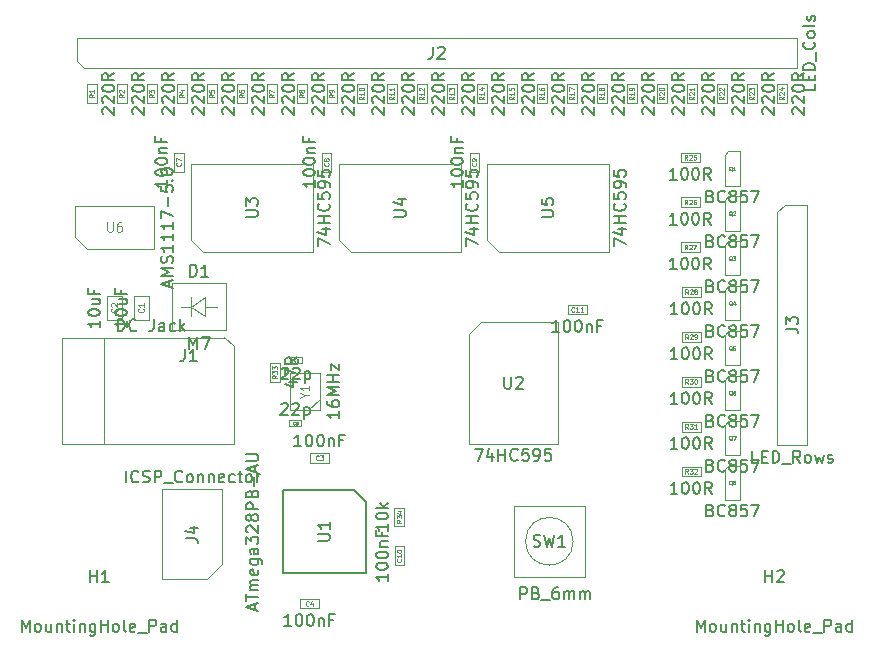
<source format=gbr>
%TF.GenerationSoftware,KiCad,Pcbnew,8.0.1*%
%TF.CreationDate,2024-04-26T21:38:42+06:30*%
%TF.ProjectId,Project,50726f6a-6563-4742-9e6b-696361645f70,1.0*%
%TF.SameCoordinates,PX60e4b00PY853a720*%
%TF.FileFunction,AssemblyDrawing,Top*%
%FSLAX46Y46*%
G04 Gerber Fmt 4.6, Leading zero omitted, Abs format (unit mm)*
G04 Created by KiCad (PCBNEW 8.0.1) date 2024-04-26 21:38:42*
%MOMM*%
%LPD*%
G01*
G04 APERTURE LIST*
%ADD10C,0.150000*%
%ADD11C,0.050000*%
%ADD12C,0.105000*%
%ADD13C,0.060000*%
%ADD14C,0.040000*%
%ADD15C,0.080000*%
%ADD16C,0.120000*%
%ADD17C,0.100000*%
G04 APERTURE END LIST*
D10*
X-2761429Y-844819D02*
X-2761429Y155181D01*
X-2761429Y155181D02*
X-2428096Y-559104D01*
X-2428096Y-559104D02*
X-2094763Y155181D01*
X-2094763Y155181D02*
X-2094763Y-844819D01*
X-1475715Y-844819D02*
X-1570953Y-797200D01*
X-1570953Y-797200D02*
X-1618572Y-749580D01*
X-1618572Y-749580D02*
X-1666191Y-654342D01*
X-1666191Y-654342D02*
X-1666191Y-368628D01*
X-1666191Y-368628D02*
X-1618572Y-273390D01*
X-1618572Y-273390D02*
X-1570953Y-225771D01*
X-1570953Y-225771D02*
X-1475715Y-178152D01*
X-1475715Y-178152D02*
X-1332858Y-178152D01*
X-1332858Y-178152D02*
X-1237620Y-225771D01*
X-1237620Y-225771D02*
X-1190001Y-273390D01*
X-1190001Y-273390D02*
X-1142382Y-368628D01*
X-1142382Y-368628D02*
X-1142382Y-654342D01*
X-1142382Y-654342D02*
X-1190001Y-749580D01*
X-1190001Y-749580D02*
X-1237620Y-797200D01*
X-1237620Y-797200D02*
X-1332858Y-844819D01*
X-1332858Y-844819D02*
X-1475715Y-844819D01*
X-285239Y-178152D02*
X-285239Y-844819D01*
X-713810Y-178152D02*
X-713810Y-701961D01*
X-713810Y-701961D02*
X-666191Y-797200D01*
X-666191Y-797200D02*
X-570953Y-844819D01*
X-570953Y-844819D02*
X-428096Y-844819D01*
X-428096Y-844819D02*
X-332858Y-797200D01*
X-332858Y-797200D02*
X-285239Y-749580D01*
X190952Y-178152D02*
X190952Y-844819D01*
X190952Y-273390D02*
X238571Y-225771D01*
X238571Y-225771D02*
X333809Y-178152D01*
X333809Y-178152D02*
X476666Y-178152D01*
X476666Y-178152D02*
X571904Y-225771D01*
X571904Y-225771D02*
X619523Y-321009D01*
X619523Y-321009D02*
X619523Y-844819D01*
X952857Y-178152D02*
X1333809Y-178152D01*
X1095714Y155181D02*
X1095714Y-701961D01*
X1095714Y-701961D02*
X1143333Y-797200D01*
X1143333Y-797200D02*
X1238571Y-844819D01*
X1238571Y-844819D02*
X1333809Y-844819D01*
X1667143Y-844819D02*
X1667143Y-178152D01*
X1667143Y155181D02*
X1619524Y107562D01*
X1619524Y107562D02*
X1667143Y59943D01*
X1667143Y59943D02*
X1714762Y107562D01*
X1714762Y107562D02*
X1667143Y155181D01*
X1667143Y155181D02*
X1667143Y59943D01*
X2143333Y-178152D02*
X2143333Y-844819D01*
X2143333Y-273390D02*
X2190952Y-225771D01*
X2190952Y-225771D02*
X2286190Y-178152D01*
X2286190Y-178152D02*
X2429047Y-178152D01*
X2429047Y-178152D02*
X2524285Y-225771D01*
X2524285Y-225771D02*
X2571904Y-321009D01*
X2571904Y-321009D02*
X2571904Y-844819D01*
X3476666Y-178152D02*
X3476666Y-987676D01*
X3476666Y-987676D02*
X3429047Y-1082914D01*
X3429047Y-1082914D02*
X3381428Y-1130533D01*
X3381428Y-1130533D02*
X3286190Y-1178152D01*
X3286190Y-1178152D02*
X3143333Y-1178152D01*
X3143333Y-1178152D02*
X3048095Y-1130533D01*
X3476666Y-797200D02*
X3381428Y-844819D01*
X3381428Y-844819D02*
X3190952Y-844819D01*
X3190952Y-844819D02*
X3095714Y-797200D01*
X3095714Y-797200D02*
X3048095Y-749580D01*
X3048095Y-749580D02*
X3000476Y-654342D01*
X3000476Y-654342D02*
X3000476Y-368628D01*
X3000476Y-368628D02*
X3048095Y-273390D01*
X3048095Y-273390D02*
X3095714Y-225771D01*
X3095714Y-225771D02*
X3190952Y-178152D01*
X3190952Y-178152D02*
X3381428Y-178152D01*
X3381428Y-178152D02*
X3476666Y-225771D01*
X3952857Y-844819D02*
X3952857Y155181D01*
X3952857Y-321009D02*
X4524285Y-321009D01*
X4524285Y-844819D02*
X4524285Y155181D01*
X5143333Y-844819D02*
X5048095Y-797200D01*
X5048095Y-797200D02*
X5000476Y-749580D01*
X5000476Y-749580D02*
X4952857Y-654342D01*
X4952857Y-654342D02*
X4952857Y-368628D01*
X4952857Y-368628D02*
X5000476Y-273390D01*
X5000476Y-273390D02*
X5048095Y-225771D01*
X5048095Y-225771D02*
X5143333Y-178152D01*
X5143333Y-178152D02*
X5286190Y-178152D01*
X5286190Y-178152D02*
X5381428Y-225771D01*
X5381428Y-225771D02*
X5429047Y-273390D01*
X5429047Y-273390D02*
X5476666Y-368628D01*
X5476666Y-368628D02*
X5476666Y-654342D01*
X5476666Y-654342D02*
X5429047Y-749580D01*
X5429047Y-749580D02*
X5381428Y-797200D01*
X5381428Y-797200D02*
X5286190Y-844819D01*
X5286190Y-844819D02*
X5143333Y-844819D01*
X6048095Y-844819D02*
X5952857Y-797200D01*
X5952857Y-797200D02*
X5905238Y-701961D01*
X5905238Y-701961D02*
X5905238Y155181D01*
X6810000Y-797200D02*
X6714762Y-844819D01*
X6714762Y-844819D02*
X6524286Y-844819D01*
X6524286Y-844819D02*
X6429048Y-797200D01*
X6429048Y-797200D02*
X6381429Y-701961D01*
X6381429Y-701961D02*
X6381429Y-321009D01*
X6381429Y-321009D02*
X6429048Y-225771D01*
X6429048Y-225771D02*
X6524286Y-178152D01*
X6524286Y-178152D02*
X6714762Y-178152D01*
X6714762Y-178152D02*
X6810000Y-225771D01*
X6810000Y-225771D02*
X6857619Y-321009D01*
X6857619Y-321009D02*
X6857619Y-416247D01*
X6857619Y-416247D02*
X6381429Y-511485D01*
X7048096Y-940057D02*
X7810000Y-940057D01*
X8048096Y-844819D02*
X8048096Y155181D01*
X8048096Y155181D02*
X8429048Y155181D01*
X8429048Y155181D02*
X8524286Y107562D01*
X8524286Y107562D02*
X8571905Y59943D01*
X8571905Y59943D02*
X8619524Y-35295D01*
X8619524Y-35295D02*
X8619524Y-178152D01*
X8619524Y-178152D02*
X8571905Y-273390D01*
X8571905Y-273390D02*
X8524286Y-321009D01*
X8524286Y-321009D02*
X8429048Y-368628D01*
X8429048Y-368628D02*
X8048096Y-368628D01*
X9476667Y-844819D02*
X9476667Y-321009D01*
X9476667Y-321009D02*
X9429048Y-225771D01*
X9429048Y-225771D02*
X9333810Y-178152D01*
X9333810Y-178152D02*
X9143334Y-178152D01*
X9143334Y-178152D02*
X9048096Y-225771D01*
X9476667Y-797200D02*
X9381429Y-844819D01*
X9381429Y-844819D02*
X9143334Y-844819D01*
X9143334Y-844819D02*
X9048096Y-797200D01*
X9048096Y-797200D02*
X9000477Y-701961D01*
X9000477Y-701961D02*
X9000477Y-606723D01*
X9000477Y-606723D02*
X9048096Y-511485D01*
X9048096Y-511485D02*
X9143334Y-463866D01*
X9143334Y-463866D02*
X9381429Y-463866D01*
X9381429Y-463866D02*
X9476667Y-416247D01*
X10381429Y-844819D02*
X10381429Y155181D01*
X10381429Y-797200D02*
X10286191Y-844819D01*
X10286191Y-844819D02*
X10095715Y-844819D01*
X10095715Y-844819D02*
X10000477Y-797200D01*
X10000477Y-797200D02*
X9952858Y-749580D01*
X9952858Y-749580D02*
X9905239Y-654342D01*
X9905239Y-654342D02*
X9905239Y-368628D01*
X9905239Y-368628D02*
X9952858Y-273390D01*
X9952858Y-273390D02*
X10000477Y-225771D01*
X10000477Y-225771D02*
X10095715Y-178152D01*
X10095715Y-178152D02*
X10286191Y-178152D01*
X10286191Y-178152D02*
X10381429Y-225771D01*
X3048095Y3355181D02*
X3048095Y4355181D01*
X3048095Y3878991D02*
X3619523Y3878991D01*
X3619523Y3355181D02*
X3619523Y4355181D01*
X4619523Y3355181D02*
X4048095Y3355181D01*
X4333809Y3355181D02*
X4333809Y4355181D01*
X4333809Y4355181D02*
X4238571Y4212324D01*
X4238571Y4212324D02*
X4143333Y4117086D01*
X4143333Y4117086D02*
X4048095Y4069467D01*
X55546857Y28426635D02*
X55689714Y28379016D01*
X55689714Y28379016D02*
X55737333Y28331397D01*
X55737333Y28331397D02*
X55784952Y28236159D01*
X55784952Y28236159D02*
X55784952Y28093302D01*
X55784952Y28093302D02*
X55737333Y27998064D01*
X55737333Y27998064D02*
X55689714Y27950444D01*
X55689714Y27950444D02*
X55594476Y27902825D01*
X55594476Y27902825D02*
X55213524Y27902825D01*
X55213524Y27902825D02*
X55213524Y28902825D01*
X55213524Y28902825D02*
X55546857Y28902825D01*
X55546857Y28902825D02*
X55642095Y28855206D01*
X55642095Y28855206D02*
X55689714Y28807587D01*
X55689714Y28807587D02*
X55737333Y28712349D01*
X55737333Y28712349D02*
X55737333Y28617111D01*
X55737333Y28617111D02*
X55689714Y28521873D01*
X55689714Y28521873D02*
X55642095Y28474254D01*
X55642095Y28474254D02*
X55546857Y28426635D01*
X55546857Y28426635D02*
X55213524Y28426635D01*
X56784952Y27998064D02*
X56737333Y27950444D01*
X56737333Y27950444D02*
X56594476Y27902825D01*
X56594476Y27902825D02*
X56499238Y27902825D01*
X56499238Y27902825D02*
X56356381Y27950444D01*
X56356381Y27950444D02*
X56261143Y28045683D01*
X56261143Y28045683D02*
X56213524Y28140921D01*
X56213524Y28140921D02*
X56165905Y28331397D01*
X56165905Y28331397D02*
X56165905Y28474254D01*
X56165905Y28474254D02*
X56213524Y28664730D01*
X56213524Y28664730D02*
X56261143Y28759968D01*
X56261143Y28759968D02*
X56356381Y28855206D01*
X56356381Y28855206D02*
X56499238Y28902825D01*
X56499238Y28902825D02*
X56594476Y28902825D01*
X56594476Y28902825D02*
X56737333Y28855206D01*
X56737333Y28855206D02*
X56784952Y28807587D01*
X57356381Y28474254D02*
X57261143Y28521873D01*
X57261143Y28521873D02*
X57213524Y28569492D01*
X57213524Y28569492D02*
X57165905Y28664730D01*
X57165905Y28664730D02*
X57165905Y28712349D01*
X57165905Y28712349D02*
X57213524Y28807587D01*
X57213524Y28807587D02*
X57261143Y28855206D01*
X57261143Y28855206D02*
X57356381Y28902825D01*
X57356381Y28902825D02*
X57546857Y28902825D01*
X57546857Y28902825D02*
X57642095Y28855206D01*
X57642095Y28855206D02*
X57689714Y28807587D01*
X57689714Y28807587D02*
X57737333Y28712349D01*
X57737333Y28712349D02*
X57737333Y28664730D01*
X57737333Y28664730D02*
X57689714Y28569492D01*
X57689714Y28569492D02*
X57642095Y28521873D01*
X57642095Y28521873D02*
X57546857Y28474254D01*
X57546857Y28474254D02*
X57356381Y28474254D01*
X57356381Y28474254D02*
X57261143Y28426635D01*
X57261143Y28426635D02*
X57213524Y28379016D01*
X57213524Y28379016D02*
X57165905Y28283778D01*
X57165905Y28283778D02*
X57165905Y28093302D01*
X57165905Y28093302D02*
X57213524Y27998064D01*
X57213524Y27998064D02*
X57261143Y27950444D01*
X57261143Y27950444D02*
X57356381Y27902825D01*
X57356381Y27902825D02*
X57546857Y27902825D01*
X57546857Y27902825D02*
X57642095Y27950444D01*
X57642095Y27950444D02*
X57689714Y27998064D01*
X57689714Y27998064D02*
X57737333Y28093302D01*
X57737333Y28093302D02*
X57737333Y28283778D01*
X57737333Y28283778D02*
X57689714Y28379016D01*
X57689714Y28379016D02*
X57642095Y28426635D01*
X57642095Y28426635D02*
X57546857Y28474254D01*
X58642095Y28902825D02*
X58165905Y28902825D01*
X58165905Y28902825D02*
X58118286Y28426635D01*
X58118286Y28426635D02*
X58165905Y28474254D01*
X58165905Y28474254D02*
X58261143Y28521873D01*
X58261143Y28521873D02*
X58499238Y28521873D01*
X58499238Y28521873D02*
X58594476Y28474254D01*
X58594476Y28474254D02*
X58642095Y28426635D01*
X58642095Y28426635D02*
X58689714Y28331397D01*
X58689714Y28331397D02*
X58689714Y28093302D01*
X58689714Y28093302D02*
X58642095Y27998064D01*
X58642095Y27998064D02*
X58594476Y27950444D01*
X58594476Y27950444D02*
X58499238Y27902825D01*
X58499238Y27902825D02*
X58261143Y27902825D01*
X58261143Y27902825D02*
X58165905Y27950444D01*
X58165905Y27950444D02*
X58118286Y27998064D01*
X59023048Y28902825D02*
X59689714Y28902825D01*
X59689714Y28902825D02*
X59261143Y27902825D01*
D11*
X57373523Y30581730D02*
X57343047Y30596968D01*
X57343047Y30596968D02*
X57312571Y30627444D01*
X57312571Y30627444D02*
X57266857Y30673159D01*
X57266857Y30673159D02*
X57236380Y30688397D01*
X57236380Y30688397D02*
X57205904Y30688397D01*
X57221142Y30612206D02*
X57190666Y30627444D01*
X57190666Y30627444D02*
X57160190Y30657921D01*
X57160190Y30657921D02*
X57144952Y30718873D01*
X57144952Y30718873D02*
X57144952Y30825540D01*
X57144952Y30825540D02*
X57160190Y30886492D01*
X57160190Y30886492D02*
X57190666Y30916968D01*
X57190666Y30916968D02*
X57221142Y30932206D01*
X57221142Y30932206D02*
X57282095Y30932206D01*
X57282095Y30932206D02*
X57312571Y30916968D01*
X57312571Y30916968D02*
X57343047Y30886492D01*
X57343047Y30886492D02*
X57358285Y30825540D01*
X57358285Y30825540D02*
X57358285Y30718873D01*
X57358285Y30718873D02*
X57343047Y30657921D01*
X57343047Y30657921D02*
X57312571Y30627444D01*
X57312571Y30627444D02*
X57282095Y30612206D01*
X57282095Y30612206D02*
X57221142Y30612206D01*
X57464952Y30932206D02*
X57663047Y30932206D01*
X57663047Y30932206D02*
X57556380Y30810302D01*
X57556380Y30810302D02*
X57602095Y30810302D01*
X57602095Y30810302D02*
X57632571Y30795064D01*
X57632571Y30795064D02*
X57647809Y30779825D01*
X57647809Y30779825D02*
X57663047Y30749349D01*
X57663047Y30749349D02*
X57663047Y30673159D01*
X57663047Y30673159D02*
X57647809Y30642683D01*
X57647809Y30642683D02*
X57632571Y30627444D01*
X57632571Y30627444D02*
X57602095Y30612206D01*
X57602095Y30612206D02*
X57510666Y30612206D01*
X57510666Y30612206D02*
X57480190Y30627444D01*
X57480190Y30627444D02*
X57464952Y30642683D01*
D10*
X24125619Y17799124D02*
X24125619Y17227696D01*
X24125619Y17513410D02*
X23125619Y17513410D01*
X23125619Y17513410D02*
X23268476Y17418172D01*
X23268476Y17418172D02*
X23363714Y17322934D01*
X23363714Y17322934D02*
X23411333Y17227696D01*
X23125619Y18656267D02*
X23125619Y18465791D01*
X23125619Y18465791D02*
X23173238Y18370553D01*
X23173238Y18370553D02*
X23220857Y18322934D01*
X23220857Y18322934D02*
X23363714Y18227696D01*
X23363714Y18227696D02*
X23554190Y18180077D01*
X23554190Y18180077D02*
X23935142Y18180077D01*
X23935142Y18180077D02*
X24030380Y18227696D01*
X24030380Y18227696D02*
X24078000Y18275315D01*
X24078000Y18275315D02*
X24125619Y18370553D01*
X24125619Y18370553D02*
X24125619Y18561029D01*
X24125619Y18561029D02*
X24078000Y18656267D01*
X24078000Y18656267D02*
X24030380Y18703886D01*
X24030380Y18703886D02*
X23935142Y18751505D01*
X23935142Y18751505D02*
X23697047Y18751505D01*
X23697047Y18751505D02*
X23601809Y18703886D01*
X23601809Y18703886D02*
X23554190Y18656267D01*
X23554190Y18656267D02*
X23506571Y18561029D01*
X23506571Y18561029D02*
X23506571Y18370553D01*
X23506571Y18370553D02*
X23554190Y18275315D01*
X23554190Y18275315D02*
X23601809Y18227696D01*
X23601809Y18227696D02*
X23697047Y18180077D01*
X24125619Y19180077D02*
X23125619Y19180077D01*
X23125619Y19180077D02*
X23839904Y19513410D01*
X23839904Y19513410D02*
X23125619Y19846743D01*
X23125619Y19846743D02*
X24125619Y19846743D01*
X24125619Y20322934D02*
X23125619Y20322934D01*
X23601809Y20322934D02*
X23601809Y20894362D01*
X24125619Y20894362D02*
X23125619Y20894362D01*
X23458952Y21275315D02*
X23458952Y21799124D01*
X23458952Y21799124D02*
X24125619Y21275315D01*
X24125619Y21275315D02*
X24125619Y21799124D01*
D12*
X21205840Y19156267D02*
X21539173Y19156267D01*
X20839173Y18922934D02*
X21205840Y19156267D01*
X21205840Y19156267D02*
X20839173Y19389601D01*
X21539173Y19989601D02*
X21539173Y19589601D01*
X21539173Y19789601D02*
X20839173Y19789601D01*
X20839173Y19789601D02*
X20939173Y19722934D01*
X20939173Y19722934D02*
X21005840Y19656267D01*
X21005840Y19656267D02*
X21039173Y19589601D01*
D10*
X11775057Y42965906D02*
X11727438Y43013525D01*
X11727438Y43013525D02*
X11679819Y43108763D01*
X11679819Y43108763D02*
X11679819Y43346858D01*
X11679819Y43346858D02*
X11727438Y43442096D01*
X11727438Y43442096D02*
X11775057Y43489715D01*
X11775057Y43489715D02*
X11870295Y43537334D01*
X11870295Y43537334D02*
X11965533Y43537334D01*
X11965533Y43537334D02*
X12108390Y43489715D01*
X12108390Y43489715D02*
X12679819Y42918287D01*
X12679819Y42918287D02*
X12679819Y43537334D01*
X11775057Y43918287D02*
X11727438Y43965906D01*
X11727438Y43965906D02*
X11679819Y44061144D01*
X11679819Y44061144D02*
X11679819Y44299239D01*
X11679819Y44299239D02*
X11727438Y44394477D01*
X11727438Y44394477D02*
X11775057Y44442096D01*
X11775057Y44442096D02*
X11870295Y44489715D01*
X11870295Y44489715D02*
X11965533Y44489715D01*
X11965533Y44489715D02*
X12108390Y44442096D01*
X12108390Y44442096D02*
X12679819Y43870668D01*
X12679819Y43870668D02*
X12679819Y44489715D01*
X11679819Y45108763D02*
X11679819Y45204001D01*
X11679819Y45204001D02*
X11727438Y45299239D01*
X11727438Y45299239D02*
X11775057Y45346858D01*
X11775057Y45346858D02*
X11870295Y45394477D01*
X11870295Y45394477D02*
X12060771Y45442096D01*
X12060771Y45442096D02*
X12298866Y45442096D01*
X12298866Y45442096D02*
X12489342Y45394477D01*
X12489342Y45394477D02*
X12584580Y45346858D01*
X12584580Y45346858D02*
X12632200Y45299239D01*
X12632200Y45299239D02*
X12679819Y45204001D01*
X12679819Y45204001D02*
X12679819Y45108763D01*
X12679819Y45108763D02*
X12632200Y45013525D01*
X12632200Y45013525D02*
X12584580Y44965906D01*
X12584580Y44965906D02*
X12489342Y44918287D01*
X12489342Y44918287D02*
X12298866Y44870668D01*
X12298866Y44870668D02*
X12060771Y44870668D01*
X12060771Y44870668D02*
X11870295Y44918287D01*
X11870295Y44918287D02*
X11775057Y44965906D01*
X11775057Y44965906D02*
X11727438Y45013525D01*
X11727438Y45013525D02*
X11679819Y45108763D01*
X12679819Y46442096D02*
X12203628Y46108763D01*
X12679819Y45870668D02*
X11679819Y45870668D01*
X11679819Y45870668D02*
X11679819Y46251620D01*
X11679819Y46251620D02*
X11727438Y46346858D01*
X11727438Y46346858D02*
X11775057Y46394477D01*
X11775057Y46394477D02*
X11870295Y46442096D01*
X11870295Y46442096D02*
X12013152Y46442096D01*
X12013152Y46442096D02*
X12108390Y46394477D01*
X12108390Y46394477D02*
X12156009Y46346858D01*
X12156009Y46346858D02*
X12203628Y46251620D01*
X12203628Y46251620D02*
X12203628Y45870668D01*
D13*
X10976927Y44637334D02*
X10786451Y44504001D01*
X10976927Y44408763D02*
X10576927Y44408763D01*
X10576927Y44408763D02*
X10576927Y44561144D01*
X10576927Y44561144D02*
X10595975Y44599239D01*
X10595975Y44599239D02*
X10615022Y44618286D01*
X10615022Y44618286D02*
X10653118Y44637334D01*
X10653118Y44637334D02*
X10710260Y44637334D01*
X10710260Y44637334D02*
X10748356Y44618286D01*
X10748356Y44618286D02*
X10767403Y44599239D01*
X10767403Y44599239D02*
X10786451Y44561144D01*
X10786451Y44561144D02*
X10786451Y44408763D01*
X10710260Y44980191D02*
X10976927Y44980191D01*
X10557880Y44884953D02*
X10843594Y44789715D01*
X10843594Y44789715D02*
X10843594Y45037334D01*
D10*
X9235057Y42965906D02*
X9187438Y43013525D01*
X9187438Y43013525D02*
X9139819Y43108763D01*
X9139819Y43108763D02*
X9139819Y43346858D01*
X9139819Y43346858D02*
X9187438Y43442096D01*
X9187438Y43442096D02*
X9235057Y43489715D01*
X9235057Y43489715D02*
X9330295Y43537334D01*
X9330295Y43537334D02*
X9425533Y43537334D01*
X9425533Y43537334D02*
X9568390Y43489715D01*
X9568390Y43489715D02*
X10139819Y42918287D01*
X10139819Y42918287D02*
X10139819Y43537334D01*
X9235057Y43918287D02*
X9187438Y43965906D01*
X9187438Y43965906D02*
X9139819Y44061144D01*
X9139819Y44061144D02*
X9139819Y44299239D01*
X9139819Y44299239D02*
X9187438Y44394477D01*
X9187438Y44394477D02*
X9235057Y44442096D01*
X9235057Y44442096D02*
X9330295Y44489715D01*
X9330295Y44489715D02*
X9425533Y44489715D01*
X9425533Y44489715D02*
X9568390Y44442096D01*
X9568390Y44442096D02*
X10139819Y43870668D01*
X10139819Y43870668D02*
X10139819Y44489715D01*
X9139819Y45108763D02*
X9139819Y45204001D01*
X9139819Y45204001D02*
X9187438Y45299239D01*
X9187438Y45299239D02*
X9235057Y45346858D01*
X9235057Y45346858D02*
X9330295Y45394477D01*
X9330295Y45394477D02*
X9520771Y45442096D01*
X9520771Y45442096D02*
X9758866Y45442096D01*
X9758866Y45442096D02*
X9949342Y45394477D01*
X9949342Y45394477D02*
X10044580Y45346858D01*
X10044580Y45346858D02*
X10092200Y45299239D01*
X10092200Y45299239D02*
X10139819Y45204001D01*
X10139819Y45204001D02*
X10139819Y45108763D01*
X10139819Y45108763D02*
X10092200Y45013525D01*
X10092200Y45013525D02*
X10044580Y44965906D01*
X10044580Y44965906D02*
X9949342Y44918287D01*
X9949342Y44918287D02*
X9758866Y44870668D01*
X9758866Y44870668D02*
X9520771Y44870668D01*
X9520771Y44870668D02*
X9330295Y44918287D01*
X9330295Y44918287D02*
X9235057Y44965906D01*
X9235057Y44965906D02*
X9187438Y45013525D01*
X9187438Y45013525D02*
X9139819Y45108763D01*
X10139819Y46442096D02*
X9663628Y46108763D01*
X10139819Y45870668D02*
X9139819Y45870668D01*
X9139819Y45870668D02*
X9139819Y46251620D01*
X9139819Y46251620D02*
X9187438Y46346858D01*
X9187438Y46346858D02*
X9235057Y46394477D01*
X9235057Y46394477D02*
X9330295Y46442096D01*
X9330295Y46442096D02*
X9473152Y46442096D01*
X9473152Y46442096D02*
X9568390Y46394477D01*
X9568390Y46394477D02*
X9616009Y46346858D01*
X9616009Y46346858D02*
X9663628Y46251620D01*
X9663628Y46251620D02*
X9663628Y45870668D01*
D13*
X8436927Y44637334D02*
X8246451Y44504001D01*
X8436927Y44408763D02*
X8036927Y44408763D01*
X8036927Y44408763D02*
X8036927Y44561144D01*
X8036927Y44561144D02*
X8055975Y44599239D01*
X8055975Y44599239D02*
X8075022Y44618286D01*
X8075022Y44618286D02*
X8113118Y44637334D01*
X8113118Y44637334D02*
X8170260Y44637334D01*
X8170260Y44637334D02*
X8208356Y44618286D01*
X8208356Y44618286D02*
X8227403Y44599239D01*
X8227403Y44599239D02*
X8246451Y44561144D01*
X8246451Y44561144D02*
X8246451Y44408763D01*
X8036927Y44770667D02*
X8036927Y45018286D01*
X8036927Y45018286D02*
X8189308Y44884953D01*
X8189308Y44884953D02*
X8189308Y44942096D01*
X8189308Y44942096D02*
X8208356Y44980191D01*
X8208356Y44980191D02*
X8227403Y44999239D01*
X8227403Y44999239D02*
X8265499Y45018286D01*
X8265499Y45018286D02*
X8360737Y45018286D01*
X8360737Y45018286D02*
X8398832Y44999239D01*
X8398832Y44999239D02*
X8417880Y44980191D01*
X8417880Y44980191D02*
X8436927Y44942096D01*
X8436927Y44942096D02*
X8436927Y44827810D01*
X8436927Y44827810D02*
X8417880Y44789715D01*
X8417880Y44789715D02*
X8398832Y44770667D01*
D10*
X34635057Y42965906D02*
X34587438Y43013525D01*
X34587438Y43013525D02*
X34539819Y43108763D01*
X34539819Y43108763D02*
X34539819Y43346858D01*
X34539819Y43346858D02*
X34587438Y43442096D01*
X34587438Y43442096D02*
X34635057Y43489715D01*
X34635057Y43489715D02*
X34730295Y43537334D01*
X34730295Y43537334D02*
X34825533Y43537334D01*
X34825533Y43537334D02*
X34968390Y43489715D01*
X34968390Y43489715D02*
X35539819Y42918287D01*
X35539819Y42918287D02*
X35539819Y43537334D01*
X34635057Y43918287D02*
X34587438Y43965906D01*
X34587438Y43965906D02*
X34539819Y44061144D01*
X34539819Y44061144D02*
X34539819Y44299239D01*
X34539819Y44299239D02*
X34587438Y44394477D01*
X34587438Y44394477D02*
X34635057Y44442096D01*
X34635057Y44442096D02*
X34730295Y44489715D01*
X34730295Y44489715D02*
X34825533Y44489715D01*
X34825533Y44489715D02*
X34968390Y44442096D01*
X34968390Y44442096D02*
X35539819Y43870668D01*
X35539819Y43870668D02*
X35539819Y44489715D01*
X34539819Y45108763D02*
X34539819Y45204001D01*
X34539819Y45204001D02*
X34587438Y45299239D01*
X34587438Y45299239D02*
X34635057Y45346858D01*
X34635057Y45346858D02*
X34730295Y45394477D01*
X34730295Y45394477D02*
X34920771Y45442096D01*
X34920771Y45442096D02*
X35158866Y45442096D01*
X35158866Y45442096D02*
X35349342Y45394477D01*
X35349342Y45394477D02*
X35444580Y45346858D01*
X35444580Y45346858D02*
X35492200Y45299239D01*
X35492200Y45299239D02*
X35539819Y45204001D01*
X35539819Y45204001D02*
X35539819Y45108763D01*
X35539819Y45108763D02*
X35492200Y45013525D01*
X35492200Y45013525D02*
X35444580Y44965906D01*
X35444580Y44965906D02*
X35349342Y44918287D01*
X35349342Y44918287D02*
X35158866Y44870668D01*
X35158866Y44870668D02*
X34920771Y44870668D01*
X34920771Y44870668D02*
X34730295Y44918287D01*
X34730295Y44918287D02*
X34635057Y44965906D01*
X34635057Y44965906D02*
X34587438Y45013525D01*
X34587438Y45013525D02*
X34539819Y45108763D01*
X35539819Y46442096D02*
X35063628Y46108763D01*
X35539819Y45870668D02*
X34539819Y45870668D01*
X34539819Y45870668D02*
X34539819Y46251620D01*
X34539819Y46251620D02*
X34587438Y46346858D01*
X34587438Y46346858D02*
X34635057Y46394477D01*
X34635057Y46394477D02*
X34730295Y46442096D01*
X34730295Y46442096D02*
X34873152Y46442096D01*
X34873152Y46442096D02*
X34968390Y46394477D01*
X34968390Y46394477D02*
X35016009Y46346858D01*
X35016009Y46346858D02*
X35063628Y46251620D01*
X35063628Y46251620D02*
X35063628Y45870668D01*
D13*
X33836927Y44446858D02*
X33646451Y44313525D01*
X33836927Y44218287D02*
X33436927Y44218287D01*
X33436927Y44218287D02*
X33436927Y44370668D01*
X33436927Y44370668D02*
X33455975Y44408763D01*
X33455975Y44408763D02*
X33475022Y44427810D01*
X33475022Y44427810D02*
X33513118Y44446858D01*
X33513118Y44446858D02*
X33570260Y44446858D01*
X33570260Y44446858D02*
X33608356Y44427810D01*
X33608356Y44427810D02*
X33627403Y44408763D01*
X33627403Y44408763D02*
X33646451Y44370668D01*
X33646451Y44370668D02*
X33646451Y44218287D01*
X33836927Y44827810D02*
X33836927Y44599239D01*
X33836927Y44713525D02*
X33436927Y44713525D01*
X33436927Y44713525D02*
X33494070Y44675429D01*
X33494070Y44675429D02*
X33532165Y44637334D01*
X33532165Y44637334D02*
X33551213Y44599239D01*
X33436927Y44961143D02*
X33436927Y45208762D01*
X33436927Y45208762D02*
X33589308Y45075429D01*
X33589308Y45075429D02*
X33589308Y45132572D01*
X33589308Y45132572D02*
X33608356Y45170667D01*
X33608356Y45170667D02*
X33627403Y45189715D01*
X33627403Y45189715D02*
X33665499Y45208762D01*
X33665499Y45208762D02*
X33760737Y45208762D01*
X33760737Y45208762D02*
X33798832Y45189715D01*
X33798832Y45189715D02*
X33817880Y45170667D01*
X33817880Y45170667D02*
X33836927Y45132572D01*
X33836927Y45132572D02*
X33836927Y45018286D01*
X33836927Y45018286D02*
X33817880Y44980191D01*
X33817880Y44980191D02*
X33798832Y44961143D01*
D10*
X27015057Y42965906D02*
X26967438Y43013525D01*
X26967438Y43013525D02*
X26919819Y43108763D01*
X26919819Y43108763D02*
X26919819Y43346858D01*
X26919819Y43346858D02*
X26967438Y43442096D01*
X26967438Y43442096D02*
X27015057Y43489715D01*
X27015057Y43489715D02*
X27110295Y43537334D01*
X27110295Y43537334D02*
X27205533Y43537334D01*
X27205533Y43537334D02*
X27348390Y43489715D01*
X27348390Y43489715D02*
X27919819Y42918287D01*
X27919819Y42918287D02*
X27919819Y43537334D01*
X27015057Y43918287D02*
X26967438Y43965906D01*
X26967438Y43965906D02*
X26919819Y44061144D01*
X26919819Y44061144D02*
X26919819Y44299239D01*
X26919819Y44299239D02*
X26967438Y44394477D01*
X26967438Y44394477D02*
X27015057Y44442096D01*
X27015057Y44442096D02*
X27110295Y44489715D01*
X27110295Y44489715D02*
X27205533Y44489715D01*
X27205533Y44489715D02*
X27348390Y44442096D01*
X27348390Y44442096D02*
X27919819Y43870668D01*
X27919819Y43870668D02*
X27919819Y44489715D01*
X26919819Y45108763D02*
X26919819Y45204001D01*
X26919819Y45204001D02*
X26967438Y45299239D01*
X26967438Y45299239D02*
X27015057Y45346858D01*
X27015057Y45346858D02*
X27110295Y45394477D01*
X27110295Y45394477D02*
X27300771Y45442096D01*
X27300771Y45442096D02*
X27538866Y45442096D01*
X27538866Y45442096D02*
X27729342Y45394477D01*
X27729342Y45394477D02*
X27824580Y45346858D01*
X27824580Y45346858D02*
X27872200Y45299239D01*
X27872200Y45299239D02*
X27919819Y45204001D01*
X27919819Y45204001D02*
X27919819Y45108763D01*
X27919819Y45108763D02*
X27872200Y45013525D01*
X27872200Y45013525D02*
X27824580Y44965906D01*
X27824580Y44965906D02*
X27729342Y44918287D01*
X27729342Y44918287D02*
X27538866Y44870668D01*
X27538866Y44870668D02*
X27300771Y44870668D01*
X27300771Y44870668D02*
X27110295Y44918287D01*
X27110295Y44918287D02*
X27015057Y44965906D01*
X27015057Y44965906D02*
X26967438Y45013525D01*
X26967438Y45013525D02*
X26919819Y45108763D01*
X27919819Y46442096D02*
X27443628Y46108763D01*
X27919819Y45870668D02*
X26919819Y45870668D01*
X26919819Y45870668D02*
X26919819Y46251620D01*
X26919819Y46251620D02*
X26967438Y46346858D01*
X26967438Y46346858D02*
X27015057Y46394477D01*
X27015057Y46394477D02*
X27110295Y46442096D01*
X27110295Y46442096D02*
X27253152Y46442096D01*
X27253152Y46442096D02*
X27348390Y46394477D01*
X27348390Y46394477D02*
X27396009Y46346858D01*
X27396009Y46346858D02*
X27443628Y46251620D01*
X27443628Y46251620D02*
X27443628Y45870668D01*
D13*
X26216927Y44446858D02*
X26026451Y44313525D01*
X26216927Y44218287D02*
X25816927Y44218287D01*
X25816927Y44218287D02*
X25816927Y44370668D01*
X25816927Y44370668D02*
X25835975Y44408763D01*
X25835975Y44408763D02*
X25855022Y44427810D01*
X25855022Y44427810D02*
X25893118Y44446858D01*
X25893118Y44446858D02*
X25950260Y44446858D01*
X25950260Y44446858D02*
X25988356Y44427810D01*
X25988356Y44427810D02*
X26007403Y44408763D01*
X26007403Y44408763D02*
X26026451Y44370668D01*
X26026451Y44370668D02*
X26026451Y44218287D01*
X26216927Y44827810D02*
X26216927Y44599239D01*
X26216927Y44713525D02*
X25816927Y44713525D01*
X25816927Y44713525D02*
X25874070Y44675429D01*
X25874070Y44675429D02*
X25912165Y44637334D01*
X25912165Y44637334D02*
X25931213Y44599239D01*
X25816927Y45075429D02*
X25816927Y45113524D01*
X25816927Y45113524D02*
X25835975Y45151620D01*
X25835975Y45151620D02*
X25855022Y45170667D01*
X25855022Y45170667D02*
X25893118Y45189715D01*
X25893118Y45189715D02*
X25969308Y45208762D01*
X25969308Y45208762D02*
X26064546Y45208762D01*
X26064546Y45208762D02*
X26140737Y45189715D01*
X26140737Y45189715D02*
X26178832Y45170667D01*
X26178832Y45170667D02*
X26197880Y45151620D01*
X26197880Y45151620D02*
X26216927Y45113524D01*
X26216927Y45113524D02*
X26216927Y45075429D01*
X26216927Y45075429D02*
X26197880Y45037334D01*
X26197880Y45037334D02*
X26178832Y45018286D01*
X26178832Y45018286D02*
X26140737Y44999239D01*
X26140737Y44999239D02*
X26064546Y44980191D01*
X26064546Y44980191D02*
X25969308Y44980191D01*
X25969308Y44980191D02*
X25893118Y44999239D01*
X25893118Y44999239D02*
X25855022Y45018286D01*
X25855022Y45018286D02*
X25835975Y45037334D01*
X25835975Y45037334D02*
X25816927Y45075429D01*
D10*
X22075319Y37365181D02*
X22075319Y36793753D01*
X22075319Y37079467D02*
X21075319Y37079467D01*
X21075319Y37079467D02*
X21218176Y36984229D01*
X21218176Y36984229D02*
X21313414Y36888991D01*
X21313414Y36888991D02*
X21361033Y36793753D01*
X21075319Y37984229D02*
X21075319Y38079467D01*
X21075319Y38079467D02*
X21122938Y38174705D01*
X21122938Y38174705D02*
X21170557Y38222324D01*
X21170557Y38222324D02*
X21265795Y38269943D01*
X21265795Y38269943D02*
X21456271Y38317562D01*
X21456271Y38317562D02*
X21694366Y38317562D01*
X21694366Y38317562D02*
X21884842Y38269943D01*
X21884842Y38269943D02*
X21980080Y38222324D01*
X21980080Y38222324D02*
X22027700Y38174705D01*
X22027700Y38174705D02*
X22075319Y38079467D01*
X22075319Y38079467D02*
X22075319Y37984229D01*
X22075319Y37984229D02*
X22027700Y37888991D01*
X22027700Y37888991D02*
X21980080Y37841372D01*
X21980080Y37841372D02*
X21884842Y37793753D01*
X21884842Y37793753D02*
X21694366Y37746134D01*
X21694366Y37746134D02*
X21456271Y37746134D01*
X21456271Y37746134D02*
X21265795Y37793753D01*
X21265795Y37793753D02*
X21170557Y37841372D01*
X21170557Y37841372D02*
X21122938Y37888991D01*
X21122938Y37888991D02*
X21075319Y37984229D01*
X21075319Y38936610D02*
X21075319Y39031848D01*
X21075319Y39031848D02*
X21122938Y39127086D01*
X21122938Y39127086D02*
X21170557Y39174705D01*
X21170557Y39174705D02*
X21265795Y39222324D01*
X21265795Y39222324D02*
X21456271Y39269943D01*
X21456271Y39269943D02*
X21694366Y39269943D01*
X21694366Y39269943D02*
X21884842Y39222324D01*
X21884842Y39222324D02*
X21980080Y39174705D01*
X21980080Y39174705D02*
X22027700Y39127086D01*
X22027700Y39127086D02*
X22075319Y39031848D01*
X22075319Y39031848D02*
X22075319Y38936610D01*
X22075319Y38936610D02*
X22027700Y38841372D01*
X22027700Y38841372D02*
X21980080Y38793753D01*
X21980080Y38793753D02*
X21884842Y38746134D01*
X21884842Y38746134D02*
X21694366Y38698515D01*
X21694366Y38698515D02*
X21456271Y38698515D01*
X21456271Y38698515D02*
X21265795Y38746134D01*
X21265795Y38746134D02*
X21170557Y38793753D01*
X21170557Y38793753D02*
X21122938Y38841372D01*
X21122938Y38841372D02*
X21075319Y38936610D01*
X21408652Y39698515D02*
X22075319Y39698515D01*
X21503890Y39698515D02*
X21456271Y39746134D01*
X21456271Y39746134D02*
X21408652Y39841372D01*
X21408652Y39841372D02*
X21408652Y39984229D01*
X21408652Y39984229D02*
X21456271Y40079467D01*
X21456271Y40079467D02*
X21551509Y40127086D01*
X21551509Y40127086D02*
X22075319Y40127086D01*
X21551509Y40936610D02*
X21551509Y40603277D01*
X22075319Y40603277D02*
X21075319Y40603277D01*
X21075319Y40603277D02*
X21075319Y41079467D01*
D13*
X23194332Y38846134D02*
X23213380Y38827086D01*
X23213380Y38827086D02*
X23232427Y38769944D01*
X23232427Y38769944D02*
X23232427Y38731848D01*
X23232427Y38731848D02*
X23213380Y38674705D01*
X23213380Y38674705D02*
X23175284Y38636610D01*
X23175284Y38636610D02*
X23137189Y38617563D01*
X23137189Y38617563D02*
X23060999Y38598515D01*
X23060999Y38598515D02*
X23003856Y38598515D01*
X23003856Y38598515D02*
X22927665Y38617563D01*
X22927665Y38617563D02*
X22889570Y38636610D01*
X22889570Y38636610D02*
X22851475Y38674705D01*
X22851475Y38674705D02*
X22832427Y38731848D01*
X22832427Y38731848D02*
X22832427Y38769944D01*
X22832427Y38769944D02*
X22851475Y38827086D01*
X22851475Y38827086D02*
X22870522Y38846134D01*
X23003856Y39074705D02*
X22984808Y39036610D01*
X22984808Y39036610D02*
X22965760Y39017563D01*
X22965760Y39017563D02*
X22927665Y38998515D01*
X22927665Y38998515D02*
X22908618Y38998515D01*
X22908618Y38998515D02*
X22870522Y39017563D01*
X22870522Y39017563D02*
X22851475Y39036610D01*
X22851475Y39036610D02*
X22832427Y39074705D01*
X22832427Y39074705D02*
X22832427Y39150896D01*
X22832427Y39150896D02*
X22851475Y39188991D01*
X22851475Y39188991D02*
X22870522Y39208039D01*
X22870522Y39208039D02*
X22908618Y39227086D01*
X22908618Y39227086D02*
X22927665Y39227086D01*
X22927665Y39227086D02*
X22965760Y39208039D01*
X22965760Y39208039D02*
X22984808Y39188991D01*
X22984808Y39188991D02*
X23003856Y39150896D01*
X23003856Y39150896D02*
X23003856Y39074705D01*
X23003856Y39074705D02*
X23022903Y39036610D01*
X23022903Y39036610D02*
X23041951Y39017563D01*
X23041951Y39017563D02*
X23080046Y38998515D01*
X23080046Y38998515D02*
X23156237Y38998515D01*
X23156237Y38998515D02*
X23194332Y39017563D01*
X23194332Y39017563D02*
X23213380Y39036610D01*
X23213380Y39036610D02*
X23232427Y39074705D01*
X23232427Y39074705D02*
X23232427Y39150896D01*
X23232427Y39150896D02*
X23213380Y39188991D01*
X23213380Y39188991D02*
X23194332Y39208039D01*
X23194332Y39208039D02*
X23156237Y39227086D01*
X23156237Y39227086D02*
X23080046Y39227086D01*
X23080046Y39227086D02*
X23041951Y39208039D01*
X23041951Y39208039D02*
X23022903Y39188991D01*
X23022903Y39188991D02*
X23003856Y39150896D01*
D10*
X32095057Y42965906D02*
X32047438Y43013525D01*
X32047438Y43013525D02*
X31999819Y43108763D01*
X31999819Y43108763D02*
X31999819Y43346858D01*
X31999819Y43346858D02*
X32047438Y43442096D01*
X32047438Y43442096D02*
X32095057Y43489715D01*
X32095057Y43489715D02*
X32190295Y43537334D01*
X32190295Y43537334D02*
X32285533Y43537334D01*
X32285533Y43537334D02*
X32428390Y43489715D01*
X32428390Y43489715D02*
X32999819Y42918287D01*
X32999819Y42918287D02*
X32999819Y43537334D01*
X32095057Y43918287D02*
X32047438Y43965906D01*
X32047438Y43965906D02*
X31999819Y44061144D01*
X31999819Y44061144D02*
X31999819Y44299239D01*
X31999819Y44299239D02*
X32047438Y44394477D01*
X32047438Y44394477D02*
X32095057Y44442096D01*
X32095057Y44442096D02*
X32190295Y44489715D01*
X32190295Y44489715D02*
X32285533Y44489715D01*
X32285533Y44489715D02*
X32428390Y44442096D01*
X32428390Y44442096D02*
X32999819Y43870668D01*
X32999819Y43870668D02*
X32999819Y44489715D01*
X31999819Y45108763D02*
X31999819Y45204001D01*
X31999819Y45204001D02*
X32047438Y45299239D01*
X32047438Y45299239D02*
X32095057Y45346858D01*
X32095057Y45346858D02*
X32190295Y45394477D01*
X32190295Y45394477D02*
X32380771Y45442096D01*
X32380771Y45442096D02*
X32618866Y45442096D01*
X32618866Y45442096D02*
X32809342Y45394477D01*
X32809342Y45394477D02*
X32904580Y45346858D01*
X32904580Y45346858D02*
X32952200Y45299239D01*
X32952200Y45299239D02*
X32999819Y45204001D01*
X32999819Y45204001D02*
X32999819Y45108763D01*
X32999819Y45108763D02*
X32952200Y45013525D01*
X32952200Y45013525D02*
X32904580Y44965906D01*
X32904580Y44965906D02*
X32809342Y44918287D01*
X32809342Y44918287D02*
X32618866Y44870668D01*
X32618866Y44870668D02*
X32380771Y44870668D01*
X32380771Y44870668D02*
X32190295Y44918287D01*
X32190295Y44918287D02*
X32095057Y44965906D01*
X32095057Y44965906D02*
X32047438Y45013525D01*
X32047438Y45013525D02*
X31999819Y45108763D01*
X32999819Y46442096D02*
X32523628Y46108763D01*
X32999819Y45870668D02*
X31999819Y45870668D01*
X31999819Y45870668D02*
X31999819Y46251620D01*
X31999819Y46251620D02*
X32047438Y46346858D01*
X32047438Y46346858D02*
X32095057Y46394477D01*
X32095057Y46394477D02*
X32190295Y46442096D01*
X32190295Y46442096D02*
X32333152Y46442096D01*
X32333152Y46442096D02*
X32428390Y46394477D01*
X32428390Y46394477D02*
X32476009Y46346858D01*
X32476009Y46346858D02*
X32523628Y46251620D01*
X32523628Y46251620D02*
X32523628Y45870668D01*
D13*
X31296927Y44446858D02*
X31106451Y44313525D01*
X31296927Y44218287D02*
X30896927Y44218287D01*
X30896927Y44218287D02*
X30896927Y44370668D01*
X30896927Y44370668D02*
X30915975Y44408763D01*
X30915975Y44408763D02*
X30935022Y44427810D01*
X30935022Y44427810D02*
X30973118Y44446858D01*
X30973118Y44446858D02*
X31030260Y44446858D01*
X31030260Y44446858D02*
X31068356Y44427810D01*
X31068356Y44427810D02*
X31087403Y44408763D01*
X31087403Y44408763D02*
X31106451Y44370668D01*
X31106451Y44370668D02*
X31106451Y44218287D01*
X31296927Y44827810D02*
X31296927Y44599239D01*
X31296927Y44713525D02*
X30896927Y44713525D01*
X30896927Y44713525D02*
X30954070Y44675429D01*
X30954070Y44675429D02*
X30992165Y44637334D01*
X30992165Y44637334D02*
X31011213Y44599239D01*
X30935022Y44980191D02*
X30915975Y44999239D01*
X30915975Y44999239D02*
X30896927Y45037334D01*
X30896927Y45037334D02*
X30896927Y45132572D01*
X30896927Y45132572D02*
X30915975Y45170667D01*
X30915975Y45170667D02*
X30935022Y45189715D01*
X30935022Y45189715D02*
X30973118Y45208762D01*
X30973118Y45208762D02*
X31011213Y45208762D01*
X31011213Y45208762D02*
X31068356Y45189715D01*
X31068356Y45189715D02*
X31296927Y44961143D01*
X31296927Y44961143D02*
X31296927Y45208762D01*
D10*
X14315057Y42965906D02*
X14267438Y43013525D01*
X14267438Y43013525D02*
X14219819Y43108763D01*
X14219819Y43108763D02*
X14219819Y43346858D01*
X14219819Y43346858D02*
X14267438Y43442096D01*
X14267438Y43442096D02*
X14315057Y43489715D01*
X14315057Y43489715D02*
X14410295Y43537334D01*
X14410295Y43537334D02*
X14505533Y43537334D01*
X14505533Y43537334D02*
X14648390Y43489715D01*
X14648390Y43489715D02*
X15219819Y42918287D01*
X15219819Y42918287D02*
X15219819Y43537334D01*
X14315057Y43918287D02*
X14267438Y43965906D01*
X14267438Y43965906D02*
X14219819Y44061144D01*
X14219819Y44061144D02*
X14219819Y44299239D01*
X14219819Y44299239D02*
X14267438Y44394477D01*
X14267438Y44394477D02*
X14315057Y44442096D01*
X14315057Y44442096D02*
X14410295Y44489715D01*
X14410295Y44489715D02*
X14505533Y44489715D01*
X14505533Y44489715D02*
X14648390Y44442096D01*
X14648390Y44442096D02*
X15219819Y43870668D01*
X15219819Y43870668D02*
X15219819Y44489715D01*
X14219819Y45108763D02*
X14219819Y45204001D01*
X14219819Y45204001D02*
X14267438Y45299239D01*
X14267438Y45299239D02*
X14315057Y45346858D01*
X14315057Y45346858D02*
X14410295Y45394477D01*
X14410295Y45394477D02*
X14600771Y45442096D01*
X14600771Y45442096D02*
X14838866Y45442096D01*
X14838866Y45442096D02*
X15029342Y45394477D01*
X15029342Y45394477D02*
X15124580Y45346858D01*
X15124580Y45346858D02*
X15172200Y45299239D01*
X15172200Y45299239D02*
X15219819Y45204001D01*
X15219819Y45204001D02*
X15219819Y45108763D01*
X15219819Y45108763D02*
X15172200Y45013525D01*
X15172200Y45013525D02*
X15124580Y44965906D01*
X15124580Y44965906D02*
X15029342Y44918287D01*
X15029342Y44918287D02*
X14838866Y44870668D01*
X14838866Y44870668D02*
X14600771Y44870668D01*
X14600771Y44870668D02*
X14410295Y44918287D01*
X14410295Y44918287D02*
X14315057Y44965906D01*
X14315057Y44965906D02*
X14267438Y45013525D01*
X14267438Y45013525D02*
X14219819Y45108763D01*
X15219819Y46442096D02*
X14743628Y46108763D01*
X15219819Y45870668D02*
X14219819Y45870668D01*
X14219819Y45870668D02*
X14219819Y46251620D01*
X14219819Y46251620D02*
X14267438Y46346858D01*
X14267438Y46346858D02*
X14315057Y46394477D01*
X14315057Y46394477D02*
X14410295Y46442096D01*
X14410295Y46442096D02*
X14553152Y46442096D01*
X14553152Y46442096D02*
X14648390Y46394477D01*
X14648390Y46394477D02*
X14696009Y46346858D01*
X14696009Y46346858D02*
X14743628Y46251620D01*
X14743628Y46251620D02*
X14743628Y45870668D01*
D13*
X13516927Y44637334D02*
X13326451Y44504001D01*
X13516927Y44408763D02*
X13116927Y44408763D01*
X13116927Y44408763D02*
X13116927Y44561144D01*
X13116927Y44561144D02*
X13135975Y44599239D01*
X13135975Y44599239D02*
X13155022Y44618286D01*
X13155022Y44618286D02*
X13193118Y44637334D01*
X13193118Y44637334D02*
X13250260Y44637334D01*
X13250260Y44637334D02*
X13288356Y44618286D01*
X13288356Y44618286D02*
X13307403Y44599239D01*
X13307403Y44599239D02*
X13326451Y44561144D01*
X13326451Y44561144D02*
X13326451Y44408763D01*
X13116927Y44999239D02*
X13116927Y44808763D01*
X13116927Y44808763D02*
X13307403Y44789715D01*
X13307403Y44789715D02*
X13288356Y44808763D01*
X13288356Y44808763D02*
X13269308Y44846858D01*
X13269308Y44846858D02*
X13269308Y44942096D01*
X13269308Y44942096D02*
X13288356Y44980191D01*
X13288356Y44980191D02*
X13307403Y44999239D01*
X13307403Y44999239D02*
X13345499Y45018286D01*
X13345499Y45018286D02*
X13440737Y45018286D01*
X13440737Y45018286D02*
X13478832Y44999239D01*
X13478832Y44999239D02*
X13497880Y44980191D01*
X13497880Y44980191D02*
X13516927Y44942096D01*
X13516927Y44942096D02*
X13516927Y44846858D01*
X13516927Y44846858D02*
X13497880Y44808763D01*
X13497880Y44808763D02*
X13478832Y44789715D01*
D10*
X19898952Y20329486D02*
X20565619Y20329486D01*
X19518000Y20091391D02*
X20232285Y19853296D01*
X20232285Y19853296D02*
X20232285Y20472343D01*
X19565619Y20758058D02*
X19565619Y21424724D01*
X19565619Y21424724D02*
X20565619Y20996153D01*
X20565619Y22377105D02*
X20089428Y22043772D01*
X20565619Y21805677D02*
X19565619Y21805677D01*
X19565619Y21805677D02*
X19565619Y22186629D01*
X19565619Y22186629D02*
X19613238Y22281867D01*
X19613238Y22281867D02*
X19660857Y22329486D01*
X19660857Y22329486D02*
X19756095Y22377105D01*
X19756095Y22377105D02*
X19898952Y22377105D01*
X19898952Y22377105D02*
X19994190Y22329486D01*
X19994190Y22329486D02*
X20041809Y22281867D01*
X20041809Y22281867D02*
X20089428Y22186629D01*
X20089428Y22186629D02*
X20089428Y21805677D01*
D13*
X18862727Y20858058D02*
X18672251Y20724725D01*
X18862727Y20629487D02*
X18462727Y20629487D01*
X18462727Y20629487D02*
X18462727Y20781868D01*
X18462727Y20781868D02*
X18481775Y20819963D01*
X18481775Y20819963D02*
X18500822Y20839010D01*
X18500822Y20839010D02*
X18538918Y20858058D01*
X18538918Y20858058D02*
X18596060Y20858058D01*
X18596060Y20858058D02*
X18634156Y20839010D01*
X18634156Y20839010D02*
X18653203Y20819963D01*
X18653203Y20819963D02*
X18672251Y20781868D01*
X18672251Y20781868D02*
X18672251Y20629487D01*
X18462727Y20991391D02*
X18462727Y21239010D01*
X18462727Y21239010D02*
X18615108Y21105677D01*
X18615108Y21105677D02*
X18615108Y21162820D01*
X18615108Y21162820D02*
X18634156Y21200915D01*
X18634156Y21200915D02*
X18653203Y21219963D01*
X18653203Y21219963D02*
X18691299Y21239010D01*
X18691299Y21239010D02*
X18786537Y21239010D01*
X18786537Y21239010D02*
X18824632Y21219963D01*
X18824632Y21219963D02*
X18843680Y21200915D01*
X18843680Y21200915D02*
X18862727Y21162820D01*
X18862727Y21162820D02*
X18862727Y21048534D01*
X18862727Y21048534D02*
X18843680Y21010439D01*
X18843680Y21010439D02*
X18824632Y20991391D01*
X18462727Y21372343D02*
X18462727Y21619962D01*
X18462727Y21619962D02*
X18615108Y21486629D01*
X18615108Y21486629D02*
X18615108Y21543772D01*
X18615108Y21543772D02*
X18634156Y21581867D01*
X18634156Y21581867D02*
X18653203Y21600915D01*
X18653203Y21600915D02*
X18691299Y21619962D01*
X18691299Y21619962D02*
X18786537Y21619962D01*
X18786537Y21619962D02*
X18824632Y21600915D01*
X18824632Y21600915D02*
X18843680Y21581867D01*
X18843680Y21581867D02*
X18862727Y21543772D01*
X18862727Y21543772D02*
X18862727Y21429486D01*
X18862727Y21429486D02*
X18843680Y21391391D01*
X18843680Y21391391D02*
X18824632Y21372343D01*
D10*
X62575057Y42965906D02*
X62527438Y43013525D01*
X62527438Y43013525D02*
X62479819Y43108763D01*
X62479819Y43108763D02*
X62479819Y43346858D01*
X62479819Y43346858D02*
X62527438Y43442096D01*
X62527438Y43442096D02*
X62575057Y43489715D01*
X62575057Y43489715D02*
X62670295Y43537334D01*
X62670295Y43537334D02*
X62765533Y43537334D01*
X62765533Y43537334D02*
X62908390Y43489715D01*
X62908390Y43489715D02*
X63479819Y42918287D01*
X63479819Y42918287D02*
X63479819Y43537334D01*
X62575057Y43918287D02*
X62527438Y43965906D01*
X62527438Y43965906D02*
X62479819Y44061144D01*
X62479819Y44061144D02*
X62479819Y44299239D01*
X62479819Y44299239D02*
X62527438Y44394477D01*
X62527438Y44394477D02*
X62575057Y44442096D01*
X62575057Y44442096D02*
X62670295Y44489715D01*
X62670295Y44489715D02*
X62765533Y44489715D01*
X62765533Y44489715D02*
X62908390Y44442096D01*
X62908390Y44442096D02*
X63479819Y43870668D01*
X63479819Y43870668D02*
X63479819Y44489715D01*
X62479819Y45108763D02*
X62479819Y45204001D01*
X62479819Y45204001D02*
X62527438Y45299239D01*
X62527438Y45299239D02*
X62575057Y45346858D01*
X62575057Y45346858D02*
X62670295Y45394477D01*
X62670295Y45394477D02*
X62860771Y45442096D01*
X62860771Y45442096D02*
X63098866Y45442096D01*
X63098866Y45442096D02*
X63289342Y45394477D01*
X63289342Y45394477D02*
X63384580Y45346858D01*
X63384580Y45346858D02*
X63432200Y45299239D01*
X63432200Y45299239D02*
X63479819Y45204001D01*
X63479819Y45204001D02*
X63479819Y45108763D01*
X63479819Y45108763D02*
X63432200Y45013525D01*
X63432200Y45013525D02*
X63384580Y44965906D01*
X63384580Y44965906D02*
X63289342Y44918287D01*
X63289342Y44918287D02*
X63098866Y44870668D01*
X63098866Y44870668D02*
X62860771Y44870668D01*
X62860771Y44870668D02*
X62670295Y44918287D01*
X62670295Y44918287D02*
X62575057Y44965906D01*
X62575057Y44965906D02*
X62527438Y45013525D01*
X62527438Y45013525D02*
X62479819Y45108763D01*
X63479819Y46442096D02*
X63003628Y46108763D01*
X63479819Y45870668D02*
X62479819Y45870668D01*
X62479819Y45870668D02*
X62479819Y46251620D01*
X62479819Y46251620D02*
X62527438Y46346858D01*
X62527438Y46346858D02*
X62575057Y46394477D01*
X62575057Y46394477D02*
X62670295Y46442096D01*
X62670295Y46442096D02*
X62813152Y46442096D01*
X62813152Y46442096D02*
X62908390Y46394477D01*
X62908390Y46394477D02*
X62956009Y46346858D01*
X62956009Y46346858D02*
X63003628Y46251620D01*
X63003628Y46251620D02*
X63003628Y45870668D01*
D13*
X61776927Y44446858D02*
X61586451Y44313525D01*
X61776927Y44218287D02*
X61376927Y44218287D01*
X61376927Y44218287D02*
X61376927Y44370668D01*
X61376927Y44370668D02*
X61395975Y44408763D01*
X61395975Y44408763D02*
X61415022Y44427810D01*
X61415022Y44427810D02*
X61453118Y44446858D01*
X61453118Y44446858D02*
X61510260Y44446858D01*
X61510260Y44446858D02*
X61548356Y44427810D01*
X61548356Y44427810D02*
X61567403Y44408763D01*
X61567403Y44408763D02*
X61586451Y44370668D01*
X61586451Y44370668D02*
X61586451Y44218287D01*
X61415022Y44599239D02*
X61395975Y44618287D01*
X61395975Y44618287D02*
X61376927Y44656382D01*
X61376927Y44656382D02*
X61376927Y44751620D01*
X61376927Y44751620D02*
X61395975Y44789715D01*
X61395975Y44789715D02*
X61415022Y44808763D01*
X61415022Y44808763D02*
X61453118Y44827810D01*
X61453118Y44827810D02*
X61491213Y44827810D01*
X61491213Y44827810D02*
X61548356Y44808763D01*
X61548356Y44808763D02*
X61776927Y44580191D01*
X61776927Y44580191D02*
X61776927Y44827810D01*
X61510260Y45170667D02*
X61776927Y45170667D01*
X61357880Y45075429D02*
X61643594Y44980191D01*
X61643594Y44980191D02*
X61643594Y45227810D01*
D10*
X52751333Y14625113D02*
X52179905Y14625113D01*
X52465619Y14625113D02*
X52465619Y15625113D01*
X52465619Y15625113D02*
X52370381Y15482256D01*
X52370381Y15482256D02*
X52275143Y15387018D01*
X52275143Y15387018D02*
X52179905Y15339399D01*
X53370381Y15625113D02*
X53465619Y15625113D01*
X53465619Y15625113D02*
X53560857Y15577494D01*
X53560857Y15577494D02*
X53608476Y15529875D01*
X53608476Y15529875D02*
X53656095Y15434637D01*
X53656095Y15434637D02*
X53703714Y15244161D01*
X53703714Y15244161D02*
X53703714Y15006066D01*
X53703714Y15006066D02*
X53656095Y14815590D01*
X53656095Y14815590D02*
X53608476Y14720352D01*
X53608476Y14720352D02*
X53560857Y14672732D01*
X53560857Y14672732D02*
X53465619Y14625113D01*
X53465619Y14625113D02*
X53370381Y14625113D01*
X53370381Y14625113D02*
X53275143Y14672732D01*
X53275143Y14672732D02*
X53227524Y14720352D01*
X53227524Y14720352D02*
X53179905Y14815590D01*
X53179905Y14815590D02*
X53132286Y15006066D01*
X53132286Y15006066D02*
X53132286Y15244161D01*
X53132286Y15244161D02*
X53179905Y15434637D01*
X53179905Y15434637D02*
X53227524Y15529875D01*
X53227524Y15529875D02*
X53275143Y15577494D01*
X53275143Y15577494D02*
X53370381Y15625113D01*
X54322762Y15625113D02*
X54418000Y15625113D01*
X54418000Y15625113D02*
X54513238Y15577494D01*
X54513238Y15577494D02*
X54560857Y15529875D01*
X54560857Y15529875D02*
X54608476Y15434637D01*
X54608476Y15434637D02*
X54656095Y15244161D01*
X54656095Y15244161D02*
X54656095Y15006066D01*
X54656095Y15006066D02*
X54608476Y14815590D01*
X54608476Y14815590D02*
X54560857Y14720352D01*
X54560857Y14720352D02*
X54513238Y14672732D01*
X54513238Y14672732D02*
X54418000Y14625113D01*
X54418000Y14625113D02*
X54322762Y14625113D01*
X54322762Y14625113D02*
X54227524Y14672732D01*
X54227524Y14672732D02*
X54179905Y14720352D01*
X54179905Y14720352D02*
X54132286Y14815590D01*
X54132286Y14815590D02*
X54084667Y15006066D01*
X54084667Y15006066D02*
X54084667Y15244161D01*
X54084667Y15244161D02*
X54132286Y15434637D01*
X54132286Y15434637D02*
X54179905Y15529875D01*
X54179905Y15529875D02*
X54227524Y15577494D01*
X54227524Y15577494D02*
X54322762Y15625113D01*
X55656095Y14625113D02*
X55322762Y15101304D01*
X55084667Y14625113D02*
X55084667Y15625113D01*
X55084667Y15625113D02*
X55465619Y15625113D01*
X55465619Y15625113D02*
X55560857Y15577494D01*
X55560857Y15577494D02*
X55608476Y15529875D01*
X55608476Y15529875D02*
X55656095Y15434637D01*
X55656095Y15434637D02*
X55656095Y15291780D01*
X55656095Y15291780D02*
X55608476Y15196542D01*
X55608476Y15196542D02*
X55560857Y15148923D01*
X55560857Y15148923D02*
X55465619Y15101304D01*
X55465619Y15101304D02*
X55084667Y15101304D01*
D13*
X53660857Y16328005D02*
X53527524Y16518481D01*
X53432286Y16328005D02*
X53432286Y16728005D01*
X53432286Y16728005D02*
X53584667Y16728005D01*
X53584667Y16728005D02*
X53622762Y16708957D01*
X53622762Y16708957D02*
X53641809Y16689910D01*
X53641809Y16689910D02*
X53660857Y16651814D01*
X53660857Y16651814D02*
X53660857Y16594672D01*
X53660857Y16594672D02*
X53641809Y16556576D01*
X53641809Y16556576D02*
X53622762Y16537529D01*
X53622762Y16537529D02*
X53584667Y16518481D01*
X53584667Y16518481D02*
X53432286Y16518481D01*
X53794190Y16728005D02*
X54041809Y16728005D01*
X54041809Y16728005D02*
X53908476Y16575624D01*
X53908476Y16575624D02*
X53965619Y16575624D01*
X53965619Y16575624D02*
X54003714Y16556576D01*
X54003714Y16556576D02*
X54022762Y16537529D01*
X54022762Y16537529D02*
X54041809Y16499433D01*
X54041809Y16499433D02*
X54041809Y16404195D01*
X54041809Y16404195D02*
X54022762Y16366100D01*
X54022762Y16366100D02*
X54003714Y16347052D01*
X54003714Y16347052D02*
X53965619Y16328005D01*
X53965619Y16328005D02*
X53851333Y16328005D01*
X53851333Y16328005D02*
X53813238Y16347052D01*
X53813238Y16347052D02*
X53794190Y16366100D01*
X54422761Y16328005D02*
X54194190Y16328005D01*
X54308476Y16328005D02*
X54308476Y16728005D01*
X54308476Y16728005D02*
X54270380Y16670862D01*
X54270380Y16670862D02*
X54232285Y16632767D01*
X54232285Y16632767D02*
X54194190Y16613719D01*
D10*
X49875057Y42965906D02*
X49827438Y43013525D01*
X49827438Y43013525D02*
X49779819Y43108763D01*
X49779819Y43108763D02*
X49779819Y43346858D01*
X49779819Y43346858D02*
X49827438Y43442096D01*
X49827438Y43442096D02*
X49875057Y43489715D01*
X49875057Y43489715D02*
X49970295Y43537334D01*
X49970295Y43537334D02*
X50065533Y43537334D01*
X50065533Y43537334D02*
X50208390Y43489715D01*
X50208390Y43489715D02*
X50779819Y42918287D01*
X50779819Y42918287D02*
X50779819Y43537334D01*
X49875057Y43918287D02*
X49827438Y43965906D01*
X49827438Y43965906D02*
X49779819Y44061144D01*
X49779819Y44061144D02*
X49779819Y44299239D01*
X49779819Y44299239D02*
X49827438Y44394477D01*
X49827438Y44394477D02*
X49875057Y44442096D01*
X49875057Y44442096D02*
X49970295Y44489715D01*
X49970295Y44489715D02*
X50065533Y44489715D01*
X50065533Y44489715D02*
X50208390Y44442096D01*
X50208390Y44442096D02*
X50779819Y43870668D01*
X50779819Y43870668D02*
X50779819Y44489715D01*
X49779819Y45108763D02*
X49779819Y45204001D01*
X49779819Y45204001D02*
X49827438Y45299239D01*
X49827438Y45299239D02*
X49875057Y45346858D01*
X49875057Y45346858D02*
X49970295Y45394477D01*
X49970295Y45394477D02*
X50160771Y45442096D01*
X50160771Y45442096D02*
X50398866Y45442096D01*
X50398866Y45442096D02*
X50589342Y45394477D01*
X50589342Y45394477D02*
X50684580Y45346858D01*
X50684580Y45346858D02*
X50732200Y45299239D01*
X50732200Y45299239D02*
X50779819Y45204001D01*
X50779819Y45204001D02*
X50779819Y45108763D01*
X50779819Y45108763D02*
X50732200Y45013525D01*
X50732200Y45013525D02*
X50684580Y44965906D01*
X50684580Y44965906D02*
X50589342Y44918287D01*
X50589342Y44918287D02*
X50398866Y44870668D01*
X50398866Y44870668D02*
X50160771Y44870668D01*
X50160771Y44870668D02*
X49970295Y44918287D01*
X49970295Y44918287D02*
X49875057Y44965906D01*
X49875057Y44965906D02*
X49827438Y45013525D01*
X49827438Y45013525D02*
X49779819Y45108763D01*
X50779819Y46442096D02*
X50303628Y46108763D01*
X50779819Y45870668D02*
X49779819Y45870668D01*
X49779819Y45870668D02*
X49779819Y46251620D01*
X49779819Y46251620D02*
X49827438Y46346858D01*
X49827438Y46346858D02*
X49875057Y46394477D01*
X49875057Y46394477D02*
X49970295Y46442096D01*
X49970295Y46442096D02*
X50113152Y46442096D01*
X50113152Y46442096D02*
X50208390Y46394477D01*
X50208390Y46394477D02*
X50256009Y46346858D01*
X50256009Y46346858D02*
X50303628Y46251620D01*
X50303628Y46251620D02*
X50303628Y45870668D01*
D13*
X49076927Y44446858D02*
X48886451Y44313525D01*
X49076927Y44218287D02*
X48676927Y44218287D01*
X48676927Y44218287D02*
X48676927Y44370668D01*
X48676927Y44370668D02*
X48695975Y44408763D01*
X48695975Y44408763D02*
X48715022Y44427810D01*
X48715022Y44427810D02*
X48753118Y44446858D01*
X48753118Y44446858D02*
X48810260Y44446858D01*
X48810260Y44446858D02*
X48848356Y44427810D01*
X48848356Y44427810D02*
X48867403Y44408763D01*
X48867403Y44408763D02*
X48886451Y44370668D01*
X48886451Y44370668D02*
X48886451Y44218287D01*
X49076927Y44827810D02*
X49076927Y44599239D01*
X49076927Y44713525D02*
X48676927Y44713525D01*
X48676927Y44713525D02*
X48734070Y44675429D01*
X48734070Y44675429D02*
X48772165Y44637334D01*
X48772165Y44637334D02*
X48791213Y44599239D01*
X49076927Y45018286D02*
X49076927Y45094477D01*
X49076927Y45094477D02*
X49057880Y45132572D01*
X49057880Y45132572D02*
X49038832Y45151620D01*
X49038832Y45151620D02*
X48981689Y45189715D01*
X48981689Y45189715D02*
X48905499Y45208762D01*
X48905499Y45208762D02*
X48753118Y45208762D01*
X48753118Y45208762D02*
X48715022Y45189715D01*
X48715022Y45189715D02*
X48695975Y45170667D01*
X48695975Y45170667D02*
X48676927Y45132572D01*
X48676927Y45132572D02*
X48676927Y45056381D01*
X48676927Y45056381D02*
X48695975Y45018286D01*
X48695975Y45018286D02*
X48715022Y44999239D01*
X48715022Y44999239D02*
X48753118Y44980191D01*
X48753118Y44980191D02*
X48848356Y44980191D01*
X48848356Y44980191D02*
X48886451Y44999239D01*
X48886451Y44999239D02*
X48905499Y45018286D01*
X48905499Y45018286D02*
X48924546Y45056381D01*
X48924546Y45056381D02*
X48924546Y45132572D01*
X48924546Y45132572D02*
X48905499Y45170667D01*
X48905499Y45170667D02*
X48886451Y45189715D01*
X48886451Y45189715D02*
X48848356Y45208762D01*
D10*
X52751333Y10825681D02*
X52179905Y10825681D01*
X52465619Y10825681D02*
X52465619Y11825681D01*
X52465619Y11825681D02*
X52370381Y11682824D01*
X52370381Y11682824D02*
X52275143Y11587586D01*
X52275143Y11587586D02*
X52179905Y11539967D01*
X53370381Y11825681D02*
X53465619Y11825681D01*
X53465619Y11825681D02*
X53560857Y11778062D01*
X53560857Y11778062D02*
X53608476Y11730443D01*
X53608476Y11730443D02*
X53656095Y11635205D01*
X53656095Y11635205D02*
X53703714Y11444729D01*
X53703714Y11444729D02*
X53703714Y11206634D01*
X53703714Y11206634D02*
X53656095Y11016158D01*
X53656095Y11016158D02*
X53608476Y10920920D01*
X53608476Y10920920D02*
X53560857Y10873300D01*
X53560857Y10873300D02*
X53465619Y10825681D01*
X53465619Y10825681D02*
X53370381Y10825681D01*
X53370381Y10825681D02*
X53275143Y10873300D01*
X53275143Y10873300D02*
X53227524Y10920920D01*
X53227524Y10920920D02*
X53179905Y11016158D01*
X53179905Y11016158D02*
X53132286Y11206634D01*
X53132286Y11206634D02*
X53132286Y11444729D01*
X53132286Y11444729D02*
X53179905Y11635205D01*
X53179905Y11635205D02*
X53227524Y11730443D01*
X53227524Y11730443D02*
X53275143Y11778062D01*
X53275143Y11778062D02*
X53370381Y11825681D01*
X54322762Y11825681D02*
X54418000Y11825681D01*
X54418000Y11825681D02*
X54513238Y11778062D01*
X54513238Y11778062D02*
X54560857Y11730443D01*
X54560857Y11730443D02*
X54608476Y11635205D01*
X54608476Y11635205D02*
X54656095Y11444729D01*
X54656095Y11444729D02*
X54656095Y11206634D01*
X54656095Y11206634D02*
X54608476Y11016158D01*
X54608476Y11016158D02*
X54560857Y10920920D01*
X54560857Y10920920D02*
X54513238Y10873300D01*
X54513238Y10873300D02*
X54418000Y10825681D01*
X54418000Y10825681D02*
X54322762Y10825681D01*
X54322762Y10825681D02*
X54227524Y10873300D01*
X54227524Y10873300D02*
X54179905Y10920920D01*
X54179905Y10920920D02*
X54132286Y11016158D01*
X54132286Y11016158D02*
X54084667Y11206634D01*
X54084667Y11206634D02*
X54084667Y11444729D01*
X54084667Y11444729D02*
X54132286Y11635205D01*
X54132286Y11635205D02*
X54179905Y11730443D01*
X54179905Y11730443D02*
X54227524Y11778062D01*
X54227524Y11778062D02*
X54322762Y11825681D01*
X55656095Y10825681D02*
X55322762Y11301872D01*
X55084667Y10825681D02*
X55084667Y11825681D01*
X55084667Y11825681D02*
X55465619Y11825681D01*
X55465619Y11825681D02*
X55560857Y11778062D01*
X55560857Y11778062D02*
X55608476Y11730443D01*
X55608476Y11730443D02*
X55656095Y11635205D01*
X55656095Y11635205D02*
X55656095Y11492348D01*
X55656095Y11492348D02*
X55608476Y11397110D01*
X55608476Y11397110D02*
X55560857Y11349491D01*
X55560857Y11349491D02*
X55465619Y11301872D01*
X55465619Y11301872D02*
X55084667Y11301872D01*
D13*
X53660857Y12528573D02*
X53527524Y12719049D01*
X53432286Y12528573D02*
X53432286Y12928573D01*
X53432286Y12928573D02*
X53584667Y12928573D01*
X53584667Y12928573D02*
X53622762Y12909525D01*
X53622762Y12909525D02*
X53641809Y12890478D01*
X53641809Y12890478D02*
X53660857Y12852382D01*
X53660857Y12852382D02*
X53660857Y12795240D01*
X53660857Y12795240D02*
X53641809Y12757144D01*
X53641809Y12757144D02*
X53622762Y12738097D01*
X53622762Y12738097D02*
X53584667Y12719049D01*
X53584667Y12719049D02*
X53432286Y12719049D01*
X53794190Y12928573D02*
X54041809Y12928573D01*
X54041809Y12928573D02*
X53908476Y12776192D01*
X53908476Y12776192D02*
X53965619Y12776192D01*
X53965619Y12776192D02*
X54003714Y12757144D01*
X54003714Y12757144D02*
X54022762Y12738097D01*
X54022762Y12738097D02*
X54041809Y12700001D01*
X54041809Y12700001D02*
X54041809Y12604763D01*
X54041809Y12604763D02*
X54022762Y12566668D01*
X54022762Y12566668D02*
X54003714Y12547620D01*
X54003714Y12547620D02*
X53965619Y12528573D01*
X53965619Y12528573D02*
X53851333Y12528573D01*
X53851333Y12528573D02*
X53813238Y12547620D01*
X53813238Y12547620D02*
X53794190Y12566668D01*
X54194190Y12890478D02*
X54213238Y12909525D01*
X54213238Y12909525D02*
X54251333Y12928573D01*
X54251333Y12928573D02*
X54346571Y12928573D01*
X54346571Y12928573D02*
X54384666Y12909525D01*
X54384666Y12909525D02*
X54403714Y12890478D01*
X54403714Y12890478D02*
X54422761Y12852382D01*
X54422761Y12852382D02*
X54422761Y12814287D01*
X54422761Y12814287D02*
X54403714Y12757144D01*
X54403714Y12757144D02*
X54175142Y12528573D01*
X54175142Y12528573D02*
X54422761Y12528573D01*
D10*
X28234819Y4027381D02*
X28234819Y3455953D01*
X28234819Y3741667D02*
X27234819Y3741667D01*
X27234819Y3741667D02*
X27377676Y3646429D01*
X27377676Y3646429D02*
X27472914Y3551191D01*
X27472914Y3551191D02*
X27520533Y3455953D01*
X27234819Y4646429D02*
X27234819Y4741667D01*
X27234819Y4741667D02*
X27282438Y4836905D01*
X27282438Y4836905D02*
X27330057Y4884524D01*
X27330057Y4884524D02*
X27425295Y4932143D01*
X27425295Y4932143D02*
X27615771Y4979762D01*
X27615771Y4979762D02*
X27853866Y4979762D01*
X27853866Y4979762D02*
X28044342Y4932143D01*
X28044342Y4932143D02*
X28139580Y4884524D01*
X28139580Y4884524D02*
X28187200Y4836905D01*
X28187200Y4836905D02*
X28234819Y4741667D01*
X28234819Y4741667D02*
X28234819Y4646429D01*
X28234819Y4646429D02*
X28187200Y4551191D01*
X28187200Y4551191D02*
X28139580Y4503572D01*
X28139580Y4503572D02*
X28044342Y4455953D01*
X28044342Y4455953D02*
X27853866Y4408334D01*
X27853866Y4408334D02*
X27615771Y4408334D01*
X27615771Y4408334D02*
X27425295Y4455953D01*
X27425295Y4455953D02*
X27330057Y4503572D01*
X27330057Y4503572D02*
X27282438Y4551191D01*
X27282438Y4551191D02*
X27234819Y4646429D01*
X27234819Y5598810D02*
X27234819Y5694048D01*
X27234819Y5694048D02*
X27282438Y5789286D01*
X27282438Y5789286D02*
X27330057Y5836905D01*
X27330057Y5836905D02*
X27425295Y5884524D01*
X27425295Y5884524D02*
X27615771Y5932143D01*
X27615771Y5932143D02*
X27853866Y5932143D01*
X27853866Y5932143D02*
X28044342Y5884524D01*
X28044342Y5884524D02*
X28139580Y5836905D01*
X28139580Y5836905D02*
X28187200Y5789286D01*
X28187200Y5789286D02*
X28234819Y5694048D01*
X28234819Y5694048D02*
X28234819Y5598810D01*
X28234819Y5598810D02*
X28187200Y5503572D01*
X28187200Y5503572D02*
X28139580Y5455953D01*
X28139580Y5455953D02*
X28044342Y5408334D01*
X28044342Y5408334D02*
X27853866Y5360715D01*
X27853866Y5360715D02*
X27615771Y5360715D01*
X27615771Y5360715D02*
X27425295Y5408334D01*
X27425295Y5408334D02*
X27330057Y5455953D01*
X27330057Y5455953D02*
X27282438Y5503572D01*
X27282438Y5503572D02*
X27234819Y5598810D01*
X27568152Y6360715D02*
X28234819Y6360715D01*
X27663390Y6360715D02*
X27615771Y6408334D01*
X27615771Y6408334D02*
X27568152Y6503572D01*
X27568152Y6503572D02*
X27568152Y6646429D01*
X27568152Y6646429D02*
X27615771Y6741667D01*
X27615771Y6741667D02*
X27711009Y6789286D01*
X27711009Y6789286D02*
X28234819Y6789286D01*
X27711009Y7598810D02*
X27711009Y7265477D01*
X28234819Y7265477D02*
X27234819Y7265477D01*
X27234819Y7265477D02*
X27234819Y7741667D01*
D13*
X29353832Y5317858D02*
X29372880Y5298810D01*
X29372880Y5298810D02*
X29391927Y5241668D01*
X29391927Y5241668D02*
X29391927Y5203572D01*
X29391927Y5203572D02*
X29372880Y5146429D01*
X29372880Y5146429D02*
X29334784Y5108334D01*
X29334784Y5108334D02*
X29296689Y5089287D01*
X29296689Y5089287D02*
X29220499Y5070239D01*
X29220499Y5070239D02*
X29163356Y5070239D01*
X29163356Y5070239D02*
X29087165Y5089287D01*
X29087165Y5089287D02*
X29049070Y5108334D01*
X29049070Y5108334D02*
X29010975Y5146429D01*
X29010975Y5146429D02*
X28991927Y5203572D01*
X28991927Y5203572D02*
X28991927Y5241668D01*
X28991927Y5241668D02*
X29010975Y5298810D01*
X29010975Y5298810D02*
X29030022Y5317858D01*
X29391927Y5698810D02*
X29391927Y5470239D01*
X29391927Y5584525D02*
X28991927Y5584525D01*
X28991927Y5584525D02*
X29049070Y5546429D01*
X29049070Y5546429D02*
X29087165Y5508334D01*
X29087165Y5508334D02*
X29106213Y5470239D01*
X28991927Y5946429D02*
X28991927Y5984524D01*
X28991927Y5984524D02*
X29010975Y6022620D01*
X29010975Y6022620D02*
X29030022Y6041667D01*
X29030022Y6041667D02*
X29068118Y6060715D01*
X29068118Y6060715D02*
X29144308Y6079762D01*
X29144308Y6079762D02*
X29239546Y6079762D01*
X29239546Y6079762D02*
X29315737Y6060715D01*
X29315737Y6060715D02*
X29353832Y6041667D01*
X29353832Y6041667D02*
X29372880Y6022620D01*
X29372880Y6022620D02*
X29391927Y5984524D01*
X29391927Y5984524D02*
X29391927Y5946429D01*
X29391927Y5946429D02*
X29372880Y5908334D01*
X29372880Y5908334D02*
X29353832Y5889286D01*
X29353832Y5889286D02*
X29315737Y5870239D01*
X29315737Y5870239D02*
X29239546Y5851191D01*
X29239546Y5851191D02*
X29144308Y5851191D01*
X29144308Y5851191D02*
X29068118Y5870239D01*
X29068118Y5870239D02*
X29030022Y5889286D01*
X29030022Y5889286D02*
X29010975Y5908334D01*
X29010975Y5908334D02*
X28991927Y5946429D01*
D10*
X52681333Y37421681D02*
X52109905Y37421681D01*
X52395619Y37421681D02*
X52395619Y38421681D01*
X52395619Y38421681D02*
X52300381Y38278824D01*
X52300381Y38278824D02*
X52205143Y38183586D01*
X52205143Y38183586D02*
X52109905Y38135967D01*
X53300381Y38421681D02*
X53395619Y38421681D01*
X53395619Y38421681D02*
X53490857Y38374062D01*
X53490857Y38374062D02*
X53538476Y38326443D01*
X53538476Y38326443D02*
X53586095Y38231205D01*
X53586095Y38231205D02*
X53633714Y38040729D01*
X53633714Y38040729D02*
X53633714Y37802634D01*
X53633714Y37802634D02*
X53586095Y37612158D01*
X53586095Y37612158D02*
X53538476Y37516920D01*
X53538476Y37516920D02*
X53490857Y37469300D01*
X53490857Y37469300D02*
X53395619Y37421681D01*
X53395619Y37421681D02*
X53300381Y37421681D01*
X53300381Y37421681D02*
X53205143Y37469300D01*
X53205143Y37469300D02*
X53157524Y37516920D01*
X53157524Y37516920D02*
X53109905Y37612158D01*
X53109905Y37612158D02*
X53062286Y37802634D01*
X53062286Y37802634D02*
X53062286Y38040729D01*
X53062286Y38040729D02*
X53109905Y38231205D01*
X53109905Y38231205D02*
X53157524Y38326443D01*
X53157524Y38326443D02*
X53205143Y38374062D01*
X53205143Y38374062D02*
X53300381Y38421681D01*
X54252762Y38421681D02*
X54348000Y38421681D01*
X54348000Y38421681D02*
X54443238Y38374062D01*
X54443238Y38374062D02*
X54490857Y38326443D01*
X54490857Y38326443D02*
X54538476Y38231205D01*
X54538476Y38231205D02*
X54586095Y38040729D01*
X54586095Y38040729D02*
X54586095Y37802634D01*
X54586095Y37802634D02*
X54538476Y37612158D01*
X54538476Y37612158D02*
X54490857Y37516920D01*
X54490857Y37516920D02*
X54443238Y37469300D01*
X54443238Y37469300D02*
X54348000Y37421681D01*
X54348000Y37421681D02*
X54252762Y37421681D01*
X54252762Y37421681D02*
X54157524Y37469300D01*
X54157524Y37469300D02*
X54109905Y37516920D01*
X54109905Y37516920D02*
X54062286Y37612158D01*
X54062286Y37612158D02*
X54014667Y37802634D01*
X54014667Y37802634D02*
X54014667Y38040729D01*
X54014667Y38040729D02*
X54062286Y38231205D01*
X54062286Y38231205D02*
X54109905Y38326443D01*
X54109905Y38326443D02*
X54157524Y38374062D01*
X54157524Y38374062D02*
X54252762Y38421681D01*
X55586095Y37421681D02*
X55252762Y37897872D01*
X55014667Y37421681D02*
X55014667Y38421681D01*
X55014667Y38421681D02*
X55395619Y38421681D01*
X55395619Y38421681D02*
X55490857Y38374062D01*
X55490857Y38374062D02*
X55538476Y38326443D01*
X55538476Y38326443D02*
X55586095Y38231205D01*
X55586095Y38231205D02*
X55586095Y38088348D01*
X55586095Y38088348D02*
X55538476Y37993110D01*
X55538476Y37993110D02*
X55490857Y37945491D01*
X55490857Y37945491D02*
X55395619Y37897872D01*
X55395619Y37897872D02*
X55014667Y37897872D01*
D13*
X53590857Y39124573D02*
X53457524Y39315049D01*
X53362286Y39124573D02*
X53362286Y39524573D01*
X53362286Y39524573D02*
X53514667Y39524573D01*
X53514667Y39524573D02*
X53552762Y39505525D01*
X53552762Y39505525D02*
X53571809Y39486478D01*
X53571809Y39486478D02*
X53590857Y39448382D01*
X53590857Y39448382D02*
X53590857Y39391240D01*
X53590857Y39391240D02*
X53571809Y39353144D01*
X53571809Y39353144D02*
X53552762Y39334097D01*
X53552762Y39334097D02*
X53514667Y39315049D01*
X53514667Y39315049D02*
X53362286Y39315049D01*
X53743238Y39486478D02*
X53762286Y39505525D01*
X53762286Y39505525D02*
X53800381Y39524573D01*
X53800381Y39524573D02*
X53895619Y39524573D01*
X53895619Y39524573D02*
X53933714Y39505525D01*
X53933714Y39505525D02*
X53952762Y39486478D01*
X53952762Y39486478D02*
X53971809Y39448382D01*
X53971809Y39448382D02*
X53971809Y39410287D01*
X53971809Y39410287D02*
X53952762Y39353144D01*
X53952762Y39353144D02*
X53724190Y39124573D01*
X53724190Y39124573D02*
X53971809Y39124573D01*
X54333714Y39524573D02*
X54143238Y39524573D01*
X54143238Y39524573D02*
X54124190Y39334097D01*
X54124190Y39334097D02*
X54143238Y39353144D01*
X54143238Y39353144D02*
X54181333Y39372192D01*
X54181333Y39372192D02*
X54276571Y39372192D01*
X54276571Y39372192D02*
X54314666Y39353144D01*
X54314666Y39353144D02*
X54333714Y39334097D01*
X54333714Y39334097D02*
X54352761Y39296001D01*
X54352761Y39296001D02*
X54352761Y39200763D01*
X54352761Y39200763D02*
X54333714Y39162668D01*
X54333714Y39162668D02*
X54314666Y39143620D01*
X54314666Y39143620D02*
X54276571Y39124573D01*
X54276571Y39124573D02*
X54181333Y39124573D01*
X54181333Y39124573D02*
X54143238Y39143620D01*
X54143238Y39143620D02*
X54124190Y39162668D01*
D10*
X11433276Y23115181D02*
X11433276Y24115181D01*
X11433276Y24115181D02*
X11766609Y23400896D01*
X11766609Y23400896D02*
X12099942Y24115181D01*
X12099942Y24115181D02*
X12099942Y23115181D01*
X12480895Y24115181D02*
X13147561Y24115181D01*
X13147561Y24115181D02*
X12718990Y23115181D01*
X11504705Y29215181D02*
X11504705Y30215181D01*
X11504705Y30215181D02*
X11742800Y30215181D01*
X11742800Y30215181D02*
X11885657Y30167562D01*
X11885657Y30167562D02*
X11980895Y30072324D01*
X11980895Y30072324D02*
X12028514Y29977086D01*
X12028514Y29977086D02*
X12076133Y29786610D01*
X12076133Y29786610D02*
X12076133Y29643753D01*
X12076133Y29643753D02*
X12028514Y29453277D01*
X12028514Y29453277D02*
X11980895Y29358039D01*
X11980895Y29358039D02*
X11885657Y29262800D01*
X11885657Y29262800D02*
X11742800Y29215181D01*
X11742800Y29215181D02*
X11504705Y29215181D01*
X13028514Y29215181D02*
X12457086Y29215181D01*
X12742800Y29215181D02*
X12742800Y30215181D01*
X12742800Y30215181D02*
X12647562Y30072324D01*
X12647562Y30072324D02*
X12552324Y29977086D01*
X12552324Y29977086D02*
X12457086Y29929467D01*
X59579237Y13456181D02*
X59103047Y13456181D01*
X59103047Y13456181D02*
X59103047Y14456181D01*
X59912571Y13979991D02*
X60245904Y13979991D01*
X60388761Y13456181D02*
X59912571Y13456181D01*
X59912571Y13456181D02*
X59912571Y14456181D01*
X59912571Y14456181D02*
X60388761Y14456181D01*
X60817333Y13456181D02*
X60817333Y14456181D01*
X60817333Y14456181D02*
X61055428Y14456181D01*
X61055428Y14456181D02*
X61198285Y14408562D01*
X61198285Y14408562D02*
X61293523Y14313324D01*
X61293523Y14313324D02*
X61341142Y14218086D01*
X61341142Y14218086D02*
X61388761Y14027610D01*
X61388761Y14027610D02*
X61388761Y13884753D01*
X61388761Y13884753D02*
X61341142Y13694277D01*
X61341142Y13694277D02*
X61293523Y13599039D01*
X61293523Y13599039D02*
X61198285Y13503800D01*
X61198285Y13503800D02*
X61055428Y13456181D01*
X61055428Y13456181D02*
X60817333Y13456181D01*
X61579238Y13360943D02*
X62341142Y13360943D01*
X63150666Y13456181D02*
X62817333Y13932372D01*
X62579238Y13456181D02*
X62579238Y14456181D01*
X62579238Y14456181D02*
X62960190Y14456181D01*
X62960190Y14456181D02*
X63055428Y14408562D01*
X63055428Y14408562D02*
X63103047Y14360943D01*
X63103047Y14360943D02*
X63150666Y14265705D01*
X63150666Y14265705D02*
X63150666Y14122848D01*
X63150666Y14122848D02*
X63103047Y14027610D01*
X63103047Y14027610D02*
X63055428Y13979991D01*
X63055428Y13979991D02*
X62960190Y13932372D01*
X62960190Y13932372D02*
X62579238Y13932372D01*
X63722095Y13456181D02*
X63626857Y13503800D01*
X63626857Y13503800D02*
X63579238Y13551420D01*
X63579238Y13551420D02*
X63531619Y13646658D01*
X63531619Y13646658D02*
X63531619Y13932372D01*
X63531619Y13932372D02*
X63579238Y14027610D01*
X63579238Y14027610D02*
X63626857Y14075229D01*
X63626857Y14075229D02*
X63722095Y14122848D01*
X63722095Y14122848D02*
X63864952Y14122848D01*
X63864952Y14122848D02*
X63960190Y14075229D01*
X63960190Y14075229D02*
X64007809Y14027610D01*
X64007809Y14027610D02*
X64055428Y13932372D01*
X64055428Y13932372D02*
X64055428Y13646658D01*
X64055428Y13646658D02*
X64007809Y13551420D01*
X64007809Y13551420D02*
X63960190Y13503800D01*
X63960190Y13503800D02*
X63864952Y13456181D01*
X63864952Y13456181D02*
X63722095Y13456181D01*
X64388762Y14122848D02*
X64579238Y13456181D01*
X64579238Y13456181D02*
X64769714Y13932372D01*
X64769714Y13932372D02*
X64960190Y13456181D01*
X64960190Y13456181D02*
X65150666Y14122848D01*
X65484000Y13503800D02*
X65579238Y13456181D01*
X65579238Y13456181D02*
X65769714Y13456181D01*
X65769714Y13456181D02*
X65864952Y13503800D01*
X65864952Y13503800D02*
X65912571Y13599039D01*
X65912571Y13599039D02*
X65912571Y13646658D01*
X65912571Y13646658D02*
X65864952Y13741896D01*
X65864952Y13741896D02*
X65769714Y13789515D01*
X65769714Y13789515D02*
X65626857Y13789515D01*
X65626857Y13789515D02*
X65531619Y13837134D01*
X65531619Y13837134D02*
X65484000Y13932372D01*
X65484000Y13932372D02*
X65484000Y13979991D01*
X65484000Y13979991D02*
X65531619Y14075229D01*
X65531619Y14075229D02*
X65626857Y14122848D01*
X65626857Y14122848D02*
X65769714Y14122848D01*
X65769714Y14122848D02*
X65864952Y14075229D01*
X61938819Y24797667D02*
X62653104Y24797667D01*
X62653104Y24797667D02*
X62795961Y24750048D01*
X62795961Y24750048D02*
X62891200Y24654810D01*
X62891200Y24654810D02*
X62938819Y24511953D01*
X62938819Y24511953D02*
X62938819Y24416715D01*
X61938819Y25178620D02*
X61938819Y25797667D01*
X61938819Y25797667D02*
X62319771Y25464334D01*
X62319771Y25464334D02*
X62319771Y25607191D01*
X62319771Y25607191D02*
X62367390Y25702429D01*
X62367390Y25702429D02*
X62415009Y25750048D01*
X62415009Y25750048D02*
X62510247Y25797667D01*
X62510247Y25797667D02*
X62748342Y25797667D01*
X62748342Y25797667D02*
X62843580Y25750048D01*
X62843580Y25750048D02*
X62891200Y25702429D01*
X62891200Y25702429D02*
X62938819Y25607191D01*
X62938819Y25607191D02*
X62938819Y25321477D01*
X62938819Y25321477D02*
X62891200Y25226239D01*
X62891200Y25226239D02*
X62843580Y25178620D01*
X64389819Y45491143D02*
X64389819Y45014953D01*
X64389819Y45014953D02*
X63389819Y45014953D01*
X63866009Y45824477D02*
X63866009Y46157810D01*
X64389819Y46300667D02*
X64389819Y45824477D01*
X64389819Y45824477D02*
X63389819Y45824477D01*
X63389819Y45824477D02*
X63389819Y46300667D01*
X64389819Y46729239D02*
X63389819Y46729239D01*
X63389819Y46729239D02*
X63389819Y46967334D01*
X63389819Y46967334D02*
X63437438Y47110191D01*
X63437438Y47110191D02*
X63532676Y47205429D01*
X63532676Y47205429D02*
X63627914Y47253048D01*
X63627914Y47253048D02*
X63818390Y47300667D01*
X63818390Y47300667D02*
X63961247Y47300667D01*
X63961247Y47300667D02*
X64151723Y47253048D01*
X64151723Y47253048D02*
X64246961Y47205429D01*
X64246961Y47205429D02*
X64342200Y47110191D01*
X64342200Y47110191D02*
X64389819Y46967334D01*
X64389819Y46967334D02*
X64389819Y46729239D01*
X64485057Y47491143D02*
X64485057Y48253048D01*
X64294580Y49062572D02*
X64342200Y49014953D01*
X64342200Y49014953D02*
X64389819Y48872096D01*
X64389819Y48872096D02*
X64389819Y48776858D01*
X64389819Y48776858D02*
X64342200Y48634001D01*
X64342200Y48634001D02*
X64246961Y48538763D01*
X64246961Y48538763D02*
X64151723Y48491144D01*
X64151723Y48491144D02*
X63961247Y48443525D01*
X63961247Y48443525D02*
X63818390Y48443525D01*
X63818390Y48443525D02*
X63627914Y48491144D01*
X63627914Y48491144D02*
X63532676Y48538763D01*
X63532676Y48538763D02*
X63437438Y48634001D01*
X63437438Y48634001D02*
X63389819Y48776858D01*
X63389819Y48776858D02*
X63389819Y48872096D01*
X63389819Y48872096D02*
X63437438Y49014953D01*
X63437438Y49014953D02*
X63485057Y49062572D01*
X64389819Y49634001D02*
X64342200Y49538763D01*
X64342200Y49538763D02*
X64294580Y49491144D01*
X64294580Y49491144D02*
X64199342Y49443525D01*
X64199342Y49443525D02*
X63913628Y49443525D01*
X63913628Y49443525D02*
X63818390Y49491144D01*
X63818390Y49491144D02*
X63770771Y49538763D01*
X63770771Y49538763D02*
X63723152Y49634001D01*
X63723152Y49634001D02*
X63723152Y49776858D01*
X63723152Y49776858D02*
X63770771Y49872096D01*
X63770771Y49872096D02*
X63818390Y49919715D01*
X63818390Y49919715D02*
X63913628Y49967334D01*
X63913628Y49967334D02*
X64199342Y49967334D01*
X64199342Y49967334D02*
X64294580Y49919715D01*
X64294580Y49919715D02*
X64342200Y49872096D01*
X64342200Y49872096D02*
X64389819Y49776858D01*
X64389819Y49776858D02*
X64389819Y49634001D01*
X64389819Y50538763D02*
X64342200Y50443525D01*
X64342200Y50443525D02*
X64246961Y50395906D01*
X64246961Y50395906D02*
X63389819Y50395906D01*
X64342200Y50872097D02*
X64389819Y50967335D01*
X64389819Y50967335D02*
X64389819Y51157811D01*
X64389819Y51157811D02*
X64342200Y51253049D01*
X64342200Y51253049D02*
X64246961Y51300668D01*
X64246961Y51300668D02*
X64199342Y51300668D01*
X64199342Y51300668D02*
X64104104Y51253049D01*
X64104104Y51253049D02*
X64056485Y51157811D01*
X64056485Y51157811D02*
X64056485Y51014954D01*
X64056485Y51014954D02*
X64008866Y50919716D01*
X64008866Y50919716D02*
X63913628Y50872097D01*
X63913628Y50872097D02*
X63866009Y50872097D01*
X63866009Y50872097D02*
X63770771Y50919716D01*
X63770771Y50919716D02*
X63723152Y51014954D01*
X63723152Y51014954D02*
X63723152Y51157811D01*
X63723152Y51157811D02*
X63770771Y51253049D01*
X32061666Y48679181D02*
X32061666Y47964896D01*
X32061666Y47964896D02*
X32014047Y47822039D01*
X32014047Y47822039D02*
X31918809Y47726800D01*
X31918809Y47726800D02*
X31775952Y47679181D01*
X31775952Y47679181D02*
X31680714Y47679181D01*
X32490238Y48583943D02*
X32537857Y48631562D01*
X32537857Y48631562D02*
X32633095Y48679181D01*
X32633095Y48679181D02*
X32871190Y48679181D01*
X32871190Y48679181D02*
X32966428Y48631562D01*
X32966428Y48631562D02*
X33014047Y48583943D01*
X33014047Y48583943D02*
X33061666Y48488705D01*
X33061666Y48488705D02*
X33061666Y48393467D01*
X33061666Y48393467D02*
X33014047Y48250610D01*
X33014047Y48250610D02*
X32442619Y47679181D01*
X32442619Y47679181D02*
X33061666Y47679181D01*
X52681333Y33622253D02*
X52109905Y33622253D01*
X52395619Y33622253D02*
X52395619Y34622253D01*
X52395619Y34622253D02*
X52300381Y34479396D01*
X52300381Y34479396D02*
X52205143Y34384158D01*
X52205143Y34384158D02*
X52109905Y34336539D01*
X53300381Y34622253D02*
X53395619Y34622253D01*
X53395619Y34622253D02*
X53490857Y34574634D01*
X53490857Y34574634D02*
X53538476Y34527015D01*
X53538476Y34527015D02*
X53586095Y34431777D01*
X53586095Y34431777D02*
X53633714Y34241301D01*
X53633714Y34241301D02*
X53633714Y34003206D01*
X53633714Y34003206D02*
X53586095Y33812730D01*
X53586095Y33812730D02*
X53538476Y33717492D01*
X53538476Y33717492D02*
X53490857Y33669872D01*
X53490857Y33669872D02*
X53395619Y33622253D01*
X53395619Y33622253D02*
X53300381Y33622253D01*
X53300381Y33622253D02*
X53205143Y33669872D01*
X53205143Y33669872D02*
X53157524Y33717492D01*
X53157524Y33717492D02*
X53109905Y33812730D01*
X53109905Y33812730D02*
X53062286Y34003206D01*
X53062286Y34003206D02*
X53062286Y34241301D01*
X53062286Y34241301D02*
X53109905Y34431777D01*
X53109905Y34431777D02*
X53157524Y34527015D01*
X53157524Y34527015D02*
X53205143Y34574634D01*
X53205143Y34574634D02*
X53300381Y34622253D01*
X54252762Y34622253D02*
X54348000Y34622253D01*
X54348000Y34622253D02*
X54443238Y34574634D01*
X54443238Y34574634D02*
X54490857Y34527015D01*
X54490857Y34527015D02*
X54538476Y34431777D01*
X54538476Y34431777D02*
X54586095Y34241301D01*
X54586095Y34241301D02*
X54586095Y34003206D01*
X54586095Y34003206D02*
X54538476Y33812730D01*
X54538476Y33812730D02*
X54490857Y33717492D01*
X54490857Y33717492D02*
X54443238Y33669872D01*
X54443238Y33669872D02*
X54348000Y33622253D01*
X54348000Y33622253D02*
X54252762Y33622253D01*
X54252762Y33622253D02*
X54157524Y33669872D01*
X54157524Y33669872D02*
X54109905Y33717492D01*
X54109905Y33717492D02*
X54062286Y33812730D01*
X54062286Y33812730D02*
X54014667Y34003206D01*
X54014667Y34003206D02*
X54014667Y34241301D01*
X54014667Y34241301D02*
X54062286Y34431777D01*
X54062286Y34431777D02*
X54109905Y34527015D01*
X54109905Y34527015D02*
X54157524Y34574634D01*
X54157524Y34574634D02*
X54252762Y34622253D01*
X55586095Y33622253D02*
X55252762Y34098444D01*
X55014667Y33622253D02*
X55014667Y34622253D01*
X55014667Y34622253D02*
X55395619Y34622253D01*
X55395619Y34622253D02*
X55490857Y34574634D01*
X55490857Y34574634D02*
X55538476Y34527015D01*
X55538476Y34527015D02*
X55586095Y34431777D01*
X55586095Y34431777D02*
X55586095Y34288920D01*
X55586095Y34288920D02*
X55538476Y34193682D01*
X55538476Y34193682D02*
X55490857Y34146063D01*
X55490857Y34146063D02*
X55395619Y34098444D01*
X55395619Y34098444D02*
X55014667Y34098444D01*
D13*
X53590857Y35325145D02*
X53457524Y35515621D01*
X53362286Y35325145D02*
X53362286Y35725145D01*
X53362286Y35725145D02*
X53514667Y35725145D01*
X53514667Y35725145D02*
X53552762Y35706097D01*
X53552762Y35706097D02*
X53571809Y35687050D01*
X53571809Y35687050D02*
X53590857Y35648954D01*
X53590857Y35648954D02*
X53590857Y35591812D01*
X53590857Y35591812D02*
X53571809Y35553716D01*
X53571809Y35553716D02*
X53552762Y35534669D01*
X53552762Y35534669D02*
X53514667Y35515621D01*
X53514667Y35515621D02*
X53362286Y35515621D01*
X53743238Y35687050D02*
X53762286Y35706097D01*
X53762286Y35706097D02*
X53800381Y35725145D01*
X53800381Y35725145D02*
X53895619Y35725145D01*
X53895619Y35725145D02*
X53933714Y35706097D01*
X53933714Y35706097D02*
X53952762Y35687050D01*
X53952762Y35687050D02*
X53971809Y35648954D01*
X53971809Y35648954D02*
X53971809Y35610859D01*
X53971809Y35610859D02*
X53952762Y35553716D01*
X53952762Y35553716D02*
X53724190Y35325145D01*
X53724190Y35325145D02*
X53971809Y35325145D01*
X54314666Y35725145D02*
X54238476Y35725145D01*
X54238476Y35725145D02*
X54200380Y35706097D01*
X54200380Y35706097D02*
X54181333Y35687050D01*
X54181333Y35687050D02*
X54143238Y35629907D01*
X54143238Y35629907D02*
X54124190Y35553716D01*
X54124190Y35553716D02*
X54124190Y35401335D01*
X54124190Y35401335D02*
X54143238Y35363240D01*
X54143238Y35363240D02*
X54162285Y35344192D01*
X54162285Y35344192D02*
X54200380Y35325145D01*
X54200380Y35325145D02*
X54276571Y35325145D01*
X54276571Y35325145D02*
X54314666Y35344192D01*
X54314666Y35344192D02*
X54333714Y35363240D01*
X54333714Y35363240D02*
X54352761Y35401335D01*
X54352761Y35401335D02*
X54352761Y35496573D01*
X54352761Y35496573D02*
X54333714Y35534669D01*
X54333714Y35534669D02*
X54314666Y35553716D01*
X54314666Y35553716D02*
X54276571Y35572764D01*
X54276571Y35572764D02*
X54200380Y35572764D01*
X54200380Y35572764D02*
X54162285Y35553716D01*
X54162285Y35553716D02*
X54143238Y35534669D01*
X54143238Y35534669D02*
X54124190Y35496573D01*
D10*
X55546857Y24627207D02*
X55689714Y24579588D01*
X55689714Y24579588D02*
X55737333Y24531969D01*
X55737333Y24531969D02*
X55784952Y24436731D01*
X55784952Y24436731D02*
X55784952Y24293874D01*
X55784952Y24293874D02*
X55737333Y24198636D01*
X55737333Y24198636D02*
X55689714Y24151016D01*
X55689714Y24151016D02*
X55594476Y24103397D01*
X55594476Y24103397D02*
X55213524Y24103397D01*
X55213524Y24103397D02*
X55213524Y25103397D01*
X55213524Y25103397D02*
X55546857Y25103397D01*
X55546857Y25103397D02*
X55642095Y25055778D01*
X55642095Y25055778D02*
X55689714Y25008159D01*
X55689714Y25008159D02*
X55737333Y24912921D01*
X55737333Y24912921D02*
X55737333Y24817683D01*
X55737333Y24817683D02*
X55689714Y24722445D01*
X55689714Y24722445D02*
X55642095Y24674826D01*
X55642095Y24674826D02*
X55546857Y24627207D01*
X55546857Y24627207D02*
X55213524Y24627207D01*
X56784952Y24198636D02*
X56737333Y24151016D01*
X56737333Y24151016D02*
X56594476Y24103397D01*
X56594476Y24103397D02*
X56499238Y24103397D01*
X56499238Y24103397D02*
X56356381Y24151016D01*
X56356381Y24151016D02*
X56261143Y24246255D01*
X56261143Y24246255D02*
X56213524Y24341493D01*
X56213524Y24341493D02*
X56165905Y24531969D01*
X56165905Y24531969D02*
X56165905Y24674826D01*
X56165905Y24674826D02*
X56213524Y24865302D01*
X56213524Y24865302D02*
X56261143Y24960540D01*
X56261143Y24960540D02*
X56356381Y25055778D01*
X56356381Y25055778D02*
X56499238Y25103397D01*
X56499238Y25103397D02*
X56594476Y25103397D01*
X56594476Y25103397D02*
X56737333Y25055778D01*
X56737333Y25055778D02*
X56784952Y25008159D01*
X57356381Y24674826D02*
X57261143Y24722445D01*
X57261143Y24722445D02*
X57213524Y24770064D01*
X57213524Y24770064D02*
X57165905Y24865302D01*
X57165905Y24865302D02*
X57165905Y24912921D01*
X57165905Y24912921D02*
X57213524Y25008159D01*
X57213524Y25008159D02*
X57261143Y25055778D01*
X57261143Y25055778D02*
X57356381Y25103397D01*
X57356381Y25103397D02*
X57546857Y25103397D01*
X57546857Y25103397D02*
X57642095Y25055778D01*
X57642095Y25055778D02*
X57689714Y25008159D01*
X57689714Y25008159D02*
X57737333Y24912921D01*
X57737333Y24912921D02*
X57737333Y24865302D01*
X57737333Y24865302D02*
X57689714Y24770064D01*
X57689714Y24770064D02*
X57642095Y24722445D01*
X57642095Y24722445D02*
X57546857Y24674826D01*
X57546857Y24674826D02*
X57356381Y24674826D01*
X57356381Y24674826D02*
X57261143Y24627207D01*
X57261143Y24627207D02*
X57213524Y24579588D01*
X57213524Y24579588D02*
X57165905Y24484350D01*
X57165905Y24484350D02*
X57165905Y24293874D01*
X57165905Y24293874D02*
X57213524Y24198636D01*
X57213524Y24198636D02*
X57261143Y24151016D01*
X57261143Y24151016D02*
X57356381Y24103397D01*
X57356381Y24103397D02*
X57546857Y24103397D01*
X57546857Y24103397D02*
X57642095Y24151016D01*
X57642095Y24151016D02*
X57689714Y24198636D01*
X57689714Y24198636D02*
X57737333Y24293874D01*
X57737333Y24293874D02*
X57737333Y24484350D01*
X57737333Y24484350D02*
X57689714Y24579588D01*
X57689714Y24579588D02*
X57642095Y24627207D01*
X57642095Y24627207D02*
X57546857Y24674826D01*
X58642095Y25103397D02*
X58165905Y25103397D01*
X58165905Y25103397D02*
X58118286Y24627207D01*
X58118286Y24627207D02*
X58165905Y24674826D01*
X58165905Y24674826D02*
X58261143Y24722445D01*
X58261143Y24722445D02*
X58499238Y24722445D01*
X58499238Y24722445D02*
X58594476Y24674826D01*
X58594476Y24674826D02*
X58642095Y24627207D01*
X58642095Y24627207D02*
X58689714Y24531969D01*
X58689714Y24531969D02*
X58689714Y24293874D01*
X58689714Y24293874D02*
X58642095Y24198636D01*
X58642095Y24198636D02*
X58594476Y24151016D01*
X58594476Y24151016D02*
X58499238Y24103397D01*
X58499238Y24103397D02*
X58261143Y24103397D01*
X58261143Y24103397D02*
X58165905Y24151016D01*
X58165905Y24151016D02*
X58118286Y24198636D01*
X59023048Y25103397D02*
X59689714Y25103397D01*
X59689714Y25103397D02*
X59261143Y24103397D01*
D11*
X57373523Y26782302D02*
X57343047Y26797540D01*
X57343047Y26797540D02*
X57312571Y26828016D01*
X57312571Y26828016D02*
X57266857Y26873731D01*
X57266857Y26873731D02*
X57236380Y26888969D01*
X57236380Y26888969D02*
X57205904Y26888969D01*
X57221142Y26812778D02*
X57190666Y26828016D01*
X57190666Y26828016D02*
X57160190Y26858493D01*
X57160190Y26858493D02*
X57144952Y26919445D01*
X57144952Y26919445D02*
X57144952Y27026112D01*
X57144952Y27026112D02*
X57160190Y27087064D01*
X57160190Y27087064D02*
X57190666Y27117540D01*
X57190666Y27117540D02*
X57221142Y27132778D01*
X57221142Y27132778D02*
X57282095Y27132778D01*
X57282095Y27132778D02*
X57312571Y27117540D01*
X57312571Y27117540D02*
X57343047Y27087064D01*
X57343047Y27087064D02*
X57358285Y27026112D01*
X57358285Y27026112D02*
X57358285Y26919445D01*
X57358285Y26919445D02*
X57343047Y26858493D01*
X57343047Y26858493D02*
X57312571Y26828016D01*
X57312571Y26828016D02*
X57282095Y26812778D01*
X57282095Y26812778D02*
X57221142Y26812778D01*
X57632571Y27026112D02*
X57632571Y26812778D01*
X57556380Y27148016D02*
X57480190Y26919445D01*
X57480190Y26919445D02*
X57678285Y26919445D01*
D10*
X55546857Y36025491D02*
X55689714Y35977872D01*
X55689714Y35977872D02*
X55737333Y35930253D01*
X55737333Y35930253D02*
X55784952Y35835015D01*
X55784952Y35835015D02*
X55784952Y35692158D01*
X55784952Y35692158D02*
X55737333Y35596920D01*
X55737333Y35596920D02*
X55689714Y35549300D01*
X55689714Y35549300D02*
X55594476Y35501681D01*
X55594476Y35501681D02*
X55213524Y35501681D01*
X55213524Y35501681D02*
X55213524Y36501681D01*
X55213524Y36501681D02*
X55546857Y36501681D01*
X55546857Y36501681D02*
X55642095Y36454062D01*
X55642095Y36454062D02*
X55689714Y36406443D01*
X55689714Y36406443D02*
X55737333Y36311205D01*
X55737333Y36311205D02*
X55737333Y36215967D01*
X55737333Y36215967D02*
X55689714Y36120729D01*
X55689714Y36120729D02*
X55642095Y36073110D01*
X55642095Y36073110D02*
X55546857Y36025491D01*
X55546857Y36025491D02*
X55213524Y36025491D01*
X56784952Y35596920D02*
X56737333Y35549300D01*
X56737333Y35549300D02*
X56594476Y35501681D01*
X56594476Y35501681D02*
X56499238Y35501681D01*
X56499238Y35501681D02*
X56356381Y35549300D01*
X56356381Y35549300D02*
X56261143Y35644539D01*
X56261143Y35644539D02*
X56213524Y35739777D01*
X56213524Y35739777D02*
X56165905Y35930253D01*
X56165905Y35930253D02*
X56165905Y36073110D01*
X56165905Y36073110D02*
X56213524Y36263586D01*
X56213524Y36263586D02*
X56261143Y36358824D01*
X56261143Y36358824D02*
X56356381Y36454062D01*
X56356381Y36454062D02*
X56499238Y36501681D01*
X56499238Y36501681D02*
X56594476Y36501681D01*
X56594476Y36501681D02*
X56737333Y36454062D01*
X56737333Y36454062D02*
X56784952Y36406443D01*
X57356381Y36073110D02*
X57261143Y36120729D01*
X57261143Y36120729D02*
X57213524Y36168348D01*
X57213524Y36168348D02*
X57165905Y36263586D01*
X57165905Y36263586D02*
X57165905Y36311205D01*
X57165905Y36311205D02*
X57213524Y36406443D01*
X57213524Y36406443D02*
X57261143Y36454062D01*
X57261143Y36454062D02*
X57356381Y36501681D01*
X57356381Y36501681D02*
X57546857Y36501681D01*
X57546857Y36501681D02*
X57642095Y36454062D01*
X57642095Y36454062D02*
X57689714Y36406443D01*
X57689714Y36406443D02*
X57737333Y36311205D01*
X57737333Y36311205D02*
X57737333Y36263586D01*
X57737333Y36263586D02*
X57689714Y36168348D01*
X57689714Y36168348D02*
X57642095Y36120729D01*
X57642095Y36120729D02*
X57546857Y36073110D01*
X57546857Y36073110D02*
X57356381Y36073110D01*
X57356381Y36073110D02*
X57261143Y36025491D01*
X57261143Y36025491D02*
X57213524Y35977872D01*
X57213524Y35977872D02*
X57165905Y35882634D01*
X57165905Y35882634D02*
X57165905Y35692158D01*
X57165905Y35692158D02*
X57213524Y35596920D01*
X57213524Y35596920D02*
X57261143Y35549300D01*
X57261143Y35549300D02*
X57356381Y35501681D01*
X57356381Y35501681D02*
X57546857Y35501681D01*
X57546857Y35501681D02*
X57642095Y35549300D01*
X57642095Y35549300D02*
X57689714Y35596920D01*
X57689714Y35596920D02*
X57737333Y35692158D01*
X57737333Y35692158D02*
X57737333Y35882634D01*
X57737333Y35882634D02*
X57689714Y35977872D01*
X57689714Y35977872D02*
X57642095Y36025491D01*
X57642095Y36025491D02*
X57546857Y36073110D01*
X58642095Y36501681D02*
X58165905Y36501681D01*
X58165905Y36501681D02*
X58118286Y36025491D01*
X58118286Y36025491D02*
X58165905Y36073110D01*
X58165905Y36073110D02*
X58261143Y36120729D01*
X58261143Y36120729D02*
X58499238Y36120729D01*
X58499238Y36120729D02*
X58594476Y36073110D01*
X58594476Y36073110D02*
X58642095Y36025491D01*
X58642095Y36025491D02*
X58689714Y35930253D01*
X58689714Y35930253D02*
X58689714Y35692158D01*
X58689714Y35692158D02*
X58642095Y35596920D01*
X58642095Y35596920D02*
X58594476Y35549300D01*
X58594476Y35549300D02*
X58499238Y35501681D01*
X58499238Y35501681D02*
X58261143Y35501681D01*
X58261143Y35501681D02*
X58165905Y35549300D01*
X58165905Y35549300D02*
X58118286Y35596920D01*
X59023048Y36501681D02*
X59689714Y36501681D01*
X59689714Y36501681D02*
X59261143Y35501681D01*
D11*
X57373523Y38180586D02*
X57343047Y38195824D01*
X57343047Y38195824D02*
X57312571Y38226300D01*
X57312571Y38226300D02*
X57266857Y38272015D01*
X57266857Y38272015D02*
X57236380Y38287253D01*
X57236380Y38287253D02*
X57205904Y38287253D01*
X57221142Y38211062D02*
X57190666Y38226300D01*
X57190666Y38226300D02*
X57160190Y38256777D01*
X57160190Y38256777D02*
X57144952Y38317729D01*
X57144952Y38317729D02*
X57144952Y38424396D01*
X57144952Y38424396D02*
X57160190Y38485348D01*
X57160190Y38485348D02*
X57190666Y38515824D01*
X57190666Y38515824D02*
X57221142Y38531062D01*
X57221142Y38531062D02*
X57282095Y38531062D01*
X57282095Y38531062D02*
X57312571Y38515824D01*
X57312571Y38515824D02*
X57343047Y38485348D01*
X57343047Y38485348D02*
X57358285Y38424396D01*
X57358285Y38424396D02*
X57358285Y38317729D01*
X57358285Y38317729D02*
X57343047Y38256777D01*
X57343047Y38256777D02*
X57312571Y38226300D01*
X57312571Y38226300D02*
X57282095Y38211062D01*
X57282095Y38211062D02*
X57221142Y38211062D01*
X57663047Y38211062D02*
X57480190Y38211062D01*
X57571618Y38211062D02*
X57571618Y38531062D01*
X57571618Y38531062D02*
X57541142Y38485348D01*
X57541142Y38485348D02*
X57510666Y38454872D01*
X57510666Y38454872D02*
X57480190Y38439634D01*
D10*
X28234819Y8268762D02*
X28234819Y7697334D01*
X28234819Y7983048D02*
X27234819Y7983048D01*
X27234819Y7983048D02*
X27377676Y7887810D01*
X27377676Y7887810D02*
X27472914Y7792572D01*
X27472914Y7792572D02*
X27520533Y7697334D01*
X27234819Y8887810D02*
X27234819Y8983048D01*
X27234819Y8983048D02*
X27282438Y9078286D01*
X27282438Y9078286D02*
X27330057Y9125905D01*
X27330057Y9125905D02*
X27425295Y9173524D01*
X27425295Y9173524D02*
X27615771Y9221143D01*
X27615771Y9221143D02*
X27853866Y9221143D01*
X27853866Y9221143D02*
X28044342Y9173524D01*
X28044342Y9173524D02*
X28139580Y9125905D01*
X28139580Y9125905D02*
X28187200Y9078286D01*
X28187200Y9078286D02*
X28234819Y8983048D01*
X28234819Y8983048D02*
X28234819Y8887810D01*
X28234819Y8887810D02*
X28187200Y8792572D01*
X28187200Y8792572D02*
X28139580Y8744953D01*
X28139580Y8744953D02*
X28044342Y8697334D01*
X28044342Y8697334D02*
X27853866Y8649715D01*
X27853866Y8649715D02*
X27615771Y8649715D01*
X27615771Y8649715D02*
X27425295Y8697334D01*
X27425295Y8697334D02*
X27330057Y8744953D01*
X27330057Y8744953D02*
X27282438Y8792572D01*
X27282438Y8792572D02*
X27234819Y8887810D01*
X28234819Y9649715D02*
X27234819Y9649715D01*
X27853866Y9744953D02*
X28234819Y10030667D01*
X27568152Y10030667D02*
X27949104Y9649715D01*
D13*
X29391927Y8606858D02*
X29201451Y8473525D01*
X29391927Y8378287D02*
X28991927Y8378287D01*
X28991927Y8378287D02*
X28991927Y8530668D01*
X28991927Y8530668D02*
X29010975Y8568763D01*
X29010975Y8568763D02*
X29030022Y8587810D01*
X29030022Y8587810D02*
X29068118Y8606858D01*
X29068118Y8606858D02*
X29125260Y8606858D01*
X29125260Y8606858D02*
X29163356Y8587810D01*
X29163356Y8587810D02*
X29182403Y8568763D01*
X29182403Y8568763D02*
X29201451Y8530668D01*
X29201451Y8530668D02*
X29201451Y8378287D01*
X28991927Y8740191D02*
X28991927Y8987810D01*
X28991927Y8987810D02*
X29144308Y8854477D01*
X29144308Y8854477D02*
X29144308Y8911620D01*
X29144308Y8911620D02*
X29163356Y8949715D01*
X29163356Y8949715D02*
X29182403Y8968763D01*
X29182403Y8968763D02*
X29220499Y8987810D01*
X29220499Y8987810D02*
X29315737Y8987810D01*
X29315737Y8987810D02*
X29353832Y8968763D01*
X29353832Y8968763D02*
X29372880Y8949715D01*
X29372880Y8949715D02*
X29391927Y8911620D01*
X29391927Y8911620D02*
X29391927Y8797334D01*
X29391927Y8797334D02*
X29372880Y8759239D01*
X29372880Y8759239D02*
X29353832Y8740191D01*
X29125260Y9330667D02*
X29391927Y9330667D01*
X28972880Y9235429D02*
X29258594Y9140191D01*
X29258594Y9140191D02*
X29258594Y9387810D01*
D10*
X42255057Y42965906D02*
X42207438Y43013525D01*
X42207438Y43013525D02*
X42159819Y43108763D01*
X42159819Y43108763D02*
X42159819Y43346858D01*
X42159819Y43346858D02*
X42207438Y43442096D01*
X42207438Y43442096D02*
X42255057Y43489715D01*
X42255057Y43489715D02*
X42350295Y43537334D01*
X42350295Y43537334D02*
X42445533Y43537334D01*
X42445533Y43537334D02*
X42588390Y43489715D01*
X42588390Y43489715D02*
X43159819Y42918287D01*
X43159819Y42918287D02*
X43159819Y43537334D01*
X42255057Y43918287D02*
X42207438Y43965906D01*
X42207438Y43965906D02*
X42159819Y44061144D01*
X42159819Y44061144D02*
X42159819Y44299239D01*
X42159819Y44299239D02*
X42207438Y44394477D01*
X42207438Y44394477D02*
X42255057Y44442096D01*
X42255057Y44442096D02*
X42350295Y44489715D01*
X42350295Y44489715D02*
X42445533Y44489715D01*
X42445533Y44489715D02*
X42588390Y44442096D01*
X42588390Y44442096D02*
X43159819Y43870668D01*
X43159819Y43870668D02*
X43159819Y44489715D01*
X42159819Y45108763D02*
X42159819Y45204001D01*
X42159819Y45204001D02*
X42207438Y45299239D01*
X42207438Y45299239D02*
X42255057Y45346858D01*
X42255057Y45346858D02*
X42350295Y45394477D01*
X42350295Y45394477D02*
X42540771Y45442096D01*
X42540771Y45442096D02*
X42778866Y45442096D01*
X42778866Y45442096D02*
X42969342Y45394477D01*
X42969342Y45394477D02*
X43064580Y45346858D01*
X43064580Y45346858D02*
X43112200Y45299239D01*
X43112200Y45299239D02*
X43159819Y45204001D01*
X43159819Y45204001D02*
X43159819Y45108763D01*
X43159819Y45108763D02*
X43112200Y45013525D01*
X43112200Y45013525D02*
X43064580Y44965906D01*
X43064580Y44965906D02*
X42969342Y44918287D01*
X42969342Y44918287D02*
X42778866Y44870668D01*
X42778866Y44870668D02*
X42540771Y44870668D01*
X42540771Y44870668D02*
X42350295Y44918287D01*
X42350295Y44918287D02*
X42255057Y44965906D01*
X42255057Y44965906D02*
X42207438Y45013525D01*
X42207438Y45013525D02*
X42159819Y45108763D01*
X43159819Y46442096D02*
X42683628Y46108763D01*
X43159819Y45870668D02*
X42159819Y45870668D01*
X42159819Y45870668D02*
X42159819Y46251620D01*
X42159819Y46251620D02*
X42207438Y46346858D01*
X42207438Y46346858D02*
X42255057Y46394477D01*
X42255057Y46394477D02*
X42350295Y46442096D01*
X42350295Y46442096D02*
X42493152Y46442096D01*
X42493152Y46442096D02*
X42588390Y46394477D01*
X42588390Y46394477D02*
X42636009Y46346858D01*
X42636009Y46346858D02*
X42683628Y46251620D01*
X42683628Y46251620D02*
X42683628Y45870668D01*
D13*
X41456927Y44446858D02*
X41266451Y44313525D01*
X41456927Y44218287D02*
X41056927Y44218287D01*
X41056927Y44218287D02*
X41056927Y44370668D01*
X41056927Y44370668D02*
X41075975Y44408763D01*
X41075975Y44408763D02*
X41095022Y44427810D01*
X41095022Y44427810D02*
X41133118Y44446858D01*
X41133118Y44446858D02*
X41190260Y44446858D01*
X41190260Y44446858D02*
X41228356Y44427810D01*
X41228356Y44427810D02*
X41247403Y44408763D01*
X41247403Y44408763D02*
X41266451Y44370668D01*
X41266451Y44370668D02*
X41266451Y44218287D01*
X41456927Y44827810D02*
X41456927Y44599239D01*
X41456927Y44713525D02*
X41056927Y44713525D01*
X41056927Y44713525D02*
X41114070Y44675429D01*
X41114070Y44675429D02*
X41152165Y44637334D01*
X41152165Y44637334D02*
X41171213Y44599239D01*
X41056927Y45170667D02*
X41056927Y45094477D01*
X41056927Y45094477D02*
X41075975Y45056381D01*
X41075975Y45056381D02*
X41095022Y45037334D01*
X41095022Y45037334D02*
X41152165Y44999239D01*
X41152165Y44999239D02*
X41228356Y44980191D01*
X41228356Y44980191D02*
X41380737Y44980191D01*
X41380737Y44980191D02*
X41418832Y44999239D01*
X41418832Y44999239D02*
X41437880Y45018286D01*
X41437880Y45018286D02*
X41456927Y45056381D01*
X41456927Y45056381D02*
X41456927Y45132572D01*
X41456927Y45132572D02*
X41437880Y45170667D01*
X41437880Y45170667D02*
X41418832Y45189715D01*
X41418832Y45189715D02*
X41380737Y45208762D01*
X41380737Y45208762D02*
X41285499Y45208762D01*
X41285499Y45208762D02*
X41247403Y45189715D01*
X41247403Y45189715D02*
X41228356Y45170667D01*
X41228356Y45170667D02*
X41209308Y45132572D01*
X41209308Y45132572D02*
X41209308Y45056381D01*
X41209308Y45056381D02*
X41228356Y45018286D01*
X41228356Y45018286D02*
X41247403Y44999239D01*
X41247403Y44999239D02*
X41285499Y44980191D01*
D10*
X19193714Y18407143D02*
X19241333Y18454762D01*
X19241333Y18454762D02*
X19336571Y18502381D01*
X19336571Y18502381D02*
X19574666Y18502381D01*
X19574666Y18502381D02*
X19669904Y18454762D01*
X19669904Y18454762D02*
X19717523Y18407143D01*
X19717523Y18407143D02*
X19765142Y18311905D01*
X19765142Y18311905D02*
X19765142Y18216667D01*
X19765142Y18216667D02*
X19717523Y18073810D01*
X19717523Y18073810D02*
X19146095Y17502381D01*
X19146095Y17502381D02*
X19765142Y17502381D01*
X20146095Y18407143D02*
X20193714Y18454762D01*
X20193714Y18454762D02*
X20288952Y18502381D01*
X20288952Y18502381D02*
X20527047Y18502381D01*
X20527047Y18502381D02*
X20622285Y18454762D01*
X20622285Y18454762D02*
X20669904Y18407143D01*
X20669904Y18407143D02*
X20717523Y18311905D01*
X20717523Y18311905D02*
X20717523Y18216667D01*
X20717523Y18216667D02*
X20669904Y18073810D01*
X20669904Y18073810D02*
X20098476Y17502381D01*
X20098476Y17502381D02*
X20717523Y17502381D01*
X21146095Y18169048D02*
X21146095Y17169048D01*
X21146095Y18121429D02*
X21241333Y18169048D01*
X21241333Y18169048D02*
X21431809Y18169048D01*
X21431809Y18169048D02*
X21527047Y18121429D01*
X21527047Y18121429D02*
X21574666Y18073810D01*
X21574666Y18073810D02*
X21622285Y17978572D01*
X21622285Y17978572D02*
X21622285Y17692858D01*
X21622285Y17692858D02*
X21574666Y17597620D01*
X21574666Y17597620D02*
X21527047Y17550000D01*
X21527047Y17550000D02*
X21431809Y17502381D01*
X21431809Y17502381D02*
X21241333Y17502381D01*
X21241333Y17502381D02*
X21146095Y17550000D01*
D14*
X20366333Y16707435D02*
X20354429Y16695530D01*
X20354429Y16695530D02*
X20318714Y16683626D01*
X20318714Y16683626D02*
X20294905Y16683626D01*
X20294905Y16683626D02*
X20259191Y16695530D01*
X20259191Y16695530D02*
X20235381Y16719340D01*
X20235381Y16719340D02*
X20223476Y16743150D01*
X20223476Y16743150D02*
X20211572Y16790769D01*
X20211572Y16790769D02*
X20211572Y16826483D01*
X20211572Y16826483D02*
X20223476Y16874102D01*
X20223476Y16874102D02*
X20235381Y16897911D01*
X20235381Y16897911D02*
X20259191Y16921721D01*
X20259191Y16921721D02*
X20294905Y16933626D01*
X20294905Y16933626D02*
X20318714Y16933626D01*
X20318714Y16933626D02*
X20354429Y16921721D01*
X20354429Y16921721D02*
X20366333Y16909816D01*
X20592524Y16933626D02*
X20473476Y16933626D01*
X20473476Y16933626D02*
X20461572Y16814578D01*
X20461572Y16814578D02*
X20473476Y16826483D01*
X20473476Y16826483D02*
X20497286Y16838388D01*
X20497286Y16838388D02*
X20556810Y16838388D01*
X20556810Y16838388D02*
X20580619Y16826483D01*
X20580619Y16826483D02*
X20592524Y16814578D01*
X20592524Y16814578D02*
X20604429Y16790769D01*
X20604429Y16790769D02*
X20604429Y16731245D01*
X20604429Y16731245D02*
X20592524Y16707435D01*
X20592524Y16707435D02*
X20580619Y16695530D01*
X20580619Y16695530D02*
X20556810Y16683626D01*
X20556810Y16683626D02*
X20497286Y16683626D01*
X20497286Y16683626D02*
X20473476Y16695530D01*
X20473476Y16695530D02*
X20461572Y16707435D01*
D10*
X55546857Y17028351D02*
X55689714Y16980732D01*
X55689714Y16980732D02*
X55737333Y16933113D01*
X55737333Y16933113D02*
X55784952Y16837875D01*
X55784952Y16837875D02*
X55784952Y16695018D01*
X55784952Y16695018D02*
X55737333Y16599780D01*
X55737333Y16599780D02*
X55689714Y16552160D01*
X55689714Y16552160D02*
X55594476Y16504541D01*
X55594476Y16504541D02*
X55213524Y16504541D01*
X55213524Y16504541D02*
X55213524Y17504541D01*
X55213524Y17504541D02*
X55546857Y17504541D01*
X55546857Y17504541D02*
X55642095Y17456922D01*
X55642095Y17456922D02*
X55689714Y17409303D01*
X55689714Y17409303D02*
X55737333Y17314065D01*
X55737333Y17314065D02*
X55737333Y17218827D01*
X55737333Y17218827D02*
X55689714Y17123589D01*
X55689714Y17123589D02*
X55642095Y17075970D01*
X55642095Y17075970D02*
X55546857Y17028351D01*
X55546857Y17028351D02*
X55213524Y17028351D01*
X56784952Y16599780D02*
X56737333Y16552160D01*
X56737333Y16552160D02*
X56594476Y16504541D01*
X56594476Y16504541D02*
X56499238Y16504541D01*
X56499238Y16504541D02*
X56356381Y16552160D01*
X56356381Y16552160D02*
X56261143Y16647399D01*
X56261143Y16647399D02*
X56213524Y16742637D01*
X56213524Y16742637D02*
X56165905Y16933113D01*
X56165905Y16933113D02*
X56165905Y17075970D01*
X56165905Y17075970D02*
X56213524Y17266446D01*
X56213524Y17266446D02*
X56261143Y17361684D01*
X56261143Y17361684D02*
X56356381Y17456922D01*
X56356381Y17456922D02*
X56499238Y17504541D01*
X56499238Y17504541D02*
X56594476Y17504541D01*
X56594476Y17504541D02*
X56737333Y17456922D01*
X56737333Y17456922D02*
X56784952Y17409303D01*
X57356381Y17075970D02*
X57261143Y17123589D01*
X57261143Y17123589D02*
X57213524Y17171208D01*
X57213524Y17171208D02*
X57165905Y17266446D01*
X57165905Y17266446D02*
X57165905Y17314065D01*
X57165905Y17314065D02*
X57213524Y17409303D01*
X57213524Y17409303D02*
X57261143Y17456922D01*
X57261143Y17456922D02*
X57356381Y17504541D01*
X57356381Y17504541D02*
X57546857Y17504541D01*
X57546857Y17504541D02*
X57642095Y17456922D01*
X57642095Y17456922D02*
X57689714Y17409303D01*
X57689714Y17409303D02*
X57737333Y17314065D01*
X57737333Y17314065D02*
X57737333Y17266446D01*
X57737333Y17266446D02*
X57689714Y17171208D01*
X57689714Y17171208D02*
X57642095Y17123589D01*
X57642095Y17123589D02*
X57546857Y17075970D01*
X57546857Y17075970D02*
X57356381Y17075970D01*
X57356381Y17075970D02*
X57261143Y17028351D01*
X57261143Y17028351D02*
X57213524Y16980732D01*
X57213524Y16980732D02*
X57165905Y16885494D01*
X57165905Y16885494D02*
X57165905Y16695018D01*
X57165905Y16695018D02*
X57213524Y16599780D01*
X57213524Y16599780D02*
X57261143Y16552160D01*
X57261143Y16552160D02*
X57356381Y16504541D01*
X57356381Y16504541D02*
X57546857Y16504541D01*
X57546857Y16504541D02*
X57642095Y16552160D01*
X57642095Y16552160D02*
X57689714Y16599780D01*
X57689714Y16599780D02*
X57737333Y16695018D01*
X57737333Y16695018D02*
X57737333Y16885494D01*
X57737333Y16885494D02*
X57689714Y16980732D01*
X57689714Y16980732D02*
X57642095Y17028351D01*
X57642095Y17028351D02*
X57546857Y17075970D01*
X58642095Y17504541D02*
X58165905Y17504541D01*
X58165905Y17504541D02*
X58118286Y17028351D01*
X58118286Y17028351D02*
X58165905Y17075970D01*
X58165905Y17075970D02*
X58261143Y17123589D01*
X58261143Y17123589D02*
X58499238Y17123589D01*
X58499238Y17123589D02*
X58594476Y17075970D01*
X58594476Y17075970D02*
X58642095Y17028351D01*
X58642095Y17028351D02*
X58689714Y16933113D01*
X58689714Y16933113D02*
X58689714Y16695018D01*
X58689714Y16695018D02*
X58642095Y16599780D01*
X58642095Y16599780D02*
X58594476Y16552160D01*
X58594476Y16552160D02*
X58499238Y16504541D01*
X58499238Y16504541D02*
X58261143Y16504541D01*
X58261143Y16504541D02*
X58165905Y16552160D01*
X58165905Y16552160D02*
X58118286Y16599780D01*
X59023048Y17504541D02*
X59689714Y17504541D01*
X59689714Y17504541D02*
X59261143Y16504541D01*
D11*
X57373523Y19183446D02*
X57343047Y19198684D01*
X57343047Y19198684D02*
X57312571Y19229160D01*
X57312571Y19229160D02*
X57266857Y19274875D01*
X57266857Y19274875D02*
X57236380Y19290113D01*
X57236380Y19290113D02*
X57205904Y19290113D01*
X57221142Y19213922D02*
X57190666Y19229160D01*
X57190666Y19229160D02*
X57160190Y19259637D01*
X57160190Y19259637D02*
X57144952Y19320589D01*
X57144952Y19320589D02*
X57144952Y19427256D01*
X57144952Y19427256D02*
X57160190Y19488208D01*
X57160190Y19488208D02*
X57190666Y19518684D01*
X57190666Y19518684D02*
X57221142Y19533922D01*
X57221142Y19533922D02*
X57282095Y19533922D01*
X57282095Y19533922D02*
X57312571Y19518684D01*
X57312571Y19518684D02*
X57343047Y19488208D01*
X57343047Y19488208D02*
X57358285Y19427256D01*
X57358285Y19427256D02*
X57358285Y19320589D01*
X57358285Y19320589D02*
X57343047Y19259637D01*
X57343047Y19259637D02*
X57312571Y19229160D01*
X57312571Y19229160D02*
X57282095Y19213922D01*
X57282095Y19213922D02*
X57221142Y19213922D01*
X57632571Y19533922D02*
X57571618Y19533922D01*
X57571618Y19533922D02*
X57541142Y19518684D01*
X57541142Y19518684D02*
X57525904Y19503446D01*
X57525904Y19503446D02*
X57495428Y19457732D01*
X57495428Y19457732D02*
X57480190Y19396780D01*
X57480190Y19396780D02*
X57480190Y19274875D01*
X57480190Y19274875D02*
X57495428Y19244399D01*
X57495428Y19244399D02*
X57510666Y19229160D01*
X57510666Y19229160D02*
X57541142Y19213922D01*
X57541142Y19213922D02*
X57602095Y19213922D01*
X57602095Y19213922D02*
X57632571Y19229160D01*
X57632571Y19229160D02*
X57647809Y19244399D01*
X57647809Y19244399D02*
X57663047Y19274875D01*
X57663047Y19274875D02*
X57663047Y19351065D01*
X57663047Y19351065D02*
X57647809Y19381541D01*
X57647809Y19381541D02*
X57632571Y19396780D01*
X57632571Y19396780D02*
X57602095Y19412018D01*
X57602095Y19412018D02*
X57541142Y19412018D01*
X57541142Y19412018D02*
X57510666Y19396780D01*
X57510666Y19396780D02*
X57495428Y19381541D01*
X57495428Y19381541D02*
X57480190Y19351065D01*
D10*
X19395057Y42965906D02*
X19347438Y43013525D01*
X19347438Y43013525D02*
X19299819Y43108763D01*
X19299819Y43108763D02*
X19299819Y43346858D01*
X19299819Y43346858D02*
X19347438Y43442096D01*
X19347438Y43442096D02*
X19395057Y43489715D01*
X19395057Y43489715D02*
X19490295Y43537334D01*
X19490295Y43537334D02*
X19585533Y43537334D01*
X19585533Y43537334D02*
X19728390Y43489715D01*
X19728390Y43489715D02*
X20299819Y42918287D01*
X20299819Y42918287D02*
X20299819Y43537334D01*
X19395057Y43918287D02*
X19347438Y43965906D01*
X19347438Y43965906D02*
X19299819Y44061144D01*
X19299819Y44061144D02*
X19299819Y44299239D01*
X19299819Y44299239D02*
X19347438Y44394477D01*
X19347438Y44394477D02*
X19395057Y44442096D01*
X19395057Y44442096D02*
X19490295Y44489715D01*
X19490295Y44489715D02*
X19585533Y44489715D01*
X19585533Y44489715D02*
X19728390Y44442096D01*
X19728390Y44442096D02*
X20299819Y43870668D01*
X20299819Y43870668D02*
X20299819Y44489715D01*
X19299819Y45108763D02*
X19299819Y45204001D01*
X19299819Y45204001D02*
X19347438Y45299239D01*
X19347438Y45299239D02*
X19395057Y45346858D01*
X19395057Y45346858D02*
X19490295Y45394477D01*
X19490295Y45394477D02*
X19680771Y45442096D01*
X19680771Y45442096D02*
X19918866Y45442096D01*
X19918866Y45442096D02*
X20109342Y45394477D01*
X20109342Y45394477D02*
X20204580Y45346858D01*
X20204580Y45346858D02*
X20252200Y45299239D01*
X20252200Y45299239D02*
X20299819Y45204001D01*
X20299819Y45204001D02*
X20299819Y45108763D01*
X20299819Y45108763D02*
X20252200Y45013525D01*
X20252200Y45013525D02*
X20204580Y44965906D01*
X20204580Y44965906D02*
X20109342Y44918287D01*
X20109342Y44918287D02*
X19918866Y44870668D01*
X19918866Y44870668D02*
X19680771Y44870668D01*
X19680771Y44870668D02*
X19490295Y44918287D01*
X19490295Y44918287D02*
X19395057Y44965906D01*
X19395057Y44965906D02*
X19347438Y45013525D01*
X19347438Y45013525D02*
X19299819Y45108763D01*
X20299819Y46442096D02*
X19823628Y46108763D01*
X20299819Y45870668D02*
X19299819Y45870668D01*
X19299819Y45870668D02*
X19299819Y46251620D01*
X19299819Y46251620D02*
X19347438Y46346858D01*
X19347438Y46346858D02*
X19395057Y46394477D01*
X19395057Y46394477D02*
X19490295Y46442096D01*
X19490295Y46442096D02*
X19633152Y46442096D01*
X19633152Y46442096D02*
X19728390Y46394477D01*
X19728390Y46394477D02*
X19776009Y46346858D01*
X19776009Y46346858D02*
X19823628Y46251620D01*
X19823628Y46251620D02*
X19823628Y45870668D01*
D13*
X18596927Y44637334D02*
X18406451Y44504001D01*
X18596927Y44408763D02*
X18196927Y44408763D01*
X18196927Y44408763D02*
X18196927Y44561144D01*
X18196927Y44561144D02*
X18215975Y44599239D01*
X18215975Y44599239D02*
X18235022Y44618286D01*
X18235022Y44618286D02*
X18273118Y44637334D01*
X18273118Y44637334D02*
X18330260Y44637334D01*
X18330260Y44637334D02*
X18368356Y44618286D01*
X18368356Y44618286D02*
X18387403Y44599239D01*
X18387403Y44599239D02*
X18406451Y44561144D01*
X18406451Y44561144D02*
X18406451Y44408763D01*
X18196927Y44770667D02*
X18196927Y45037334D01*
X18196927Y45037334D02*
X18596927Y44865905D01*
D10*
X29555057Y42965906D02*
X29507438Y43013525D01*
X29507438Y43013525D02*
X29459819Y43108763D01*
X29459819Y43108763D02*
X29459819Y43346858D01*
X29459819Y43346858D02*
X29507438Y43442096D01*
X29507438Y43442096D02*
X29555057Y43489715D01*
X29555057Y43489715D02*
X29650295Y43537334D01*
X29650295Y43537334D02*
X29745533Y43537334D01*
X29745533Y43537334D02*
X29888390Y43489715D01*
X29888390Y43489715D02*
X30459819Y42918287D01*
X30459819Y42918287D02*
X30459819Y43537334D01*
X29555057Y43918287D02*
X29507438Y43965906D01*
X29507438Y43965906D02*
X29459819Y44061144D01*
X29459819Y44061144D02*
X29459819Y44299239D01*
X29459819Y44299239D02*
X29507438Y44394477D01*
X29507438Y44394477D02*
X29555057Y44442096D01*
X29555057Y44442096D02*
X29650295Y44489715D01*
X29650295Y44489715D02*
X29745533Y44489715D01*
X29745533Y44489715D02*
X29888390Y44442096D01*
X29888390Y44442096D02*
X30459819Y43870668D01*
X30459819Y43870668D02*
X30459819Y44489715D01*
X29459819Y45108763D02*
X29459819Y45204001D01*
X29459819Y45204001D02*
X29507438Y45299239D01*
X29507438Y45299239D02*
X29555057Y45346858D01*
X29555057Y45346858D02*
X29650295Y45394477D01*
X29650295Y45394477D02*
X29840771Y45442096D01*
X29840771Y45442096D02*
X30078866Y45442096D01*
X30078866Y45442096D02*
X30269342Y45394477D01*
X30269342Y45394477D02*
X30364580Y45346858D01*
X30364580Y45346858D02*
X30412200Y45299239D01*
X30412200Y45299239D02*
X30459819Y45204001D01*
X30459819Y45204001D02*
X30459819Y45108763D01*
X30459819Y45108763D02*
X30412200Y45013525D01*
X30412200Y45013525D02*
X30364580Y44965906D01*
X30364580Y44965906D02*
X30269342Y44918287D01*
X30269342Y44918287D02*
X30078866Y44870668D01*
X30078866Y44870668D02*
X29840771Y44870668D01*
X29840771Y44870668D02*
X29650295Y44918287D01*
X29650295Y44918287D02*
X29555057Y44965906D01*
X29555057Y44965906D02*
X29507438Y45013525D01*
X29507438Y45013525D02*
X29459819Y45108763D01*
X30459819Y46442096D02*
X29983628Y46108763D01*
X30459819Y45870668D02*
X29459819Y45870668D01*
X29459819Y45870668D02*
X29459819Y46251620D01*
X29459819Y46251620D02*
X29507438Y46346858D01*
X29507438Y46346858D02*
X29555057Y46394477D01*
X29555057Y46394477D02*
X29650295Y46442096D01*
X29650295Y46442096D02*
X29793152Y46442096D01*
X29793152Y46442096D02*
X29888390Y46394477D01*
X29888390Y46394477D02*
X29936009Y46346858D01*
X29936009Y46346858D02*
X29983628Y46251620D01*
X29983628Y46251620D02*
X29983628Y45870668D01*
D13*
X28756927Y44446858D02*
X28566451Y44313525D01*
X28756927Y44218287D02*
X28356927Y44218287D01*
X28356927Y44218287D02*
X28356927Y44370668D01*
X28356927Y44370668D02*
X28375975Y44408763D01*
X28375975Y44408763D02*
X28395022Y44427810D01*
X28395022Y44427810D02*
X28433118Y44446858D01*
X28433118Y44446858D02*
X28490260Y44446858D01*
X28490260Y44446858D02*
X28528356Y44427810D01*
X28528356Y44427810D02*
X28547403Y44408763D01*
X28547403Y44408763D02*
X28566451Y44370668D01*
X28566451Y44370668D02*
X28566451Y44218287D01*
X28756927Y44827810D02*
X28756927Y44599239D01*
X28756927Y44713525D02*
X28356927Y44713525D01*
X28356927Y44713525D02*
X28414070Y44675429D01*
X28414070Y44675429D02*
X28452165Y44637334D01*
X28452165Y44637334D02*
X28471213Y44599239D01*
X28756927Y45208762D02*
X28756927Y44980191D01*
X28756927Y45094477D02*
X28356927Y45094477D01*
X28356927Y45094477D02*
X28414070Y45056381D01*
X28414070Y45056381D02*
X28452165Y45018286D01*
X28452165Y45018286D02*
X28471213Y44980191D01*
D10*
X47335057Y42965906D02*
X47287438Y43013525D01*
X47287438Y43013525D02*
X47239819Y43108763D01*
X47239819Y43108763D02*
X47239819Y43346858D01*
X47239819Y43346858D02*
X47287438Y43442096D01*
X47287438Y43442096D02*
X47335057Y43489715D01*
X47335057Y43489715D02*
X47430295Y43537334D01*
X47430295Y43537334D02*
X47525533Y43537334D01*
X47525533Y43537334D02*
X47668390Y43489715D01*
X47668390Y43489715D02*
X48239819Y42918287D01*
X48239819Y42918287D02*
X48239819Y43537334D01*
X47335057Y43918287D02*
X47287438Y43965906D01*
X47287438Y43965906D02*
X47239819Y44061144D01*
X47239819Y44061144D02*
X47239819Y44299239D01*
X47239819Y44299239D02*
X47287438Y44394477D01*
X47287438Y44394477D02*
X47335057Y44442096D01*
X47335057Y44442096D02*
X47430295Y44489715D01*
X47430295Y44489715D02*
X47525533Y44489715D01*
X47525533Y44489715D02*
X47668390Y44442096D01*
X47668390Y44442096D02*
X48239819Y43870668D01*
X48239819Y43870668D02*
X48239819Y44489715D01*
X47239819Y45108763D02*
X47239819Y45204001D01*
X47239819Y45204001D02*
X47287438Y45299239D01*
X47287438Y45299239D02*
X47335057Y45346858D01*
X47335057Y45346858D02*
X47430295Y45394477D01*
X47430295Y45394477D02*
X47620771Y45442096D01*
X47620771Y45442096D02*
X47858866Y45442096D01*
X47858866Y45442096D02*
X48049342Y45394477D01*
X48049342Y45394477D02*
X48144580Y45346858D01*
X48144580Y45346858D02*
X48192200Y45299239D01*
X48192200Y45299239D02*
X48239819Y45204001D01*
X48239819Y45204001D02*
X48239819Y45108763D01*
X48239819Y45108763D02*
X48192200Y45013525D01*
X48192200Y45013525D02*
X48144580Y44965906D01*
X48144580Y44965906D02*
X48049342Y44918287D01*
X48049342Y44918287D02*
X47858866Y44870668D01*
X47858866Y44870668D02*
X47620771Y44870668D01*
X47620771Y44870668D02*
X47430295Y44918287D01*
X47430295Y44918287D02*
X47335057Y44965906D01*
X47335057Y44965906D02*
X47287438Y45013525D01*
X47287438Y45013525D02*
X47239819Y45108763D01*
X48239819Y46442096D02*
X47763628Y46108763D01*
X48239819Y45870668D02*
X47239819Y45870668D01*
X47239819Y45870668D02*
X47239819Y46251620D01*
X47239819Y46251620D02*
X47287438Y46346858D01*
X47287438Y46346858D02*
X47335057Y46394477D01*
X47335057Y46394477D02*
X47430295Y46442096D01*
X47430295Y46442096D02*
X47573152Y46442096D01*
X47573152Y46442096D02*
X47668390Y46394477D01*
X47668390Y46394477D02*
X47716009Y46346858D01*
X47716009Y46346858D02*
X47763628Y46251620D01*
X47763628Y46251620D02*
X47763628Y45870668D01*
D13*
X46536927Y44446858D02*
X46346451Y44313525D01*
X46536927Y44218287D02*
X46136927Y44218287D01*
X46136927Y44218287D02*
X46136927Y44370668D01*
X46136927Y44370668D02*
X46155975Y44408763D01*
X46155975Y44408763D02*
X46175022Y44427810D01*
X46175022Y44427810D02*
X46213118Y44446858D01*
X46213118Y44446858D02*
X46270260Y44446858D01*
X46270260Y44446858D02*
X46308356Y44427810D01*
X46308356Y44427810D02*
X46327403Y44408763D01*
X46327403Y44408763D02*
X46346451Y44370668D01*
X46346451Y44370668D02*
X46346451Y44218287D01*
X46536927Y44827810D02*
X46536927Y44599239D01*
X46536927Y44713525D02*
X46136927Y44713525D01*
X46136927Y44713525D02*
X46194070Y44675429D01*
X46194070Y44675429D02*
X46232165Y44637334D01*
X46232165Y44637334D02*
X46251213Y44599239D01*
X46308356Y45056381D02*
X46289308Y45018286D01*
X46289308Y45018286D02*
X46270260Y44999239D01*
X46270260Y44999239D02*
X46232165Y44980191D01*
X46232165Y44980191D02*
X46213118Y44980191D01*
X46213118Y44980191D02*
X46175022Y44999239D01*
X46175022Y44999239D02*
X46155975Y45018286D01*
X46155975Y45018286D02*
X46136927Y45056381D01*
X46136927Y45056381D02*
X46136927Y45132572D01*
X46136927Y45132572D02*
X46155975Y45170667D01*
X46155975Y45170667D02*
X46175022Y45189715D01*
X46175022Y45189715D02*
X46213118Y45208762D01*
X46213118Y45208762D02*
X46232165Y45208762D01*
X46232165Y45208762D02*
X46270260Y45189715D01*
X46270260Y45189715D02*
X46289308Y45170667D01*
X46289308Y45170667D02*
X46308356Y45132572D01*
X46308356Y45132572D02*
X46308356Y45056381D01*
X46308356Y45056381D02*
X46327403Y45018286D01*
X46327403Y45018286D02*
X46346451Y44999239D01*
X46346451Y44999239D02*
X46384546Y44980191D01*
X46384546Y44980191D02*
X46460737Y44980191D01*
X46460737Y44980191D02*
X46498832Y44999239D01*
X46498832Y44999239D02*
X46517880Y45018286D01*
X46517880Y45018286D02*
X46536927Y45056381D01*
X46536927Y45056381D02*
X46536927Y45132572D01*
X46536927Y45132572D02*
X46517880Y45170667D01*
X46517880Y45170667D02*
X46498832Y45189715D01*
X46498832Y45189715D02*
X46460737Y45208762D01*
X46460737Y45208762D02*
X46384546Y45208762D01*
X46384546Y45208762D02*
X46346451Y45189715D01*
X46346451Y45189715D02*
X46327403Y45170667D01*
X46327403Y45170667D02*
X46308356Y45132572D01*
D10*
X16855057Y42965906D02*
X16807438Y43013525D01*
X16807438Y43013525D02*
X16759819Y43108763D01*
X16759819Y43108763D02*
X16759819Y43346858D01*
X16759819Y43346858D02*
X16807438Y43442096D01*
X16807438Y43442096D02*
X16855057Y43489715D01*
X16855057Y43489715D02*
X16950295Y43537334D01*
X16950295Y43537334D02*
X17045533Y43537334D01*
X17045533Y43537334D02*
X17188390Y43489715D01*
X17188390Y43489715D02*
X17759819Y42918287D01*
X17759819Y42918287D02*
X17759819Y43537334D01*
X16855057Y43918287D02*
X16807438Y43965906D01*
X16807438Y43965906D02*
X16759819Y44061144D01*
X16759819Y44061144D02*
X16759819Y44299239D01*
X16759819Y44299239D02*
X16807438Y44394477D01*
X16807438Y44394477D02*
X16855057Y44442096D01*
X16855057Y44442096D02*
X16950295Y44489715D01*
X16950295Y44489715D02*
X17045533Y44489715D01*
X17045533Y44489715D02*
X17188390Y44442096D01*
X17188390Y44442096D02*
X17759819Y43870668D01*
X17759819Y43870668D02*
X17759819Y44489715D01*
X16759819Y45108763D02*
X16759819Y45204001D01*
X16759819Y45204001D02*
X16807438Y45299239D01*
X16807438Y45299239D02*
X16855057Y45346858D01*
X16855057Y45346858D02*
X16950295Y45394477D01*
X16950295Y45394477D02*
X17140771Y45442096D01*
X17140771Y45442096D02*
X17378866Y45442096D01*
X17378866Y45442096D02*
X17569342Y45394477D01*
X17569342Y45394477D02*
X17664580Y45346858D01*
X17664580Y45346858D02*
X17712200Y45299239D01*
X17712200Y45299239D02*
X17759819Y45204001D01*
X17759819Y45204001D02*
X17759819Y45108763D01*
X17759819Y45108763D02*
X17712200Y45013525D01*
X17712200Y45013525D02*
X17664580Y44965906D01*
X17664580Y44965906D02*
X17569342Y44918287D01*
X17569342Y44918287D02*
X17378866Y44870668D01*
X17378866Y44870668D02*
X17140771Y44870668D01*
X17140771Y44870668D02*
X16950295Y44918287D01*
X16950295Y44918287D02*
X16855057Y44965906D01*
X16855057Y44965906D02*
X16807438Y45013525D01*
X16807438Y45013525D02*
X16759819Y45108763D01*
X17759819Y46442096D02*
X17283628Y46108763D01*
X17759819Y45870668D02*
X16759819Y45870668D01*
X16759819Y45870668D02*
X16759819Y46251620D01*
X16759819Y46251620D02*
X16807438Y46346858D01*
X16807438Y46346858D02*
X16855057Y46394477D01*
X16855057Y46394477D02*
X16950295Y46442096D01*
X16950295Y46442096D02*
X17093152Y46442096D01*
X17093152Y46442096D02*
X17188390Y46394477D01*
X17188390Y46394477D02*
X17236009Y46346858D01*
X17236009Y46346858D02*
X17283628Y46251620D01*
X17283628Y46251620D02*
X17283628Y45870668D01*
D13*
X16056927Y44637334D02*
X15866451Y44504001D01*
X16056927Y44408763D02*
X15656927Y44408763D01*
X15656927Y44408763D02*
X15656927Y44561144D01*
X15656927Y44561144D02*
X15675975Y44599239D01*
X15675975Y44599239D02*
X15695022Y44618286D01*
X15695022Y44618286D02*
X15733118Y44637334D01*
X15733118Y44637334D02*
X15790260Y44637334D01*
X15790260Y44637334D02*
X15828356Y44618286D01*
X15828356Y44618286D02*
X15847403Y44599239D01*
X15847403Y44599239D02*
X15866451Y44561144D01*
X15866451Y44561144D02*
X15866451Y44408763D01*
X15656927Y44980191D02*
X15656927Y44904001D01*
X15656927Y44904001D02*
X15675975Y44865905D01*
X15675975Y44865905D02*
X15695022Y44846858D01*
X15695022Y44846858D02*
X15752165Y44808763D01*
X15752165Y44808763D02*
X15828356Y44789715D01*
X15828356Y44789715D02*
X15980737Y44789715D01*
X15980737Y44789715D02*
X16018832Y44808763D01*
X16018832Y44808763D02*
X16037880Y44827810D01*
X16037880Y44827810D02*
X16056927Y44865905D01*
X16056927Y44865905D02*
X16056927Y44942096D01*
X16056927Y44942096D02*
X16037880Y44980191D01*
X16037880Y44980191D02*
X16018832Y44999239D01*
X16018832Y44999239D02*
X15980737Y45018286D01*
X15980737Y45018286D02*
X15885499Y45018286D01*
X15885499Y45018286D02*
X15847403Y44999239D01*
X15847403Y44999239D02*
X15828356Y44980191D01*
X15828356Y44980191D02*
X15809308Y44942096D01*
X15809308Y44942096D02*
X15809308Y44865905D01*
X15809308Y44865905D02*
X15828356Y44827810D01*
X15828356Y44827810D02*
X15847403Y44808763D01*
X15847403Y44808763D02*
X15885499Y44789715D01*
D10*
X4155057Y42965906D02*
X4107438Y43013525D01*
X4107438Y43013525D02*
X4059819Y43108763D01*
X4059819Y43108763D02*
X4059819Y43346858D01*
X4059819Y43346858D02*
X4107438Y43442096D01*
X4107438Y43442096D02*
X4155057Y43489715D01*
X4155057Y43489715D02*
X4250295Y43537334D01*
X4250295Y43537334D02*
X4345533Y43537334D01*
X4345533Y43537334D02*
X4488390Y43489715D01*
X4488390Y43489715D02*
X5059819Y42918287D01*
X5059819Y42918287D02*
X5059819Y43537334D01*
X4155057Y43918287D02*
X4107438Y43965906D01*
X4107438Y43965906D02*
X4059819Y44061144D01*
X4059819Y44061144D02*
X4059819Y44299239D01*
X4059819Y44299239D02*
X4107438Y44394477D01*
X4107438Y44394477D02*
X4155057Y44442096D01*
X4155057Y44442096D02*
X4250295Y44489715D01*
X4250295Y44489715D02*
X4345533Y44489715D01*
X4345533Y44489715D02*
X4488390Y44442096D01*
X4488390Y44442096D02*
X5059819Y43870668D01*
X5059819Y43870668D02*
X5059819Y44489715D01*
X4059819Y45108763D02*
X4059819Y45204001D01*
X4059819Y45204001D02*
X4107438Y45299239D01*
X4107438Y45299239D02*
X4155057Y45346858D01*
X4155057Y45346858D02*
X4250295Y45394477D01*
X4250295Y45394477D02*
X4440771Y45442096D01*
X4440771Y45442096D02*
X4678866Y45442096D01*
X4678866Y45442096D02*
X4869342Y45394477D01*
X4869342Y45394477D02*
X4964580Y45346858D01*
X4964580Y45346858D02*
X5012200Y45299239D01*
X5012200Y45299239D02*
X5059819Y45204001D01*
X5059819Y45204001D02*
X5059819Y45108763D01*
X5059819Y45108763D02*
X5012200Y45013525D01*
X5012200Y45013525D02*
X4964580Y44965906D01*
X4964580Y44965906D02*
X4869342Y44918287D01*
X4869342Y44918287D02*
X4678866Y44870668D01*
X4678866Y44870668D02*
X4440771Y44870668D01*
X4440771Y44870668D02*
X4250295Y44918287D01*
X4250295Y44918287D02*
X4155057Y44965906D01*
X4155057Y44965906D02*
X4107438Y45013525D01*
X4107438Y45013525D02*
X4059819Y45108763D01*
X5059819Y46442096D02*
X4583628Y46108763D01*
X5059819Y45870668D02*
X4059819Y45870668D01*
X4059819Y45870668D02*
X4059819Y46251620D01*
X4059819Y46251620D02*
X4107438Y46346858D01*
X4107438Y46346858D02*
X4155057Y46394477D01*
X4155057Y46394477D02*
X4250295Y46442096D01*
X4250295Y46442096D02*
X4393152Y46442096D01*
X4393152Y46442096D02*
X4488390Y46394477D01*
X4488390Y46394477D02*
X4536009Y46346858D01*
X4536009Y46346858D02*
X4583628Y46251620D01*
X4583628Y46251620D02*
X4583628Y45870668D01*
D13*
X3356927Y44637334D02*
X3166451Y44504001D01*
X3356927Y44408763D02*
X2956927Y44408763D01*
X2956927Y44408763D02*
X2956927Y44561144D01*
X2956927Y44561144D02*
X2975975Y44599239D01*
X2975975Y44599239D02*
X2995022Y44618286D01*
X2995022Y44618286D02*
X3033118Y44637334D01*
X3033118Y44637334D02*
X3090260Y44637334D01*
X3090260Y44637334D02*
X3128356Y44618286D01*
X3128356Y44618286D02*
X3147403Y44599239D01*
X3147403Y44599239D02*
X3166451Y44561144D01*
X3166451Y44561144D02*
X3166451Y44408763D01*
X3356927Y45018286D02*
X3356927Y44789715D01*
X3356927Y44904001D02*
X2956927Y44904001D01*
X2956927Y44904001D02*
X3014070Y44865905D01*
X3014070Y44865905D02*
X3052165Y44827810D01*
X3052165Y44827810D02*
X3071213Y44789715D01*
D10*
X39457619Y1902381D02*
X39457619Y2902381D01*
X39457619Y2902381D02*
X39838571Y2902381D01*
X39838571Y2902381D02*
X39933809Y2854762D01*
X39933809Y2854762D02*
X39981428Y2807143D01*
X39981428Y2807143D02*
X40029047Y2711905D01*
X40029047Y2711905D02*
X40029047Y2569048D01*
X40029047Y2569048D02*
X39981428Y2473810D01*
X39981428Y2473810D02*
X39933809Y2426191D01*
X39933809Y2426191D02*
X39838571Y2378572D01*
X39838571Y2378572D02*
X39457619Y2378572D01*
X40790952Y2426191D02*
X40933809Y2378572D01*
X40933809Y2378572D02*
X40981428Y2330953D01*
X40981428Y2330953D02*
X41029047Y2235715D01*
X41029047Y2235715D02*
X41029047Y2092858D01*
X41029047Y2092858D02*
X40981428Y1997620D01*
X40981428Y1997620D02*
X40933809Y1950000D01*
X40933809Y1950000D02*
X40838571Y1902381D01*
X40838571Y1902381D02*
X40457619Y1902381D01*
X40457619Y1902381D02*
X40457619Y2902381D01*
X40457619Y2902381D02*
X40790952Y2902381D01*
X40790952Y2902381D02*
X40886190Y2854762D01*
X40886190Y2854762D02*
X40933809Y2807143D01*
X40933809Y2807143D02*
X40981428Y2711905D01*
X40981428Y2711905D02*
X40981428Y2616667D01*
X40981428Y2616667D02*
X40933809Y2521429D01*
X40933809Y2521429D02*
X40886190Y2473810D01*
X40886190Y2473810D02*
X40790952Y2426191D01*
X40790952Y2426191D02*
X40457619Y2426191D01*
X41219524Y1807143D02*
X41981428Y1807143D01*
X42648095Y2902381D02*
X42457619Y2902381D01*
X42457619Y2902381D02*
X42362381Y2854762D01*
X42362381Y2854762D02*
X42314762Y2807143D01*
X42314762Y2807143D02*
X42219524Y2664286D01*
X42219524Y2664286D02*
X42171905Y2473810D01*
X42171905Y2473810D02*
X42171905Y2092858D01*
X42171905Y2092858D02*
X42219524Y1997620D01*
X42219524Y1997620D02*
X42267143Y1950000D01*
X42267143Y1950000D02*
X42362381Y1902381D01*
X42362381Y1902381D02*
X42552857Y1902381D01*
X42552857Y1902381D02*
X42648095Y1950000D01*
X42648095Y1950000D02*
X42695714Y1997620D01*
X42695714Y1997620D02*
X42743333Y2092858D01*
X42743333Y2092858D02*
X42743333Y2330953D01*
X42743333Y2330953D02*
X42695714Y2426191D01*
X42695714Y2426191D02*
X42648095Y2473810D01*
X42648095Y2473810D02*
X42552857Y2521429D01*
X42552857Y2521429D02*
X42362381Y2521429D01*
X42362381Y2521429D02*
X42267143Y2473810D01*
X42267143Y2473810D02*
X42219524Y2426191D01*
X42219524Y2426191D02*
X42171905Y2330953D01*
X43171905Y1902381D02*
X43171905Y2569048D01*
X43171905Y2473810D02*
X43219524Y2521429D01*
X43219524Y2521429D02*
X43314762Y2569048D01*
X43314762Y2569048D02*
X43457619Y2569048D01*
X43457619Y2569048D02*
X43552857Y2521429D01*
X43552857Y2521429D02*
X43600476Y2426191D01*
X43600476Y2426191D02*
X43600476Y1902381D01*
X43600476Y2426191D02*
X43648095Y2521429D01*
X43648095Y2521429D02*
X43743333Y2569048D01*
X43743333Y2569048D02*
X43886190Y2569048D01*
X43886190Y2569048D02*
X43981429Y2521429D01*
X43981429Y2521429D02*
X44029048Y2426191D01*
X44029048Y2426191D02*
X44029048Y1902381D01*
X44505238Y1902381D02*
X44505238Y2569048D01*
X44505238Y2473810D02*
X44552857Y2521429D01*
X44552857Y2521429D02*
X44648095Y2569048D01*
X44648095Y2569048D02*
X44790952Y2569048D01*
X44790952Y2569048D02*
X44886190Y2521429D01*
X44886190Y2521429D02*
X44933809Y2426191D01*
X44933809Y2426191D02*
X44933809Y1902381D01*
X44933809Y2426191D02*
X44981428Y2521429D01*
X44981428Y2521429D02*
X45076666Y2569048D01*
X45076666Y2569048D02*
X45219523Y2569048D01*
X45219523Y2569048D02*
X45314762Y2521429D01*
X45314762Y2521429D02*
X45362381Y2426191D01*
X45362381Y2426191D02*
X45362381Y1902381D01*
X40576667Y6400000D02*
X40719524Y6352381D01*
X40719524Y6352381D02*
X40957619Y6352381D01*
X40957619Y6352381D02*
X41052857Y6400000D01*
X41052857Y6400000D02*
X41100476Y6447620D01*
X41100476Y6447620D02*
X41148095Y6542858D01*
X41148095Y6542858D02*
X41148095Y6638096D01*
X41148095Y6638096D02*
X41100476Y6733334D01*
X41100476Y6733334D02*
X41052857Y6780953D01*
X41052857Y6780953D02*
X40957619Y6828572D01*
X40957619Y6828572D02*
X40767143Y6876191D01*
X40767143Y6876191D02*
X40671905Y6923810D01*
X40671905Y6923810D02*
X40624286Y6971429D01*
X40624286Y6971429D02*
X40576667Y7066667D01*
X40576667Y7066667D02*
X40576667Y7161905D01*
X40576667Y7161905D02*
X40624286Y7257143D01*
X40624286Y7257143D02*
X40671905Y7304762D01*
X40671905Y7304762D02*
X40767143Y7352381D01*
X40767143Y7352381D02*
X41005238Y7352381D01*
X41005238Y7352381D02*
X41148095Y7304762D01*
X41481429Y7352381D02*
X41719524Y6352381D01*
X41719524Y6352381D02*
X41910000Y7066667D01*
X41910000Y7066667D02*
X42100476Y6352381D01*
X42100476Y6352381D02*
X42338572Y7352381D01*
X43243333Y6352381D02*
X42671905Y6352381D01*
X42957619Y6352381D02*
X42957619Y7352381D01*
X42957619Y7352381D02*
X42862381Y7209524D01*
X42862381Y7209524D02*
X42767143Y7114286D01*
X42767143Y7114286D02*
X42671905Y7066667D01*
X21935057Y42965906D02*
X21887438Y43013525D01*
X21887438Y43013525D02*
X21839819Y43108763D01*
X21839819Y43108763D02*
X21839819Y43346858D01*
X21839819Y43346858D02*
X21887438Y43442096D01*
X21887438Y43442096D02*
X21935057Y43489715D01*
X21935057Y43489715D02*
X22030295Y43537334D01*
X22030295Y43537334D02*
X22125533Y43537334D01*
X22125533Y43537334D02*
X22268390Y43489715D01*
X22268390Y43489715D02*
X22839819Y42918287D01*
X22839819Y42918287D02*
X22839819Y43537334D01*
X21935057Y43918287D02*
X21887438Y43965906D01*
X21887438Y43965906D02*
X21839819Y44061144D01*
X21839819Y44061144D02*
X21839819Y44299239D01*
X21839819Y44299239D02*
X21887438Y44394477D01*
X21887438Y44394477D02*
X21935057Y44442096D01*
X21935057Y44442096D02*
X22030295Y44489715D01*
X22030295Y44489715D02*
X22125533Y44489715D01*
X22125533Y44489715D02*
X22268390Y44442096D01*
X22268390Y44442096D02*
X22839819Y43870668D01*
X22839819Y43870668D02*
X22839819Y44489715D01*
X21839819Y45108763D02*
X21839819Y45204001D01*
X21839819Y45204001D02*
X21887438Y45299239D01*
X21887438Y45299239D02*
X21935057Y45346858D01*
X21935057Y45346858D02*
X22030295Y45394477D01*
X22030295Y45394477D02*
X22220771Y45442096D01*
X22220771Y45442096D02*
X22458866Y45442096D01*
X22458866Y45442096D02*
X22649342Y45394477D01*
X22649342Y45394477D02*
X22744580Y45346858D01*
X22744580Y45346858D02*
X22792200Y45299239D01*
X22792200Y45299239D02*
X22839819Y45204001D01*
X22839819Y45204001D02*
X22839819Y45108763D01*
X22839819Y45108763D02*
X22792200Y45013525D01*
X22792200Y45013525D02*
X22744580Y44965906D01*
X22744580Y44965906D02*
X22649342Y44918287D01*
X22649342Y44918287D02*
X22458866Y44870668D01*
X22458866Y44870668D02*
X22220771Y44870668D01*
X22220771Y44870668D02*
X22030295Y44918287D01*
X22030295Y44918287D02*
X21935057Y44965906D01*
X21935057Y44965906D02*
X21887438Y45013525D01*
X21887438Y45013525D02*
X21839819Y45108763D01*
X22839819Y46442096D02*
X22363628Y46108763D01*
X22839819Y45870668D02*
X21839819Y45870668D01*
X21839819Y45870668D02*
X21839819Y46251620D01*
X21839819Y46251620D02*
X21887438Y46346858D01*
X21887438Y46346858D02*
X21935057Y46394477D01*
X21935057Y46394477D02*
X22030295Y46442096D01*
X22030295Y46442096D02*
X22173152Y46442096D01*
X22173152Y46442096D02*
X22268390Y46394477D01*
X22268390Y46394477D02*
X22316009Y46346858D01*
X22316009Y46346858D02*
X22363628Y46251620D01*
X22363628Y46251620D02*
X22363628Y45870668D01*
D13*
X21136927Y44637334D02*
X20946451Y44504001D01*
X21136927Y44408763D02*
X20736927Y44408763D01*
X20736927Y44408763D02*
X20736927Y44561144D01*
X20736927Y44561144D02*
X20755975Y44599239D01*
X20755975Y44599239D02*
X20775022Y44618286D01*
X20775022Y44618286D02*
X20813118Y44637334D01*
X20813118Y44637334D02*
X20870260Y44637334D01*
X20870260Y44637334D02*
X20908356Y44618286D01*
X20908356Y44618286D02*
X20927403Y44599239D01*
X20927403Y44599239D02*
X20946451Y44561144D01*
X20946451Y44561144D02*
X20946451Y44408763D01*
X20908356Y44865905D02*
X20889308Y44827810D01*
X20889308Y44827810D02*
X20870260Y44808763D01*
X20870260Y44808763D02*
X20832165Y44789715D01*
X20832165Y44789715D02*
X20813118Y44789715D01*
X20813118Y44789715D02*
X20775022Y44808763D01*
X20775022Y44808763D02*
X20755975Y44827810D01*
X20755975Y44827810D02*
X20736927Y44865905D01*
X20736927Y44865905D02*
X20736927Y44942096D01*
X20736927Y44942096D02*
X20755975Y44980191D01*
X20755975Y44980191D02*
X20775022Y44999239D01*
X20775022Y44999239D02*
X20813118Y45018286D01*
X20813118Y45018286D02*
X20832165Y45018286D01*
X20832165Y45018286D02*
X20870260Y44999239D01*
X20870260Y44999239D02*
X20889308Y44980191D01*
X20889308Y44980191D02*
X20908356Y44942096D01*
X20908356Y44942096D02*
X20908356Y44865905D01*
X20908356Y44865905D02*
X20927403Y44827810D01*
X20927403Y44827810D02*
X20946451Y44808763D01*
X20946451Y44808763D02*
X20984546Y44789715D01*
X20984546Y44789715D02*
X21060737Y44789715D01*
X21060737Y44789715D02*
X21098832Y44808763D01*
X21098832Y44808763D02*
X21117880Y44827810D01*
X21117880Y44827810D02*
X21136927Y44865905D01*
X21136927Y44865905D02*
X21136927Y44942096D01*
X21136927Y44942096D02*
X21117880Y44980191D01*
X21117880Y44980191D02*
X21098832Y44999239D01*
X21098832Y44999239D02*
X21060737Y45018286D01*
X21060737Y45018286D02*
X20984546Y45018286D01*
X20984546Y45018286D02*
X20946451Y44999239D01*
X20946451Y44999239D02*
X20927403Y44980191D01*
X20927403Y44980191D02*
X20908356Y44942096D01*
D10*
X54955057Y42965906D02*
X54907438Y43013525D01*
X54907438Y43013525D02*
X54859819Y43108763D01*
X54859819Y43108763D02*
X54859819Y43346858D01*
X54859819Y43346858D02*
X54907438Y43442096D01*
X54907438Y43442096D02*
X54955057Y43489715D01*
X54955057Y43489715D02*
X55050295Y43537334D01*
X55050295Y43537334D02*
X55145533Y43537334D01*
X55145533Y43537334D02*
X55288390Y43489715D01*
X55288390Y43489715D02*
X55859819Y42918287D01*
X55859819Y42918287D02*
X55859819Y43537334D01*
X54955057Y43918287D02*
X54907438Y43965906D01*
X54907438Y43965906D02*
X54859819Y44061144D01*
X54859819Y44061144D02*
X54859819Y44299239D01*
X54859819Y44299239D02*
X54907438Y44394477D01*
X54907438Y44394477D02*
X54955057Y44442096D01*
X54955057Y44442096D02*
X55050295Y44489715D01*
X55050295Y44489715D02*
X55145533Y44489715D01*
X55145533Y44489715D02*
X55288390Y44442096D01*
X55288390Y44442096D02*
X55859819Y43870668D01*
X55859819Y43870668D02*
X55859819Y44489715D01*
X54859819Y45108763D02*
X54859819Y45204001D01*
X54859819Y45204001D02*
X54907438Y45299239D01*
X54907438Y45299239D02*
X54955057Y45346858D01*
X54955057Y45346858D02*
X55050295Y45394477D01*
X55050295Y45394477D02*
X55240771Y45442096D01*
X55240771Y45442096D02*
X55478866Y45442096D01*
X55478866Y45442096D02*
X55669342Y45394477D01*
X55669342Y45394477D02*
X55764580Y45346858D01*
X55764580Y45346858D02*
X55812200Y45299239D01*
X55812200Y45299239D02*
X55859819Y45204001D01*
X55859819Y45204001D02*
X55859819Y45108763D01*
X55859819Y45108763D02*
X55812200Y45013525D01*
X55812200Y45013525D02*
X55764580Y44965906D01*
X55764580Y44965906D02*
X55669342Y44918287D01*
X55669342Y44918287D02*
X55478866Y44870668D01*
X55478866Y44870668D02*
X55240771Y44870668D01*
X55240771Y44870668D02*
X55050295Y44918287D01*
X55050295Y44918287D02*
X54955057Y44965906D01*
X54955057Y44965906D02*
X54907438Y45013525D01*
X54907438Y45013525D02*
X54859819Y45108763D01*
X55859819Y46442096D02*
X55383628Y46108763D01*
X55859819Y45870668D02*
X54859819Y45870668D01*
X54859819Y45870668D02*
X54859819Y46251620D01*
X54859819Y46251620D02*
X54907438Y46346858D01*
X54907438Y46346858D02*
X54955057Y46394477D01*
X54955057Y46394477D02*
X55050295Y46442096D01*
X55050295Y46442096D02*
X55193152Y46442096D01*
X55193152Y46442096D02*
X55288390Y46394477D01*
X55288390Y46394477D02*
X55336009Y46346858D01*
X55336009Y46346858D02*
X55383628Y46251620D01*
X55383628Y46251620D02*
X55383628Y45870668D01*
D13*
X54156927Y44446858D02*
X53966451Y44313525D01*
X54156927Y44218287D02*
X53756927Y44218287D01*
X53756927Y44218287D02*
X53756927Y44370668D01*
X53756927Y44370668D02*
X53775975Y44408763D01*
X53775975Y44408763D02*
X53795022Y44427810D01*
X53795022Y44427810D02*
X53833118Y44446858D01*
X53833118Y44446858D02*
X53890260Y44446858D01*
X53890260Y44446858D02*
X53928356Y44427810D01*
X53928356Y44427810D02*
X53947403Y44408763D01*
X53947403Y44408763D02*
X53966451Y44370668D01*
X53966451Y44370668D02*
X53966451Y44218287D01*
X53795022Y44599239D02*
X53775975Y44618287D01*
X53775975Y44618287D02*
X53756927Y44656382D01*
X53756927Y44656382D02*
X53756927Y44751620D01*
X53756927Y44751620D02*
X53775975Y44789715D01*
X53775975Y44789715D02*
X53795022Y44808763D01*
X53795022Y44808763D02*
X53833118Y44827810D01*
X53833118Y44827810D02*
X53871213Y44827810D01*
X53871213Y44827810D02*
X53928356Y44808763D01*
X53928356Y44808763D02*
X54156927Y44580191D01*
X54156927Y44580191D02*
X54156927Y44827810D01*
X54156927Y45208762D02*
X54156927Y44980191D01*
X54156927Y45094477D02*
X53756927Y45094477D01*
X53756927Y45094477D02*
X53814070Y45056381D01*
X53814070Y45056381D02*
X53852165Y45018286D01*
X53852165Y45018286D02*
X53871213Y44980191D01*
D10*
X55546857Y9429491D02*
X55689714Y9381872D01*
X55689714Y9381872D02*
X55737333Y9334253D01*
X55737333Y9334253D02*
X55784952Y9239015D01*
X55784952Y9239015D02*
X55784952Y9096158D01*
X55784952Y9096158D02*
X55737333Y9000920D01*
X55737333Y9000920D02*
X55689714Y8953300D01*
X55689714Y8953300D02*
X55594476Y8905681D01*
X55594476Y8905681D02*
X55213524Y8905681D01*
X55213524Y8905681D02*
X55213524Y9905681D01*
X55213524Y9905681D02*
X55546857Y9905681D01*
X55546857Y9905681D02*
X55642095Y9858062D01*
X55642095Y9858062D02*
X55689714Y9810443D01*
X55689714Y9810443D02*
X55737333Y9715205D01*
X55737333Y9715205D02*
X55737333Y9619967D01*
X55737333Y9619967D02*
X55689714Y9524729D01*
X55689714Y9524729D02*
X55642095Y9477110D01*
X55642095Y9477110D02*
X55546857Y9429491D01*
X55546857Y9429491D02*
X55213524Y9429491D01*
X56784952Y9000920D02*
X56737333Y8953300D01*
X56737333Y8953300D02*
X56594476Y8905681D01*
X56594476Y8905681D02*
X56499238Y8905681D01*
X56499238Y8905681D02*
X56356381Y8953300D01*
X56356381Y8953300D02*
X56261143Y9048539D01*
X56261143Y9048539D02*
X56213524Y9143777D01*
X56213524Y9143777D02*
X56165905Y9334253D01*
X56165905Y9334253D02*
X56165905Y9477110D01*
X56165905Y9477110D02*
X56213524Y9667586D01*
X56213524Y9667586D02*
X56261143Y9762824D01*
X56261143Y9762824D02*
X56356381Y9858062D01*
X56356381Y9858062D02*
X56499238Y9905681D01*
X56499238Y9905681D02*
X56594476Y9905681D01*
X56594476Y9905681D02*
X56737333Y9858062D01*
X56737333Y9858062D02*
X56784952Y9810443D01*
X57356381Y9477110D02*
X57261143Y9524729D01*
X57261143Y9524729D02*
X57213524Y9572348D01*
X57213524Y9572348D02*
X57165905Y9667586D01*
X57165905Y9667586D02*
X57165905Y9715205D01*
X57165905Y9715205D02*
X57213524Y9810443D01*
X57213524Y9810443D02*
X57261143Y9858062D01*
X57261143Y9858062D02*
X57356381Y9905681D01*
X57356381Y9905681D02*
X57546857Y9905681D01*
X57546857Y9905681D02*
X57642095Y9858062D01*
X57642095Y9858062D02*
X57689714Y9810443D01*
X57689714Y9810443D02*
X57737333Y9715205D01*
X57737333Y9715205D02*
X57737333Y9667586D01*
X57737333Y9667586D02*
X57689714Y9572348D01*
X57689714Y9572348D02*
X57642095Y9524729D01*
X57642095Y9524729D02*
X57546857Y9477110D01*
X57546857Y9477110D02*
X57356381Y9477110D01*
X57356381Y9477110D02*
X57261143Y9429491D01*
X57261143Y9429491D02*
X57213524Y9381872D01*
X57213524Y9381872D02*
X57165905Y9286634D01*
X57165905Y9286634D02*
X57165905Y9096158D01*
X57165905Y9096158D02*
X57213524Y9000920D01*
X57213524Y9000920D02*
X57261143Y8953300D01*
X57261143Y8953300D02*
X57356381Y8905681D01*
X57356381Y8905681D02*
X57546857Y8905681D01*
X57546857Y8905681D02*
X57642095Y8953300D01*
X57642095Y8953300D02*
X57689714Y9000920D01*
X57689714Y9000920D02*
X57737333Y9096158D01*
X57737333Y9096158D02*
X57737333Y9286634D01*
X57737333Y9286634D02*
X57689714Y9381872D01*
X57689714Y9381872D02*
X57642095Y9429491D01*
X57642095Y9429491D02*
X57546857Y9477110D01*
X58642095Y9905681D02*
X58165905Y9905681D01*
X58165905Y9905681D02*
X58118286Y9429491D01*
X58118286Y9429491D02*
X58165905Y9477110D01*
X58165905Y9477110D02*
X58261143Y9524729D01*
X58261143Y9524729D02*
X58499238Y9524729D01*
X58499238Y9524729D02*
X58594476Y9477110D01*
X58594476Y9477110D02*
X58642095Y9429491D01*
X58642095Y9429491D02*
X58689714Y9334253D01*
X58689714Y9334253D02*
X58689714Y9096158D01*
X58689714Y9096158D02*
X58642095Y9000920D01*
X58642095Y9000920D02*
X58594476Y8953300D01*
X58594476Y8953300D02*
X58499238Y8905681D01*
X58499238Y8905681D02*
X58261143Y8905681D01*
X58261143Y8905681D02*
X58165905Y8953300D01*
X58165905Y8953300D02*
X58118286Y9000920D01*
X59023048Y9905681D02*
X59689714Y9905681D01*
X59689714Y9905681D02*
X59261143Y8905681D01*
D11*
X57373523Y11584586D02*
X57343047Y11599824D01*
X57343047Y11599824D02*
X57312571Y11630300D01*
X57312571Y11630300D02*
X57266857Y11676015D01*
X57266857Y11676015D02*
X57236380Y11691253D01*
X57236380Y11691253D02*
X57205904Y11691253D01*
X57221142Y11615062D02*
X57190666Y11630300D01*
X57190666Y11630300D02*
X57160190Y11660777D01*
X57160190Y11660777D02*
X57144952Y11721729D01*
X57144952Y11721729D02*
X57144952Y11828396D01*
X57144952Y11828396D02*
X57160190Y11889348D01*
X57160190Y11889348D02*
X57190666Y11919824D01*
X57190666Y11919824D02*
X57221142Y11935062D01*
X57221142Y11935062D02*
X57282095Y11935062D01*
X57282095Y11935062D02*
X57312571Y11919824D01*
X57312571Y11919824D02*
X57343047Y11889348D01*
X57343047Y11889348D02*
X57358285Y11828396D01*
X57358285Y11828396D02*
X57358285Y11721729D01*
X57358285Y11721729D02*
X57343047Y11660777D01*
X57343047Y11660777D02*
X57312571Y11630300D01*
X57312571Y11630300D02*
X57282095Y11615062D01*
X57282095Y11615062D02*
X57221142Y11615062D01*
X57541142Y11797920D02*
X57510666Y11813158D01*
X57510666Y11813158D02*
X57495428Y11828396D01*
X57495428Y11828396D02*
X57480190Y11858872D01*
X57480190Y11858872D02*
X57480190Y11874110D01*
X57480190Y11874110D02*
X57495428Y11904586D01*
X57495428Y11904586D02*
X57510666Y11919824D01*
X57510666Y11919824D02*
X57541142Y11935062D01*
X57541142Y11935062D02*
X57602095Y11935062D01*
X57602095Y11935062D02*
X57632571Y11919824D01*
X57632571Y11919824D02*
X57647809Y11904586D01*
X57647809Y11904586D02*
X57663047Y11874110D01*
X57663047Y11874110D02*
X57663047Y11858872D01*
X57663047Y11858872D02*
X57647809Y11828396D01*
X57647809Y11828396D02*
X57632571Y11813158D01*
X57632571Y11813158D02*
X57602095Y11797920D01*
X57602095Y11797920D02*
X57541142Y11797920D01*
X57541142Y11797920D02*
X57510666Y11782681D01*
X57510666Y11782681D02*
X57495428Y11767443D01*
X57495428Y11767443D02*
X57480190Y11736967D01*
X57480190Y11736967D02*
X57480190Y11676015D01*
X57480190Y11676015D02*
X57495428Y11645539D01*
X57495428Y11645539D02*
X57510666Y11630300D01*
X57510666Y11630300D02*
X57541142Y11615062D01*
X57541142Y11615062D02*
X57602095Y11615062D01*
X57602095Y11615062D02*
X57632571Y11630300D01*
X57632571Y11630300D02*
X57647809Y11645539D01*
X57647809Y11645539D02*
X57663047Y11676015D01*
X57663047Y11676015D02*
X57663047Y11736967D01*
X57663047Y11736967D02*
X57647809Y11767443D01*
X57647809Y11767443D02*
X57632571Y11782681D01*
X57632571Y11782681D02*
X57602095Y11797920D01*
D10*
X20905980Y14843581D02*
X20334552Y14843581D01*
X20620266Y14843581D02*
X20620266Y15843581D01*
X20620266Y15843581D02*
X20525028Y15700724D01*
X20525028Y15700724D02*
X20429790Y15605486D01*
X20429790Y15605486D02*
X20334552Y15557867D01*
X21525028Y15843581D02*
X21620266Y15843581D01*
X21620266Y15843581D02*
X21715504Y15795962D01*
X21715504Y15795962D02*
X21763123Y15748343D01*
X21763123Y15748343D02*
X21810742Y15653105D01*
X21810742Y15653105D02*
X21858361Y15462629D01*
X21858361Y15462629D02*
X21858361Y15224534D01*
X21858361Y15224534D02*
X21810742Y15034058D01*
X21810742Y15034058D02*
X21763123Y14938820D01*
X21763123Y14938820D02*
X21715504Y14891200D01*
X21715504Y14891200D02*
X21620266Y14843581D01*
X21620266Y14843581D02*
X21525028Y14843581D01*
X21525028Y14843581D02*
X21429790Y14891200D01*
X21429790Y14891200D02*
X21382171Y14938820D01*
X21382171Y14938820D02*
X21334552Y15034058D01*
X21334552Y15034058D02*
X21286933Y15224534D01*
X21286933Y15224534D02*
X21286933Y15462629D01*
X21286933Y15462629D02*
X21334552Y15653105D01*
X21334552Y15653105D02*
X21382171Y15748343D01*
X21382171Y15748343D02*
X21429790Y15795962D01*
X21429790Y15795962D02*
X21525028Y15843581D01*
X22477409Y15843581D02*
X22572647Y15843581D01*
X22572647Y15843581D02*
X22667885Y15795962D01*
X22667885Y15795962D02*
X22715504Y15748343D01*
X22715504Y15748343D02*
X22763123Y15653105D01*
X22763123Y15653105D02*
X22810742Y15462629D01*
X22810742Y15462629D02*
X22810742Y15224534D01*
X22810742Y15224534D02*
X22763123Y15034058D01*
X22763123Y15034058D02*
X22715504Y14938820D01*
X22715504Y14938820D02*
X22667885Y14891200D01*
X22667885Y14891200D02*
X22572647Y14843581D01*
X22572647Y14843581D02*
X22477409Y14843581D01*
X22477409Y14843581D02*
X22382171Y14891200D01*
X22382171Y14891200D02*
X22334552Y14938820D01*
X22334552Y14938820D02*
X22286933Y15034058D01*
X22286933Y15034058D02*
X22239314Y15224534D01*
X22239314Y15224534D02*
X22239314Y15462629D01*
X22239314Y15462629D02*
X22286933Y15653105D01*
X22286933Y15653105D02*
X22334552Y15748343D01*
X22334552Y15748343D02*
X22382171Y15795962D01*
X22382171Y15795962D02*
X22477409Y15843581D01*
X23239314Y15510248D02*
X23239314Y14843581D01*
X23239314Y15415010D02*
X23286933Y15462629D01*
X23286933Y15462629D02*
X23382171Y15510248D01*
X23382171Y15510248D02*
X23525028Y15510248D01*
X23525028Y15510248D02*
X23620266Y15462629D01*
X23620266Y15462629D02*
X23667885Y15367391D01*
X23667885Y15367391D02*
X23667885Y14843581D01*
X24477409Y15367391D02*
X24144076Y15367391D01*
X24144076Y14843581D02*
X24144076Y15843581D01*
X24144076Y15843581D02*
X24620266Y15843581D01*
D13*
X22386933Y13724568D02*
X22367885Y13705520D01*
X22367885Y13705520D02*
X22310743Y13686473D01*
X22310743Y13686473D02*
X22272647Y13686473D01*
X22272647Y13686473D02*
X22215504Y13705520D01*
X22215504Y13705520D02*
X22177409Y13743616D01*
X22177409Y13743616D02*
X22158362Y13781711D01*
X22158362Y13781711D02*
X22139314Y13857901D01*
X22139314Y13857901D02*
X22139314Y13915044D01*
X22139314Y13915044D02*
X22158362Y13991235D01*
X22158362Y13991235D02*
X22177409Y14029330D01*
X22177409Y14029330D02*
X22215504Y14067425D01*
X22215504Y14067425D02*
X22272647Y14086473D01*
X22272647Y14086473D02*
X22310743Y14086473D01*
X22310743Y14086473D02*
X22367885Y14067425D01*
X22367885Y14067425D02*
X22386933Y14048378D01*
X22520266Y14086473D02*
X22767885Y14086473D01*
X22767885Y14086473D02*
X22634552Y13934092D01*
X22634552Y13934092D02*
X22691695Y13934092D01*
X22691695Y13934092D02*
X22729790Y13915044D01*
X22729790Y13915044D02*
X22748838Y13895997D01*
X22748838Y13895997D02*
X22767885Y13857901D01*
X22767885Y13857901D02*
X22767885Y13762663D01*
X22767885Y13762663D02*
X22748838Y13724568D01*
X22748838Y13724568D02*
X22729790Y13705520D01*
X22729790Y13705520D02*
X22691695Y13686473D01*
X22691695Y13686473D02*
X22577409Y13686473D01*
X22577409Y13686473D02*
X22539314Y13705520D01*
X22539314Y13705520D02*
X22520266Y13724568D01*
D10*
X44795057Y42965906D02*
X44747438Y43013525D01*
X44747438Y43013525D02*
X44699819Y43108763D01*
X44699819Y43108763D02*
X44699819Y43346858D01*
X44699819Y43346858D02*
X44747438Y43442096D01*
X44747438Y43442096D02*
X44795057Y43489715D01*
X44795057Y43489715D02*
X44890295Y43537334D01*
X44890295Y43537334D02*
X44985533Y43537334D01*
X44985533Y43537334D02*
X45128390Y43489715D01*
X45128390Y43489715D02*
X45699819Y42918287D01*
X45699819Y42918287D02*
X45699819Y43537334D01*
X44795057Y43918287D02*
X44747438Y43965906D01*
X44747438Y43965906D02*
X44699819Y44061144D01*
X44699819Y44061144D02*
X44699819Y44299239D01*
X44699819Y44299239D02*
X44747438Y44394477D01*
X44747438Y44394477D02*
X44795057Y44442096D01*
X44795057Y44442096D02*
X44890295Y44489715D01*
X44890295Y44489715D02*
X44985533Y44489715D01*
X44985533Y44489715D02*
X45128390Y44442096D01*
X45128390Y44442096D02*
X45699819Y43870668D01*
X45699819Y43870668D02*
X45699819Y44489715D01*
X44699819Y45108763D02*
X44699819Y45204001D01*
X44699819Y45204001D02*
X44747438Y45299239D01*
X44747438Y45299239D02*
X44795057Y45346858D01*
X44795057Y45346858D02*
X44890295Y45394477D01*
X44890295Y45394477D02*
X45080771Y45442096D01*
X45080771Y45442096D02*
X45318866Y45442096D01*
X45318866Y45442096D02*
X45509342Y45394477D01*
X45509342Y45394477D02*
X45604580Y45346858D01*
X45604580Y45346858D02*
X45652200Y45299239D01*
X45652200Y45299239D02*
X45699819Y45204001D01*
X45699819Y45204001D02*
X45699819Y45108763D01*
X45699819Y45108763D02*
X45652200Y45013525D01*
X45652200Y45013525D02*
X45604580Y44965906D01*
X45604580Y44965906D02*
X45509342Y44918287D01*
X45509342Y44918287D02*
X45318866Y44870668D01*
X45318866Y44870668D02*
X45080771Y44870668D01*
X45080771Y44870668D02*
X44890295Y44918287D01*
X44890295Y44918287D02*
X44795057Y44965906D01*
X44795057Y44965906D02*
X44747438Y45013525D01*
X44747438Y45013525D02*
X44699819Y45108763D01*
X45699819Y46442096D02*
X45223628Y46108763D01*
X45699819Y45870668D02*
X44699819Y45870668D01*
X44699819Y45870668D02*
X44699819Y46251620D01*
X44699819Y46251620D02*
X44747438Y46346858D01*
X44747438Y46346858D02*
X44795057Y46394477D01*
X44795057Y46394477D02*
X44890295Y46442096D01*
X44890295Y46442096D02*
X45033152Y46442096D01*
X45033152Y46442096D02*
X45128390Y46394477D01*
X45128390Y46394477D02*
X45176009Y46346858D01*
X45176009Y46346858D02*
X45223628Y46251620D01*
X45223628Y46251620D02*
X45223628Y45870668D01*
D13*
X43996927Y44446858D02*
X43806451Y44313525D01*
X43996927Y44218287D02*
X43596927Y44218287D01*
X43596927Y44218287D02*
X43596927Y44370668D01*
X43596927Y44370668D02*
X43615975Y44408763D01*
X43615975Y44408763D02*
X43635022Y44427810D01*
X43635022Y44427810D02*
X43673118Y44446858D01*
X43673118Y44446858D02*
X43730260Y44446858D01*
X43730260Y44446858D02*
X43768356Y44427810D01*
X43768356Y44427810D02*
X43787403Y44408763D01*
X43787403Y44408763D02*
X43806451Y44370668D01*
X43806451Y44370668D02*
X43806451Y44218287D01*
X43996927Y44827810D02*
X43996927Y44599239D01*
X43996927Y44713525D02*
X43596927Y44713525D01*
X43596927Y44713525D02*
X43654070Y44675429D01*
X43654070Y44675429D02*
X43692165Y44637334D01*
X43692165Y44637334D02*
X43711213Y44599239D01*
X43596927Y44961143D02*
X43596927Y45227810D01*
X43596927Y45227810D02*
X43996927Y45056381D01*
D10*
X52751333Y26023397D02*
X52179905Y26023397D01*
X52465619Y26023397D02*
X52465619Y27023397D01*
X52465619Y27023397D02*
X52370381Y26880540D01*
X52370381Y26880540D02*
X52275143Y26785302D01*
X52275143Y26785302D02*
X52179905Y26737683D01*
X53370381Y27023397D02*
X53465619Y27023397D01*
X53465619Y27023397D02*
X53560857Y26975778D01*
X53560857Y26975778D02*
X53608476Y26928159D01*
X53608476Y26928159D02*
X53656095Y26832921D01*
X53656095Y26832921D02*
X53703714Y26642445D01*
X53703714Y26642445D02*
X53703714Y26404350D01*
X53703714Y26404350D02*
X53656095Y26213874D01*
X53656095Y26213874D02*
X53608476Y26118636D01*
X53608476Y26118636D02*
X53560857Y26071016D01*
X53560857Y26071016D02*
X53465619Y26023397D01*
X53465619Y26023397D02*
X53370381Y26023397D01*
X53370381Y26023397D02*
X53275143Y26071016D01*
X53275143Y26071016D02*
X53227524Y26118636D01*
X53227524Y26118636D02*
X53179905Y26213874D01*
X53179905Y26213874D02*
X53132286Y26404350D01*
X53132286Y26404350D02*
X53132286Y26642445D01*
X53132286Y26642445D02*
X53179905Y26832921D01*
X53179905Y26832921D02*
X53227524Y26928159D01*
X53227524Y26928159D02*
X53275143Y26975778D01*
X53275143Y26975778D02*
X53370381Y27023397D01*
X54322762Y27023397D02*
X54418000Y27023397D01*
X54418000Y27023397D02*
X54513238Y26975778D01*
X54513238Y26975778D02*
X54560857Y26928159D01*
X54560857Y26928159D02*
X54608476Y26832921D01*
X54608476Y26832921D02*
X54656095Y26642445D01*
X54656095Y26642445D02*
X54656095Y26404350D01*
X54656095Y26404350D02*
X54608476Y26213874D01*
X54608476Y26213874D02*
X54560857Y26118636D01*
X54560857Y26118636D02*
X54513238Y26071016D01*
X54513238Y26071016D02*
X54418000Y26023397D01*
X54418000Y26023397D02*
X54322762Y26023397D01*
X54322762Y26023397D02*
X54227524Y26071016D01*
X54227524Y26071016D02*
X54179905Y26118636D01*
X54179905Y26118636D02*
X54132286Y26213874D01*
X54132286Y26213874D02*
X54084667Y26404350D01*
X54084667Y26404350D02*
X54084667Y26642445D01*
X54084667Y26642445D02*
X54132286Y26832921D01*
X54132286Y26832921D02*
X54179905Y26928159D01*
X54179905Y26928159D02*
X54227524Y26975778D01*
X54227524Y26975778D02*
X54322762Y27023397D01*
X55656095Y26023397D02*
X55322762Y26499588D01*
X55084667Y26023397D02*
X55084667Y27023397D01*
X55084667Y27023397D02*
X55465619Y27023397D01*
X55465619Y27023397D02*
X55560857Y26975778D01*
X55560857Y26975778D02*
X55608476Y26928159D01*
X55608476Y26928159D02*
X55656095Y26832921D01*
X55656095Y26832921D02*
X55656095Y26690064D01*
X55656095Y26690064D02*
X55608476Y26594826D01*
X55608476Y26594826D02*
X55560857Y26547207D01*
X55560857Y26547207D02*
X55465619Y26499588D01*
X55465619Y26499588D02*
X55084667Y26499588D01*
D13*
X53660857Y27726289D02*
X53527524Y27916765D01*
X53432286Y27726289D02*
X53432286Y28126289D01*
X53432286Y28126289D02*
X53584667Y28126289D01*
X53584667Y28126289D02*
X53622762Y28107241D01*
X53622762Y28107241D02*
X53641809Y28088194D01*
X53641809Y28088194D02*
X53660857Y28050098D01*
X53660857Y28050098D02*
X53660857Y27992956D01*
X53660857Y27992956D02*
X53641809Y27954860D01*
X53641809Y27954860D02*
X53622762Y27935813D01*
X53622762Y27935813D02*
X53584667Y27916765D01*
X53584667Y27916765D02*
X53432286Y27916765D01*
X53813238Y28088194D02*
X53832286Y28107241D01*
X53832286Y28107241D02*
X53870381Y28126289D01*
X53870381Y28126289D02*
X53965619Y28126289D01*
X53965619Y28126289D02*
X54003714Y28107241D01*
X54003714Y28107241D02*
X54022762Y28088194D01*
X54022762Y28088194D02*
X54041809Y28050098D01*
X54041809Y28050098D02*
X54041809Y28012003D01*
X54041809Y28012003D02*
X54022762Y27954860D01*
X54022762Y27954860D02*
X53794190Y27726289D01*
X53794190Y27726289D02*
X54041809Y27726289D01*
X54270380Y27954860D02*
X54232285Y27973908D01*
X54232285Y27973908D02*
X54213238Y27992956D01*
X54213238Y27992956D02*
X54194190Y28031051D01*
X54194190Y28031051D02*
X54194190Y28050098D01*
X54194190Y28050098D02*
X54213238Y28088194D01*
X54213238Y28088194D02*
X54232285Y28107241D01*
X54232285Y28107241D02*
X54270380Y28126289D01*
X54270380Y28126289D02*
X54346571Y28126289D01*
X54346571Y28126289D02*
X54384666Y28107241D01*
X54384666Y28107241D02*
X54403714Y28088194D01*
X54403714Y28088194D02*
X54422761Y28050098D01*
X54422761Y28050098D02*
X54422761Y28031051D01*
X54422761Y28031051D02*
X54403714Y27992956D01*
X54403714Y27992956D02*
X54384666Y27973908D01*
X54384666Y27973908D02*
X54346571Y27954860D01*
X54346571Y27954860D02*
X54270380Y27954860D01*
X54270380Y27954860D02*
X54232285Y27935813D01*
X54232285Y27935813D02*
X54213238Y27916765D01*
X54213238Y27916765D02*
X54194190Y27878670D01*
X54194190Y27878670D02*
X54194190Y27802479D01*
X54194190Y27802479D02*
X54213238Y27764384D01*
X54213238Y27764384D02*
X54232285Y27745336D01*
X54232285Y27745336D02*
X54270380Y27726289D01*
X54270380Y27726289D02*
X54346571Y27726289D01*
X54346571Y27726289D02*
X54384666Y27745336D01*
X54384666Y27745336D02*
X54403714Y27764384D01*
X54403714Y27764384D02*
X54422761Y27802479D01*
X54422761Y27802479D02*
X54422761Y27878670D01*
X54422761Y27878670D02*
X54403714Y27916765D01*
X54403714Y27916765D02*
X54384666Y27935813D01*
X54384666Y27935813D02*
X54346571Y27954860D01*
D10*
X60035057Y42965906D02*
X59987438Y43013525D01*
X59987438Y43013525D02*
X59939819Y43108763D01*
X59939819Y43108763D02*
X59939819Y43346858D01*
X59939819Y43346858D02*
X59987438Y43442096D01*
X59987438Y43442096D02*
X60035057Y43489715D01*
X60035057Y43489715D02*
X60130295Y43537334D01*
X60130295Y43537334D02*
X60225533Y43537334D01*
X60225533Y43537334D02*
X60368390Y43489715D01*
X60368390Y43489715D02*
X60939819Y42918287D01*
X60939819Y42918287D02*
X60939819Y43537334D01*
X60035057Y43918287D02*
X59987438Y43965906D01*
X59987438Y43965906D02*
X59939819Y44061144D01*
X59939819Y44061144D02*
X59939819Y44299239D01*
X59939819Y44299239D02*
X59987438Y44394477D01*
X59987438Y44394477D02*
X60035057Y44442096D01*
X60035057Y44442096D02*
X60130295Y44489715D01*
X60130295Y44489715D02*
X60225533Y44489715D01*
X60225533Y44489715D02*
X60368390Y44442096D01*
X60368390Y44442096D02*
X60939819Y43870668D01*
X60939819Y43870668D02*
X60939819Y44489715D01*
X59939819Y45108763D02*
X59939819Y45204001D01*
X59939819Y45204001D02*
X59987438Y45299239D01*
X59987438Y45299239D02*
X60035057Y45346858D01*
X60035057Y45346858D02*
X60130295Y45394477D01*
X60130295Y45394477D02*
X60320771Y45442096D01*
X60320771Y45442096D02*
X60558866Y45442096D01*
X60558866Y45442096D02*
X60749342Y45394477D01*
X60749342Y45394477D02*
X60844580Y45346858D01*
X60844580Y45346858D02*
X60892200Y45299239D01*
X60892200Y45299239D02*
X60939819Y45204001D01*
X60939819Y45204001D02*
X60939819Y45108763D01*
X60939819Y45108763D02*
X60892200Y45013525D01*
X60892200Y45013525D02*
X60844580Y44965906D01*
X60844580Y44965906D02*
X60749342Y44918287D01*
X60749342Y44918287D02*
X60558866Y44870668D01*
X60558866Y44870668D02*
X60320771Y44870668D01*
X60320771Y44870668D02*
X60130295Y44918287D01*
X60130295Y44918287D02*
X60035057Y44965906D01*
X60035057Y44965906D02*
X59987438Y45013525D01*
X59987438Y45013525D02*
X59939819Y45108763D01*
X60939819Y46442096D02*
X60463628Y46108763D01*
X60939819Y45870668D02*
X59939819Y45870668D01*
X59939819Y45870668D02*
X59939819Y46251620D01*
X59939819Y46251620D02*
X59987438Y46346858D01*
X59987438Y46346858D02*
X60035057Y46394477D01*
X60035057Y46394477D02*
X60130295Y46442096D01*
X60130295Y46442096D02*
X60273152Y46442096D01*
X60273152Y46442096D02*
X60368390Y46394477D01*
X60368390Y46394477D02*
X60416009Y46346858D01*
X60416009Y46346858D02*
X60463628Y46251620D01*
X60463628Y46251620D02*
X60463628Y45870668D01*
D13*
X59236927Y44446858D02*
X59046451Y44313525D01*
X59236927Y44218287D02*
X58836927Y44218287D01*
X58836927Y44218287D02*
X58836927Y44370668D01*
X58836927Y44370668D02*
X58855975Y44408763D01*
X58855975Y44408763D02*
X58875022Y44427810D01*
X58875022Y44427810D02*
X58913118Y44446858D01*
X58913118Y44446858D02*
X58970260Y44446858D01*
X58970260Y44446858D02*
X59008356Y44427810D01*
X59008356Y44427810D02*
X59027403Y44408763D01*
X59027403Y44408763D02*
X59046451Y44370668D01*
X59046451Y44370668D02*
X59046451Y44218287D01*
X58875022Y44599239D02*
X58855975Y44618287D01*
X58855975Y44618287D02*
X58836927Y44656382D01*
X58836927Y44656382D02*
X58836927Y44751620D01*
X58836927Y44751620D02*
X58855975Y44789715D01*
X58855975Y44789715D02*
X58875022Y44808763D01*
X58875022Y44808763D02*
X58913118Y44827810D01*
X58913118Y44827810D02*
X58951213Y44827810D01*
X58951213Y44827810D02*
X59008356Y44808763D01*
X59008356Y44808763D02*
X59236927Y44580191D01*
X59236927Y44580191D02*
X59236927Y44827810D01*
X58836927Y44961143D02*
X58836927Y45208762D01*
X58836927Y45208762D02*
X58989308Y45075429D01*
X58989308Y45075429D02*
X58989308Y45132572D01*
X58989308Y45132572D02*
X59008356Y45170667D01*
X59008356Y45170667D02*
X59027403Y45189715D01*
X59027403Y45189715D02*
X59065499Y45208762D01*
X59065499Y45208762D02*
X59160737Y45208762D01*
X59160737Y45208762D02*
X59198832Y45189715D01*
X59198832Y45189715D02*
X59217880Y45170667D01*
X59217880Y45170667D02*
X59236927Y45132572D01*
X59236927Y45132572D02*
X59236927Y45018286D01*
X59236927Y45018286D02*
X59217880Y44980191D01*
X59217880Y44980191D02*
X59198832Y44961143D01*
D10*
X55546857Y20827779D02*
X55689714Y20780160D01*
X55689714Y20780160D02*
X55737333Y20732541D01*
X55737333Y20732541D02*
X55784952Y20637303D01*
X55784952Y20637303D02*
X55784952Y20494446D01*
X55784952Y20494446D02*
X55737333Y20399208D01*
X55737333Y20399208D02*
X55689714Y20351588D01*
X55689714Y20351588D02*
X55594476Y20303969D01*
X55594476Y20303969D02*
X55213524Y20303969D01*
X55213524Y20303969D02*
X55213524Y21303969D01*
X55213524Y21303969D02*
X55546857Y21303969D01*
X55546857Y21303969D02*
X55642095Y21256350D01*
X55642095Y21256350D02*
X55689714Y21208731D01*
X55689714Y21208731D02*
X55737333Y21113493D01*
X55737333Y21113493D02*
X55737333Y21018255D01*
X55737333Y21018255D02*
X55689714Y20923017D01*
X55689714Y20923017D02*
X55642095Y20875398D01*
X55642095Y20875398D02*
X55546857Y20827779D01*
X55546857Y20827779D02*
X55213524Y20827779D01*
X56784952Y20399208D02*
X56737333Y20351588D01*
X56737333Y20351588D02*
X56594476Y20303969D01*
X56594476Y20303969D02*
X56499238Y20303969D01*
X56499238Y20303969D02*
X56356381Y20351588D01*
X56356381Y20351588D02*
X56261143Y20446827D01*
X56261143Y20446827D02*
X56213524Y20542065D01*
X56213524Y20542065D02*
X56165905Y20732541D01*
X56165905Y20732541D02*
X56165905Y20875398D01*
X56165905Y20875398D02*
X56213524Y21065874D01*
X56213524Y21065874D02*
X56261143Y21161112D01*
X56261143Y21161112D02*
X56356381Y21256350D01*
X56356381Y21256350D02*
X56499238Y21303969D01*
X56499238Y21303969D02*
X56594476Y21303969D01*
X56594476Y21303969D02*
X56737333Y21256350D01*
X56737333Y21256350D02*
X56784952Y21208731D01*
X57356381Y20875398D02*
X57261143Y20923017D01*
X57261143Y20923017D02*
X57213524Y20970636D01*
X57213524Y20970636D02*
X57165905Y21065874D01*
X57165905Y21065874D02*
X57165905Y21113493D01*
X57165905Y21113493D02*
X57213524Y21208731D01*
X57213524Y21208731D02*
X57261143Y21256350D01*
X57261143Y21256350D02*
X57356381Y21303969D01*
X57356381Y21303969D02*
X57546857Y21303969D01*
X57546857Y21303969D02*
X57642095Y21256350D01*
X57642095Y21256350D02*
X57689714Y21208731D01*
X57689714Y21208731D02*
X57737333Y21113493D01*
X57737333Y21113493D02*
X57737333Y21065874D01*
X57737333Y21065874D02*
X57689714Y20970636D01*
X57689714Y20970636D02*
X57642095Y20923017D01*
X57642095Y20923017D02*
X57546857Y20875398D01*
X57546857Y20875398D02*
X57356381Y20875398D01*
X57356381Y20875398D02*
X57261143Y20827779D01*
X57261143Y20827779D02*
X57213524Y20780160D01*
X57213524Y20780160D02*
X57165905Y20684922D01*
X57165905Y20684922D02*
X57165905Y20494446D01*
X57165905Y20494446D02*
X57213524Y20399208D01*
X57213524Y20399208D02*
X57261143Y20351588D01*
X57261143Y20351588D02*
X57356381Y20303969D01*
X57356381Y20303969D02*
X57546857Y20303969D01*
X57546857Y20303969D02*
X57642095Y20351588D01*
X57642095Y20351588D02*
X57689714Y20399208D01*
X57689714Y20399208D02*
X57737333Y20494446D01*
X57737333Y20494446D02*
X57737333Y20684922D01*
X57737333Y20684922D02*
X57689714Y20780160D01*
X57689714Y20780160D02*
X57642095Y20827779D01*
X57642095Y20827779D02*
X57546857Y20875398D01*
X58642095Y21303969D02*
X58165905Y21303969D01*
X58165905Y21303969D02*
X58118286Y20827779D01*
X58118286Y20827779D02*
X58165905Y20875398D01*
X58165905Y20875398D02*
X58261143Y20923017D01*
X58261143Y20923017D02*
X58499238Y20923017D01*
X58499238Y20923017D02*
X58594476Y20875398D01*
X58594476Y20875398D02*
X58642095Y20827779D01*
X58642095Y20827779D02*
X58689714Y20732541D01*
X58689714Y20732541D02*
X58689714Y20494446D01*
X58689714Y20494446D02*
X58642095Y20399208D01*
X58642095Y20399208D02*
X58594476Y20351588D01*
X58594476Y20351588D02*
X58499238Y20303969D01*
X58499238Y20303969D02*
X58261143Y20303969D01*
X58261143Y20303969D02*
X58165905Y20351588D01*
X58165905Y20351588D02*
X58118286Y20399208D01*
X59023048Y21303969D02*
X59689714Y21303969D01*
X59689714Y21303969D02*
X59261143Y20303969D01*
D11*
X57373523Y22982874D02*
X57343047Y22998112D01*
X57343047Y22998112D02*
X57312571Y23028588D01*
X57312571Y23028588D02*
X57266857Y23074303D01*
X57266857Y23074303D02*
X57236380Y23089541D01*
X57236380Y23089541D02*
X57205904Y23089541D01*
X57221142Y23013350D02*
X57190666Y23028588D01*
X57190666Y23028588D02*
X57160190Y23059065D01*
X57160190Y23059065D02*
X57144952Y23120017D01*
X57144952Y23120017D02*
X57144952Y23226684D01*
X57144952Y23226684D02*
X57160190Y23287636D01*
X57160190Y23287636D02*
X57190666Y23318112D01*
X57190666Y23318112D02*
X57221142Y23333350D01*
X57221142Y23333350D02*
X57282095Y23333350D01*
X57282095Y23333350D02*
X57312571Y23318112D01*
X57312571Y23318112D02*
X57343047Y23287636D01*
X57343047Y23287636D02*
X57358285Y23226684D01*
X57358285Y23226684D02*
X57358285Y23120017D01*
X57358285Y23120017D02*
X57343047Y23059065D01*
X57343047Y23059065D02*
X57312571Y23028588D01*
X57312571Y23028588D02*
X57282095Y23013350D01*
X57282095Y23013350D02*
X57221142Y23013350D01*
X57647809Y23333350D02*
X57495428Y23333350D01*
X57495428Y23333350D02*
X57480190Y23180969D01*
X57480190Y23180969D02*
X57495428Y23196208D01*
X57495428Y23196208D02*
X57525904Y23211446D01*
X57525904Y23211446D02*
X57602095Y23211446D01*
X57602095Y23211446D02*
X57632571Y23196208D01*
X57632571Y23196208D02*
X57647809Y23180969D01*
X57647809Y23180969D02*
X57663047Y23150493D01*
X57663047Y23150493D02*
X57663047Y23074303D01*
X57663047Y23074303D02*
X57647809Y23043827D01*
X57647809Y23043827D02*
X57632571Y23028588D01*
X57632571Y23028588D02*
X57602095Y23013350D01*
X57602095Y23013350D02*
X57525904Y23013350D01*
X57525904Y23013350D02*
X57495428Y23028588D01*
X57495428Y23028588D02*
X57480190Y23043827D01*
D10*
X34584819Y37365181D02*
X34584819Y36793753D01*
X34584819Y37079467D02*
X33584819Y37079467D01*
X33584819Y37079467D02*
X33727676Y36984229D01*
X33727676Y36984229D02*
X33822914Y36888991D01*
X33822914Y36888991D02*
X33870533Y36793753D01*
X33584819Y37984229D02*
X33584819Y38079467D01*
X33584819Y38079467D02*
X33632438Y38174705D01*
X33632438Y38174705D02*
X33680057Y38222324D01*
X33680057Y38222324D02*
X33775295Y38269943D01*
X33775295Y38269943D02*
X33965771Y38317562D01*
X33965771Y38317562D02*
X34203866Y38317562D01*
X34203866Y38317562D02*
X34394342Y38269943D01*
X34394342Y38269943D02*
X34489580Y38222324D01*
X34489580Y38222324D02*
X34537200Y38174705D01*
X34537200Y38174705D02*
X34584819Y38079467D01*
X34584819Y38079467D02*
X34584819Y37984229D01*
X34584819Y37984229D02*
X34537200Y37888991D01*
X34537200Y37888991D02*
X34489580Y37841372D01*
X34489580Y37841372D02*
X34394342Y37793753D01*
X34394342Y37793753D02*
X34203866Y37746134D01*
X34203866Y37746134D02*
X33965771Y37746134D01*
X33965771Y37746134D02*
X33775295Y37793753D01*
X33775295Y37793753D02*
X33680057Y37841372D01*
X33680057Y37841372D02*
X33632438Y37888991D01*
X33632438Y37888991D02*
X33584819Y37984229D01*
X33584819Y38936610D02*
X33584819Y39031848D01*
X33584819Y39031848D02*
X33632438Y39127086D01*
X33632438Y39127086D02*
X33680057Y39174705D01*
X33680057Y39174705D02*
X33775295Y39222324D01*
X33775295Y39222324D02*
X33965771Y39269943D01*
X33965771Y39269943D02*
X34203866Y39269943D01*
X34203866Y39269943D02*
X34394342Y39222324D01*
X34394342Y39222324D02*
X34489580Y39174705D01*
X34489580Y39174705D02*
X34537200Y39127086D01*
X34537200Y39127086D02*
X34584819Y39031848D01*
X34584819Y39031848D02*
X34584819Y38936610D01*
X34584819Y38936610D02*
X34537200Y38841372D01*
X34537200Y38841372D02*
X34489580Y38793753D01*
X34489580Y38793753D02*
X34394342Y38746134D01*
X34394342Y38746134D02*
X34203866Y38698515D01*
X34203866Y38698515D02*
X33965771Y38698515D01*
X33965771Y38698515D02*
X33775295Y38746134D01*
X33775295Y38746134D02*
X33680057Y38793753D01*
X33680057Y38793753D02*
X33632438Y38841372D01*
X33632438Y38841372D02*
X33584819Y38936610D01*
X33918152Y39698515D02*
X34584819Y39698515D01*
X34013390Y39698515D02*
X33965771Y39746134D01*
X33965771Y39746134D02*
X33918152Y39841372D01*
X33918152Y39841372D02*
X33918152Y39984229D01*
X33918152Y39984229D02*
X33965771Y40079467D01*
X33965771Y40079467D02*
X34061009Y40127086D01*
X34061009Y40127086D02*
X34584819Y40127086D01*
X34061009Y40936610D02*
X34061009Y40603277D01*
X34584819Y40603277D02*
X33584819Y40603277D01*
X33584819Y40603277D02*
X33584819Y41079467D01*
D13*
X35703832Y38846134D02*
X35722880Y38827086D01*
X35722880Y38827086D02*
X35741927Y38769944D01*
X35741927Y38769944D02*
X35741927Y38731848D01*
X35741927Y38731848D02*
X35722880Y38674705D01*
X35722880Y38674705D02*
X35684784Y38636610D01*
X35684784Y38636610D02*
X35646689Y38617563D01*
X35646689Y38617563D02*
X35570499Y38598515D01*
X35570499Y38598515D02*
X35513356Y38598515D01*
X35513356Y38598515D02*
X35437165Y38617563D01*
X35437165Y38617563D02*
X35399070Y38636610D01*
X35399070Y38636610D02*
X35360975Y38674705D01*
X35360975Y38674705D02*
X35341927Y38731848D01*
X35341927Y38731848D02*
X35341927Y38769944D01*
X35341927Y38769944D02*
X35360975Y38827086D01*
X35360975Y38827086D02*
X35380022Y38846134D01*
X35741927Y39036610D02*
X35741927Y39112801D01*
X35741927Y39112801D02*
X35722880Y39150896D01*
X35722880Y39150896D02*
X35703832Y39169944D01*
X35703832Y39169944D02*
X35646689Y39208039D01*
X35646689Y39208039D02*
X35570499Y39227086D01*
X35570499Y39227086D02*
X35418118Y39227086D01*
X35418118Y39227086D02*
X35380022Y39208039D01*
X35380022Y39208039D02*
X35360975Y39188991D01*
X35360975Y39188991D02*
X35341927Y39150896D01*
X35341927Y39150896D02*
X35341927Y39074705D01*
X35341927Y39074705D02*
X35360975Y39036610D01*
X35360975Y39036610D02*
X35380022Y39017563D01*
X35380022Y39017563D02*
X35418118Y38998515D01*
X35418118Y38998515D02*
X35513356Y38998515D01*
X35513356Y38998515D02*
X35551451Y39017563D01*
X35551451Y39017563D02*
X35570499Y39036610D01*
X35570499Y39036610D02*
X35589546Y39074705D01*
X35589546Y39074705D02*
X35589546Y39150896D01*
X35589546Y39150896D02*
X35570499Y39188991D01*
X35570499Y39188991D02*
X35551451Y39208039D01*
X35551451Y39208039D02*
X35513356Y39227086D01*
D10*
X52751333Y22223969D02*
X52179905Y22223969D01*
X52465619Y22223969D02*
X52465619Y23223969D01*
X52465619Y23223969D02*
X52370381Y23081112D01*
X52370381Y23081112D02*
X52275143Y22985874D01*
X52275143Y22985874D02*
X52179905Y22938255D01*
X53370381Y23223969D02*
X53465619Y23223969D01*
X53465619Y23223969D02*
X53560857Y23176350D01*
X53560857Y23176350D02*
X53608476Y23128731D01*
X53608476Y23128731D02*
X53656095Y23033493D01*
X53656095Y23033493D02*
X53703714Y22843017D01*
X53703714Y22843017D02*
X53703714Y22604922D01*
X53703714Y22604922D02*
X53656095Y22414446D01*
X53656095Y22414446D02*
X53608476Y22319208D01*
X53608476Y22319208D02*
X53560857Y22271588D01*
X53560857Y22271588D02*
X53465619Y22223969D01*
X53465619Y22223969D02*
X53370381Y22223969D01*
X53370381Y22223969D02*
X53275143Y22271588D01*
X53275143Y22271588D02*
X53227524Y22319208D01*
X53227524Y22319208D02*
X53179905Y22414446D01*
X53179905Y22414446D02*
X53132286Y22604922D01*
X53132286Y22604922D02*
X53132286Y22843017D01*
X53132286Y22843017D02*
X53179905Y23033493D01*
X53179905Y23033493D02*
X53227524Y23128731D01*
X53227524Y23128731D02*
X53275143Y23176350D01*
X53275143Y23176350D02*
X53370381Y23223969D01*
X54322762Y23223969D02*
X54418000Y23223969D01*
X54418000Y23223969D02*
X54513238Y23176350D01*
X54513238Y23176350D02*
X54560857Y23128731D01*
X54560857Y23128731D02*
X54608476Y23033493D01*
X54608476Y23033493D02*
X54656095Y22843017D01*
X54656095Y22843017D02*
X54656095Y22604922D01*
X54656095Y22604922D02*
X54608476Y22414446D01*
X54608476Y22414446D02*
X54560857Y22319208D01*
X54560857Y22319208D02*
X54513238Y22271588D01*
X54513238Y22271588D02*
X54418000Y22223969D01*
X54418000Y22223969D02*
X54322762Y22223969D01*
X54322762Y22223969D02*
X54227524Y22271588D01*
X54227524Y22271588D02*
X54179905Y22319208D01*
X54179905Y22319208D02*
X54132286Y22414446D01*
X54132286Y22414446D02*
X54084667Y22604922D01*
X54084667Y22604922D02*
X54084667Y22843017D01*
X54084667Y22843017D02*
X54132286Y23033493D01*
X54132286Y23033493D02*
X54179905Y23128731D01*
X54179905Y23128731D02*
X54227524Y23176350D01*
X54227524Y23176350D02*
X54322762Y23223969D01*
X55656095Y22223969D02*
X55322762Y22700160D01*
X55084667Y22223969D02*
X55084667Y23223969D01*
X55084667Y23223969D02*
X55465619Y23223969D01*
X55465619Y23223969D02*
X55560857Y23176350D01*
X55560857Y23176350D02*
X55608476Y23128731D01*
X55608476Y23128731D02*
X55656095Y23033493D01*
X55656095Y23033493D02*
X55656095Y22890636D01*
X55656095Y22890636D02*
X55608476Y22795398D01*
X55608476Y22795398D02*
X55560857Y22747779D01*
X55560857Y22747779D02*
X55465619Y22700160D01*
X55465619Y22700160D02*
X55084667Y22700160D01*
D13*
X53660857Y23926861D02*
X53527524Y24117337D01*
X53432286Y23926861D02*
X53432286Y24326861D01*
X53432286Y24326861D02*
X53584667Y24326861D01*
X53584667Y24326861D02*
X53622762Y24307813D01*
X53622762Y24307813D02*
X53641809Y24288766D01*
X53641809Y24288766D02*
X53660857Y24250670D01*
X53660857Y24250670D02*
X53660857Y24193528D01*
X53660857Y24193528D02*
X53641809Y24155432D01*
X53641809Y24155432D02*
X53622762Y24136385D01*
X53622762Y24136385D02*
X53584667Y24117337D01*
X53584667Y24117337D02*
X53432286Y24117337D01*
X53813238Y24288766D02*
X53832286Y24307813D01*
X53832286Y24307813D02*
X53870381Y24326861D01*
X53870381Y24326861D02*
X53965619Y24326861D01*
X53965619Y24326861D02*
X54003714Y24307813D01*
X54003714Y24307813D02*
X54022762Y24288766D01*
X54022762Y24288766D02*
X54041809Y24250670D01*
X54041809Y24250670D02*
X54041809Y24212575D01*
X54041809Y24212575D02*
X54022762Y24155432D01*
X54022762Y24155432D02*
X53794190Y23926861D01*
X53794190Y23926861D02*
X54041809Y23926861D01*
X54232285Y23926861D02*
X54308476Y23926861D01*
X54308476Y23926861D02*
X54346571Y23945908D01*
X54346571Y23945908D02*
X54365619Y23964956D01*
X54365619Y23964956D02*
X54403714Y24022099D01*
X54403714Y24022099D02*
X54422761Y24098289D01*
X54422761Y24098289D02*
X54422761Y24250670D01*
X54422761Y24250670D02*
X54403714Y24288766D01*
X54403714Y24288766D02*
X54384666Y24307813D01*
X54384666Y24307813D02*
X54346571Y24326861D01*
X54346571Y24326861D02*
X54270380Y24326861D01*
X54270380Y24326861D02*
X54232285Y24307813D01*
X54232285Y24307813D02*
X54213238Y24288766D01*
X54213238Y24288766D02*
X54194190Y24250670D01*
X54194190Y24250670D02*
X54194190Y24155432D01*
X54194190Y24155432D02*
X54213238Y24117337D01*
X54213238Y24117337D02*
X54232285Y24098289D01*
X54232285Y24098289D02*
X54270380Y24079242D01*
X54270380Y24079242D02*
X54346571Y24079242D01*
X54346571Y24079242D02*
X54384666Y24098289D01*
X54384666Y24098289D02*
X54403714Y24117337D01*
X54403714Y24117337D02*
X54422761Y24155432D01*
D10*
X52751333Y18424541D02*
X52179905Y18424541D01*
X52465619Y18424541D02*
X52465619Y19424541D01*
X52465619Y19424541D02*
X52370381Y19281684D01*
X52370381Y19281684D02*
X52275143Y19186446D01*
X52275143Y19186446D02*
X52179905Y19138827D01*
X53370381Y19424541D02*
X53465619Y19424541D01*
X53465619Y19424541D02*
X53560857Y19376922D01*
X53560857Y19376922D02*
X53608476Y19329303D01*
X53608476Y19329303D02*
X53656095Y19234065D01*
X53656095Y19234065D02*
X53703714Y19043589D01*
X53703714Y19043589D02*
X53703714Y18805494D01*
X53703714Y18805494D02*
X53656095Y18615018D01*
X53656095Y18615018D02*
X53608476Y18519780D01*
X53608476Y18519780D02*
X53560857Y18472160D01*
X53560857Y18472160D02*
X53465619Y18424541D01*
X53465619Y18424541D02*
X53370381Y18424541D01*
X53370381Y18424541D02*
X53275143Y18472160D01*
X53275143Y18472160D02*
X53227524Y18519780D01*
X53227524Y18519780D02*
X53179905Y18615018D01*
X53179905Y18615018D02*
X53132286Y18805494D01*
X53132286Y18805494D02*
X53132286Y19043589D01*
X53132286Y19043589D02*
X53179905Y19234065D01*
X53179905Y19234065D02*
X53227524Y19329303D01*
X53227524Y19329303D02*
X53275143Y19376922D01*
X53275143Y19376922D02*
X53370381Y19424541D01*
X54322762Y19424541D02*
X54418000Y19424541D01*
X54418000Y19424541D02*
X54513238Y19376922D01*
X54513238Y19376922D02*
X54560857Y19329303D01*
X54560857Y19329303D02*
X54608476Y19234065D01*
X54608476Y19234065D02*
X54656095Y19043589D01*
X54656095Y19043589D02*
X54656095Y18805494D01*
X54656095Y18805494D02*
X54608476Y18615018D01*
X54608476Y18615018D02*
X54560857Y18519780D01*
X54560857Y18519780D02*
X54513238Y18472160D01*
X54513238Y18472160D02*
X54418000Y18424541D01*
X54418000Y18424541D02*
X54322762Y18424541D01*
X54322762Y18424541D02*
X54227524Y18472160D01*
X54227524Y18472160D02*
X54179905Y18519780D01*
X54179905Y18519780D02*
X54132286Y18615018D01*
X54132286Y18615018D02*
X54084667Y18805494D01*
X54084667Y18805494D02*
X54084667Y19043589D01*
X54084667Y19043589D02*
X54132286Y19234065D01*
X54132286Y19234065D02*
X54179905Y19329303D01*
X54179905Y19329303D02*
X54227524Y19376922D01*
X54227524Y19376922D02*
X54322762Y19424541D01*
X55656095Y18424541D02*
X55322762Y18900732D01*
X55084667Y18424541D02*
X55084667Y19424541D01*
X55084667Y19424541D02*
X55465619Y19424541D01*
X55465619Y19424541D02*
X55560857Y19376922D01*
X55560857Y19376922D02*
X55608476Y19329303D01*
X55608476Y19329303D02*
X55656095Y19234065D01*
X55656095Y19234065D02*
X55656095Y19091208D01*
X55656095Y19091208D02*
X55608476Y18995970D01*
X55608476Y18995970D02*
X55560857Y18948351D01*
X55560857Y18948351D02*
X55465619Y18900732D01*
X55465619Y18900732D02*
X55084667Y18900732D01*
D13*
X53660857Y20127433D02*
X53527524Y20317909D01*
X53432286Y20127433D02*
X53432286Y20527433D01*
X53432286Y20527433D02*
X53584667Y20527433D01*
X53584667Y20527433D02*
X53622762Y20508385D01*
X53622762Y20508385D02*
X53641809Y20489338D01*
X53641809Y20489338D02*
X53660857Y20451242D01*
X53660857Y20451242D02*
X53660857Y20394100D01*
X53660857Y20394100D02*
X53641809Y20356004D01*
X53641809Y20356004D02*
X53622762Y20336957D01*
X53622762Y20336957D02*
X53584667Y20317909D01*
X53584667Y20317909D02*
X53432286Y20317909D01*
X53794190Y20527433D02*
X54041809Y20527433D01*
X54041809Y20527433D02*
X53908476Y20375052D01*
X53908476Y20375052D02*
X53965619Y20375052D01*
X53965619Y20375052D02*
X54003714Y20356004D01*
X54003714Y20356004D02*
X54022762Y20336957D01*
X54022762Y20336957D02*
X54041809Y20298861D01*
X54041809Y20298861D02*
X54041809Y20203623D01*
X54041809Y20203623D02*
X54022762Y20165528D01*
X54022762Y20165528D02*
X54003714Y20146480D01*
X54003714Y20146480D02*
X53965619Y20127433D01*
X53965619Y20127433D02*
X53851333Y20127433D01*
X53851333Y20127433D02*
X53813238Y20146480D01*
X53813238Y20146480D02*
X53794190Y20165528D01*
X54289428Y20527433D02*
X54327523Y20527433D01*
X54327523Y20527433D02*
X54365619Y20508385D01*
X54365619Y20508385D02*
X54384666Y20489338D01*
X54384666Y20489338D02*
X54403714Y20451242D01*
X54403714Y20451242D02*
X54422761Y20375052D01*
X54422761Y20375052D02*
X54422761Y20279814D01*
X54422761Y20279814D02*
X54403714Y20203623D01*
X54403714Y20203623D02*
X54384666Y20165528D01*
X54384666Y20165528D02*
X54365619Y20146480D01*
X54365619Y20146480D02*
X54327523Y20127433D01*
X54327523Y20127433D02*
X54289428Y20127433D01*
X54289428Y20127433D02*
X54251333Y20146480D01*
X54251333Y20146480D02*
X54232285Y20165528D01*
X54232285Y20165528D02*
X54213238Y20203623D01*
X54213238Y20203623D02*
X54194190Y20279814D01*
X54194190Y20279814D02*
X54194190Y20375052D01*
X54194190Y20375052D02*
X54213238Y20451242D01*
X54213238Y20451242D02*
X54232285Y20489338D01*
X54232285Y20489338D02*
X54251333Y20508385D01*
X54251333Y20508385D02*
X54289428Y20527433D01*
D10*
X37175057Y42965906D02*
X37127438Y43013525D01*
X37127438Y43013525D02*
X37079819Y43108763D01*
X37079819Y43108763D02*
X37079819Y43346858D01*
X37079819Y43346858D02*
X37127438Y43442096D01*
X37127438Y43442096D02*
X37175057Y43489715D01*
X37175057Y43489715D02*
X37270295Y43537334D01*
X37270295Y43537334D02*
X37365533Y43537334D01*
X37365533Y43537334D02*
X37508390Y43489715D01*
X37508390Y43489715D02*
X38079819Y42918287D01*
X38079819Y42918287D02*
X38079819Y43537334D01*
X37175057Y43918287D02*
X37127438Y43965906D01*
X37127438Y43965906D02*
X37079819Y44061144D01*
X37079819Y44061144D02*
X37079819Y44299239D01*
X37079819Y44299239D02*
X37127438Y44394477D01*
X37127438Y44394477D02*
X37175057Y44442096D01*
X37175057Y44442096D02*
X37270295Y44489715D01*
X37270295Y44489715D02*
X37365533Y44489715D01*
X37365533Y44489715D02*
X37508390Y44442096D01*
X37508390Y44442096D02*
X38079819Y43870668D01*
X38079819Y43870668D02*
X38079819Y44489715D01*
X37079819Y45108763D02*
X37079819Y45204001D01*
X37079819Y45204001D02*
X37127438Y45299239D01*
X37127438Y45299239D02*
X37175057Y45346858D01*
X37175057Y45346858D02*
X37270295Y45394477D01*
X37270295Y45394477D02*
X37460771Y45442096D01*
X37460771Y45442096D02*
X37698866Y45442096D01*
X37698866Y45442096D02*
X37889342Y45394477D01*
X37889342Y45394477D02*
X37984580Y45346858D01*
X37984580Y45346858D02*
X38032200Y45299239D01*
X38032200Y45299239D02*
X38079819Y45204001D01*
X38079819Y45204001D02*
X38079819Y45108763D01*
X38079819Y45108763D02*
X38032200Y45013525D01*
X38032200Y45013525D02*
X37984580Y44965906D01*
X37984580Y44965906D02*
X37889342Y44918287D01*
X37889342Y44918287D02*
X37698866Y44870668D01*
X37698866Y44870668D02*
X37460771Y44870668D01*
X37460771Y44870668D02*
X37270295Y44918287D01*
X37270295Y44918287D02*
X37175057Y44965906D01*
X37175057Y44965906D02*
X37127438Y45013525D01*
X37127438Y45013525D02*
X37079819Y45108763D01*
X38079819Y46442096D02*
X37603628Y46108763D01*
X38079819Y45870668D02*
X37079819Y45870668D01*
X37079819Y45870668D02*
X37079819Y46251620D01*
X37079819Y46251620D02*
X37127438Y46346858D01*
X37127438Y46346858D02*
X37175057Y46394477D01*
X37175057Y46394477D02*
X37270295Y46442096D01*
X37270295Y46442096D02*
X37413152Y46442096D01*
X37413152Y46442096D02*
X37508390Y46394477D01*
X37508390Y46394477D02*
X37556009Y46346858D01*
X37556009Y46346858D02*
X37603628Y46251620D01*
X37603628Y46251620D02*
X37603628Y45870668D01*
D13*
X36376927Y44446858D02*
X36186451Y44313525D01*
X36376927Y44218287D02*
X35976927Y44218287D01*
X35976927Y44218287D02*
X35976927Y44370668D01*
X35976927Y44370668D02*
X35995975Y44408763D01*
X35995975Y44408763D02*
X36015022Y44427810D01*
X36015022Y44427810D02*
X36053118Y44446858D01*
X36053118Y44446858D02*
X36110260Y44446858D01*
X36110260Y44446858D02*
X36148356Y44427810D01*
X36148356Y44427810D02*
X36167403Y44408763D01*
X36167403Y44408763D02*
X36186451Y44370668D01*
X36186451Y44370668D02*
X36186451Y44218287D01*
X36376927Y44827810D02*
X36376927Y44599239D01*
X36376927Y44713525D02*
X35976927Y44713525D01*
X35976927Y44713525D02*
X36034070Y44675429D01*
X36034070Y44675429D02*
X36072165Y44637334D01*
X36072165Y44637334D02*
X36091213Y44599239D01*
X36110260Y45170667D02*
X36376927Y45170667D01*
X35957880Y45075429D02*
X36243594Y44980191D01*
X36243594Y44980191D02*
X36243594Y45227810D01*
D10*
X52415057Y42965906D02*
X52367438Y43013525D01*
X52367438Y43013525D02*
X52319819Y43108763D01*
X52319819Y43108763D02*
X52319819Y43346858D01*
X52319819Y43346858D02*
X52367438Y43442096D01*
X52367438Y43442096D02*
X52415057Y43489715D01*
X52415057Y43489715D02*
X52510295Y43537334D01*
X52510295Y43537334D02*
X52605533Y43537334D01*
X52605533Y43537334D02*
X52748390Y43489715D01*
X52748390Y43489715D02*
X53319819Y42918287D01*
X53319819Y42918287D02*
X53319819Y43537334D01*
X52415057Y43918287D02*
X52367438Y43965906D01*
X52367438Y43965906D02*
X52319819Y44061144D01*
X52319819Y44061144D02*
X52319819Y44299239D01*
X52319819Y44299239D02*
X52367438Y44394477D01*
X52367438Y44394477D02*
X52415057Y44442096D01*
X52415057Y44442096D02*
X52510295Y44489715D01*
X52510295Y44489715D02*
X52605533Y44489715D01*
X52605533Y44489715D02*
X52748390Y44442096D01*
X52748390Y44442096D02*
X53319819Y43870668D01*
X53319819Y43870668D02*
X53319819Y44489715D01*
X52319819Y45108763D02*
X52319819Y45204001D01*
X52319819Y45204001D02*
X52367438Y45299239D01*
X52367438Y45299239D02*
X52415057Y45346858D01*
X52415057Y45346858D02*
X52510295Y45394477D01*
X52510295Y45394477D02*
X52700771Y45442096D01*
X52700771Y45442096D02*
X52938866Y45442096D01*
X52938866Y45442096D02*
X53129342Y45394477D01*
X53129342Y45394477D02*
X53224580Y45346858D01*
X53224580Y45346858D02*
X53272200Y45299239D01*
X53272200Y45299239D02*
X53319819Y45204001D01*
X53319819Y45204001D02*
X53319819Y45108763D01*
X53319819Y45108763D02*
X53272200Y45013525D01*
X53272200Y45013525D02*
X53224580Y44965906D01*
X53224580Y44965906D02*
X53129342Y44918287D01*
X53129342Y44918287D02*
X52938866Y44870668D01*
X52938866Y44870668D02*
X52700771Y44870668D01*
X52700771Y44870668D02*
X52510295Y44918287D01*
X52510295Y44918287D02*
X52415057Y44965906D01*
X52415057Y44965906D02*
X52367438Y45013525D01*
X52367438Y45013525D02*
X52319819Y45108763D01*
X53319819Y46442096D02*
X52843628Y46108763D01*
X53319819Y45870668D02*
X52319819Y45870668D01*
X52319819Y45870668D02*
X52319819Y46251620D01*
X52319819Y46251620D02*
X52367438Y46346858D01*
X52367438Y46346858D02*
X52415057Y46394477D01*
X52415057Y46394477D02*
X52510295Y46442096D01*
X52510295Y46442096D02*
X52653152Y46442096D01*
X52653152Y46442096D02*
X52748390Y46394477D01*
X52748390Y46394477D02*
X52796009Y46346858D01*
X52796009Y46346858D02*
X52843628Y46251620D01*
X52843628Y46251620D02*
X52843628Y45870668D01*
D13*
X51616927Y44446858D02*
X51426451Y44313525D01*
X51616927Y44218287D02*
X51216927Y44218287D01*
X51216927Y44218287D02*
X51216927Y44370668D01*
X51216927Y44370668D02*
X51235975Y44408763D01*
X51235975Y44408763D02*
X51255022Y44427810D01*
X51255022Y44427810D02*
X51293118Y44446858D01*
X51293118Y44446858D02*
X51350260Y44446858D01*
X51350260Y44446858D02*
X51388356Y44427810D01*
X51388356Y44427810D02*
X51407403Y44408763D01*
X51407403Y44408763D02*
X51426451Y44370668D01*
X51426451Y44370668D02*
X51426451Y44218287D01*
X51255022Y44599239D02*
X51235975Y44618287D01*
X51235975Y44618287D02*
X51216927Y44656382D01*
X51216927Y44656382D02*
X51216927Y44751620D01*
X51216927Y44751620D02*
X51235975Y44789715D01*
X51235975Y44789715D02*
X51255022Y44808763D01*
X51255022Y44808763D02*
X51293118Y44827810D01*
X51293118Y44827810D02*
X51331213Y44827810D01*
X51331213Y44827810D02*
X51388356Y44808763D01*
X51388356Y44808763D02*
X51616927Y44580191D01*
X51616927Y44580191D02*
X51616927Y44827810D01*
X51216927Y45075429D02*
X51216927Y45113524D01*
X51216927Y45113524D02*
X51235975Y45151620D01*
X51235975Y45151620D02*
X51255022Y45170667D01*
X51255022Y45170667D02*
X51293118Y45189715D01*
X51293118Y45189715D02*
X51369308Y45208762D01*
X51369308Y45208762D02*
X51464546Y45208762D01*
X51464546Y45208762D02*
X51540737Y45189715D01*
X51540737Y45189715D02*
X51578832Y45170667D01*
X51578832Y45170667D02*
X51597880Y45151620D01*
X51597880Y45151620D02*
X51616927Y45113524D01*
X51616927Y45113524D02*
X51616927Y45075429D01*
X51616927Y45075429D02*
X51597880Y45037334D01*
X51597880Y45037334D02*
X51578832Y45018286D01*
X51578832Y45018286D02*
X51540737Y44999239D01*
X51540737Y44999239D02*
X51464546Y44980191D01*
X51464546Y44980191D02*
X51369308Y44980191D01*
X51369308Y44980191D02*
X51293118Y44999239D01*
X51293118Y44999239D02*
X51255022Y45018286D01*
X51255022Y45018286D02*
X51235975Y45037334D01*
X51235975Y45037334D02*
X51216927Y45075429D01*
D10*
X6695057Y42965906D02*
X6647438Y43013525D01*
X6647438Y43013525D02*
X6599819Y43108763D01*
X6599819Y43108763D02*
X6599819Y43346858D01*
X6599819Y43346858D02*
X6647438Y43442096D01*
X6647438Y43442096D02*
X6695057Y43489715D01*
X6695057Y43489715D02*
X6790295Y43537334D01*
X6790295Y43537334D02*
X6885533Y43537334D01*
X6885533Y43537334D02*
X7028390Y43489715D01*
X7028390Y43489715D02*
X7599819Y42918287D01*
X7599819Y42918287D02*
X7599819Y43537334D01*
X6695057Y43918287D02*
X6647438Y43965906D01*
X6647438Y43965906D02*
X6599819Y44061144D01*
X6599819Y44061144D02*
X6599819Y44299239D01*
X6599819Y44299239D02*
X6647438Y44394477D01*
X6647438Y44394477D02*
X6695057Y44442096D01*
X6695057Y44442096D02*
X6790295Y44489715D01*
X6790295Y44489715D02*
X6885533Y44489715D01*
X6885533Y44489715D02*
X7028390Y44442096D01*
X7028390Y44442096D02*
X7599819Y43870668D01*
X7599819Y43870668D02*
X7599819Y44489715D01*
X6599819Y45108763D02*
X6599819Y45204001D01*
X6599819Y45204001D02*
X6647438Y45299239D01*
X6647438Y45299239D02*
X6695057Y45346858D01*
X6695057Y45346858D02*
X6790295Y45394477D01*
X6790295Y45394477D02*
X6980771Y45442096D01*
X6980771Y45442096D02*
X7218866Y45442096D01*
X7218866Y45442096D02*
X7409342Y45394477D01*
X7409342Y45394477D02*
X7504580Y45346858D01*
X7504580Y45346858D02*
X7552200Y45299239D01*
X7552200Y45299239D02*
X7599819Y45204001D01*
X7599819Y45204001D02*
X7599819Y45108763D01*
X7599819Y45108763D02*
X7552200Y45013525D01*
X7552200Y45013525D02*
X7504580Y44965906D01*
X7504580Y44965906D02*
X7409342Y44918287D01*
X7409342Y44918287D02*
X7218866Y44870668D01*
X7218866Y44870668D02*
X6980771Y44870668D01*
X6980771Y44870668D02*
X6790295Y44918287D01*
X6790295Y44918287D02*
X6695057Y44965906D01*
X6695057Y44965906D02*
X6647438Y45013525D01*
X6647438Y45013525D02*
X6599819Y45108763D01*
X7599819Y46442096D02*
X7123628Y46108763D01*
X7599819Y45870668D02*
X6599819Y45870668D01*
X6599819Y45870668D02*
X6599819Y46251620D01*
X6599819Y46251620D02*
X6647438Y46346858D01*
X6647438Y46346858D02*
X6695057Y46394477D01*
X6695057Y46394477D02*
X6790295Y46442096D01*
X6790295Y46442096D02*
X6933152Y46442096D01*
X6933152Y46442096D02*
X7028390Y46394477D01*
X7028390Y46394477D02*
X7076009Y46346858D01*
X7076009Y46346858D02*
X7123628Y46251620D01*
X7123628Y46251620D02*
X7123628Y45870668D01*
D13*
X5896927Y44637334D02*
X5706451Y44504001D01*
X5896927Y44408763D02*
X5496927Y44408763D01*
X5496927Y44408763D02*
X5496927Y44561144D01*
X5496927Y44561144D02*
X5515975Y44599239D01*
X5515975Y44599239D02*
X5535022Y44618286D01*
X5535022Y44618286D02*
X5573118Y44637334D01*
X5573118Y44637334D02*
X5630260Y44637334D01*
X5630260Y44637334D02*
X5668356Y44618286D01*
X5668356Y44618286D02*
X5687403Y44599239D01*
X5687403Y44599239D02*
X5706451Y44561144D01*
X5706451Y44561144D02*
X5706451Y44408763D01*
X5535022Y44789715D02*
X5515975Y44808763D01*
X5515975Y44808763D02*
X5496927Y44846858D01*
X5496927Y44846858D02*
X5496927Y44942096D01*
X5496927Y44942096D02*
X5515975Y44980191D01*
X5515975Y44980191D02*
X5535022Y44999239D01*
X5535022Y44999239D02*
X5573118Y45018286D01*
X5573118Y45018286D02*
X5611213Y45018286D01*
X5611213Y45018286D02*
X5668356Y44999239D01*
X5668356Y44999239D02*
X5896927Y44770667D01*
X5896927Y44770667D02*
X5896927Y45018286D01*
D10*
X34841019Y31775896D02*
X34841019Y32442562D01*
X34841019Y32442562D02*
X35841019Y32013991D01*
X35174352Y33252086D02*
X35841019Y33252086D01*
X34793400Y33013991D02*
X35507685Y32775896D01*
X35507685Y32775896D02*
X35507685Y33394943D01*
X35841019Y33775896D02*
X34841019Y33775896D01*
X35317209Y33775896D02*
X35317209Y34347324D01*
X35841019Y34347324D02*
X34841019Y34347324D01*
X35745780Y35394943D02*
X35793400Y35347324D01*
X35793400Y35347324D02*
X35841019Y35204467D01*
X35841019Y35204467D02*
X35841019Y35109229D01*
X35841019Y35109229D02*
X35793400Y34966372D01*
X35793400Y34966372D02*
X35698161Y34871134D01*
X35698161Y34871134D02*
X35602923Y34823515D01*
X35602923Y34823515D02*
X35412447Y34775896D01*
X35412447Y34775896D02*
X35269590Y34775896D01*
X35269590Y34775896D02*
X35079114Y34823515D01*
X35079114Y34823515D02*
X34983876Y34871134D01*
X34983876Y34871134D02*
X34888638Y34966372D01*
X34888638Y34966372D02*
X34841019Y35109229D01*
X34841019Y35109229D02*
X34841019Y35204467D01*
X34841019Y35204467D02*
X34888638Y35347324D01*
X34888638Y35347324D02*
X34936257Y35394943D01*
X34841019Y36299705D02*
X34841019Y35823515D01*
X34841019Y35823515D02*
X35317209Y35775896D01*
X35317209Y35775896D02*
X35269590Y35823515D01*
X35269590Y35823515D02*
X35221971Y35918753D01*
X35221971Y35918753D02*
X35221971Y36156848D01*
X35221971Y36156848D02*
X35269590Y36252086D01*
X35269590Y36252086D02*
X35317209Y36299705D01*
X35317209Y36299705D02*
X35412447Y36347324D01*
X35412447Y36347324D02*
X35650542Y36347324D01*
X35650542Y36347324D02*
X35745780Y36299705D01*
X35745780Y36299705D02*
X35793400Y36252086D01*
X35793400Y36252086D02*
X35841019Y36156848D01*
X35841019Y36156848D02*
X35841019Y35918753D01*
X35841019Y35918753D02*
X35793400Y35823515D01*
X35793400Y35823515D02*
X35745780Y35775896D01*
X35841019Y36823515D02*
X35841019Y37013991D01*
X35841019Y37013991D02*
X35793400Y37109229D01*
X35793400Y37109229D02*
X35745780Y37156848D01*
X35745780Y37156848D02*
X35602923Y37252086D01*
X35602923Y37252086D02*
X35412447Y37299705D01*
X35412447Y37299705D02*
X35031495Y37299705D01*
X35031495Y37299705D02*
X34936257Y37252086D01*
X34936257Y37252086D02*
X34888638Y37204467D01*
X34888638Y37204467D02*
X34841019Y37109229D01*
X34841019Y37109229D02*
X34841019Y36918753D01*
X34841019Y36918753D02*
X34888638Y36823515D01*
X34888638Y36823515D02*
X34936257Y36775896D01*
X34936257Y36775896D02*
X35031495Y36728277D01*
X35031495Y36728277D02*
X35269590Y36728277D01*
X35269590Y36728277D02*
X35364828Y36775896D01*
X35364828Y36775896D02*
X35412447Y36823515D01*
X35412447Y36823515D02*
X35460066Y36918753D01*
X35460066Y36918753D02*
X35460066Y37109229D01*
X35460066Y37109229D02*
X35412447Y37204467D01*
X35412447Y37204467D02*
X35364828Y37252086D01*
X35364828Y37252086D02*
X35269590Y37299705D01*
X34841019Y38204467D02*
X34841019Y37728277D01*
X34841019Y37728277D02*
X35317209Y37680658D01*
X35317209Y37680658D02*
X35269590Y37728277D01*
X35269590Y37728277D02*
X35221971Y37823515D01*
X35221971Y37823515D02*
X35221971Y38061610D01*
X35221971Y38061610D02*
X35269590Y38156848D01*
X35269590Y38156848D02*
X35317209Y38204467D01*
X35317209Y38204467D02*
X35412447Y38252086D01*
X35412447Y38252086D02*
X35650542Y38252086D01*
X35650542Y38252086D02*
X35745780Y38204467D01*
X35745780Y38204467D02*
X35793400Y38156848D01*
X35793400Y38156848D02*
X35841019Y38061610D01*
X35841019Y38061610D02*
X35841019Y37823515D01*
X35841019Y37823515D02*
X35793400Y37728277D01*
X35793400Y37728277D02*
X35745780Y37680658D01*
X28741019Y34275896D02*
X29550542Y34275896D01*
X29550542Y34275896D02*
X29645780Y34323515D01*
X29645780Y34323515D02*
X29693400Y34371134D01*
X29693400Y34371134D02*
X29741019Y34466372D01*
X29741019Y34466372D02*
X29741019Y34656848D01*
X29741019Y34656848D02*
X29693400Y34752086D01*
X29693400Y34752086D02*
X29645780Y34799705D01*
X29645780Y34799705D02*
X29550542Y34847324D01*
X29550542Y34847324D02*
X28741019Y34847324D01*
X29074352Y35752086D02*
X29741019Y35752086D01*
X28693400Y35513991D02*
X29407685Y35275896D01*
X29407685Y35275896D02*
X29407685Y35894943D01*
X55546857Y32226063D02*
X55689714Y32178444D01*
X55689714Y32178444D02*
X55737333Y32130825D01*
X55737333Y32130825D02*
X55784952Y32035587D01*
X55784952Y32035587D02*
X55784952Y31892730D01*
X55784952Y31892730D02*
X55737333Y31797492D01*
X55737333Y31797492D02*
X55689714Y31749872D01*
X55689714Y31749872D02*
X55594476Y31702253D01*
X55594476Y31702253D02*
X55213524Y31702253D01*
X55213524Y31702253D02*
X55213524Y32702253D01*
X55213524Y32702253D02*
X55546857Y32702253D01*
X55546857Y32702253D02*
X55642095Y32654634D01*
X55642095Y32654634D02*
X55689714Y32607015D01*
X55689714Y32607015D02*
X55737333Y32511777D01*
X55737333Y32511777D02*
X55737333Y32416539D01*
X55737333Y32416539D02*
X55689714Y32321301D01*
X55689714Y32321301D02*
X55642095Y32273682D01*
X55642095Y32273682D02*
X55546857Y32226063D01*
X55546857Y32226063D02*
X55213524Y32226063D01*
X56784952Y31797492D02*
X56737333Y31749872D01*
X56737333Y31749872D02*
X56594476Y31702253D01*
X56594476Y31702253D02*
X56499238Y31702253D01*
X56499238Y31702253D02*
X56356381Y31749872D01*
X56356381Y31749872D02*
X56261143Y31845111D01*
X56261143Y31845111D02*
X56213524Y31940349D01*
X56213524Y31940349D02*
X56165905Y32130825D01*
X56165905Y32130825D02*
X56165905Y32273682D01*
X56165905Y32273682D02*
X56213524Y32464158D01*
X56213524Y32464158D02*
X56261143Y32559396D01*
X56261143Y32559396D02*
X56356381Y32654634D01*
X56356381Y32654634D02*
X56499238Y32702253D01*
X56499238Y32702253D02*
X56594476Y32702253D01*
X56594476Y32702253D02*
X56737333Y32654634D01*
X56737333Y32654634D02*
X56784952Y32607015D01*
X57356381Y32273682D02*
X57261143Y32321301D01*
X57261143Y32321301D02*
X57213524Y32368920D01*
X57213524Y32368920D02*
X57165905Y32464158D01*
X57165905Y32464158D02*
X57165905Y32511777D01*
X57165905Y32511777D02*
X57213524Y32607015D01*
X57213524Y32607015D02*
X57261143Y32654634D01*
X57261143Y32654634D02*
X57356381Y32702253D01*
X57356381Y32702253D02*
X57546857Y32702253D01*
X57546857Y32702253D02*
X57642095Y32654634D01*
X57642095Y32654634D02*
X57689714Y32607015D01*
X57689714Y32607015D02*
X57737333Y32511777D01*
X57737333Y32511777D02*
X57737333Y32464158D01*
X57737333Y32464158D02*
X57689714Y32368920D01*
X57689714Y32368920D02*
X57642095Y32321301D01*
X57642095Y32321301D02*
X57546857Y32273682D01*
X57546857Y32273682D02*
X57356381Y32273682D01*
X57356381Y32273682D02*
X57261143Y32226063D01*
X57261143Y32226063D02*
X57213524Y32178444D01*
X57213524Y32178444D02*
X57165905Y32083206D01*
X57165905Y32083206D02*
X57165905Y31892730D01*
X57165905Y31892730D02*
X57213524Y31797492D01*
X57213524Y31797492D02*
X57261143Y31749872D01*
X57261143Y31749872D02*
X57356381Y31702253D01*
X57356381Y31702253D02*
X57546857Y31702253D01*
X57546857Y31702253D02*
X57642095Y31749872D01*
X57642095Y31749872D02*
X57689714Y31797492D01*
X57689714Y31797492D02*
X57737333Y31892730D01*
X57737333Y31892730D02*
X57737333Y32083206D01*
X57737333Y32083206D02*
X57689714Y32178444D01*
X57689714Y32178444D02*
X57642095Y32226063D01*
X57642095Y32226063D02*
X57546857Y32273682D01*
X58642095Y32702253D02*
X58165905Y32702253D01*
X58165905Y32702253D02*
X58118286Y32226063D01*
X58118286Y32226063D02*
X58165905Y32273682D01*
X58165905Y32273682D02*
X58261143Y32321301D01*
X58261143Y32321301D02*
X58499238Y32321301D01*
X58499238Y32321301D02*
X58594476Y32273682D01*
X58594476Y32273682D02*
X58642095Y32226063D01*
X58642095Y32226063D02*
X58689714Y32130825D01*
X58689714Y32130825D02*
X58689714Y31892730D01*
X58689714Y31892730D02*
X58642095Y31797492D01*
X58642095Y31797492D02*
X58594476Y31749872D01*
X58594476Y31749872D02*
X58499238Y31702253D01*
X58499238Y31702253D02*
X58261143Y31702253D01*
X58261143Y31702253D02*
X58165905Y31749872D01*
X58165905Y31749872D02*
X58118286Y31797492D01*
X59023048Y32702253D02*
X59689714Y32702253D01*
X59689714Y32702253D02*
X59261143Y31702253D01*
D11*
X57373523Y34381158D02*
X57343047Y34396396D01*
X57343047Y34396396D02*
X57312571Y34426872D01*
X57312571Y34426872D02*
X57266857Y34472587D01*
X57266857Y34472587D02*
X57236380Y34487825D01*
X57236380Y34487825D02*
X57205904Y34487825D01*
X57221142Y34411634D02*
X57190666Y34426872D01*
X57190666Y34426872D02*
X57160190Y34457349D01*
X57160190Y34457349D02*
X57144952Y34518301D01*
X57144952Y34518301D02*
X57144952Y34624968D01*
X57144952Y34624968D02*
X57160190Y34685920D01*
X57160190Y34685920D02*
X57190666Y34716396D01*
X57190666Y34716396D02*
X57221142Y34731634D01*
X57221142Y34731634D02*
X57282095Y34731634D01*
X57282095Y34731634D02*
X57312571Y34716396D01*
X57312571Y34716396D02*
X57343047Y34685920D01*
X57343047Y34685920D02*
X57358285Y34624968D01*
X57358285Y34624968D02*
X57358285Y34518301D01*
X57358285Y34518301D02*
X57343047Y34457349D01*
X57343047Y34457349D02*
X57312571Y34426872D01*
X57312571Y34426872D02*
X57282095Y34411634D01*
X57282095Y34411634D02*
X57221142Y34411634D01*
X57480190Y34701158D02*
X57495428Y34716396D01*
X57495428Y34716396D02*
X57525904Y34731634D01*
X57525904Y34731634D02*
X57602095Y34731634D01*
X57602095Y34731634D02*
X57632571Y34716396D01*
X57632571Y34716396D02*
X57647809Y34701158D01*
X57647809Y34701158D02*
X57663047Y34670682D01*
X57663047Y34670682D02*
X57663047Y34640206D01*
X57663047Y34640206D02*
X57647809Y34594492D01*
X57647809Y34594492D02*
X57464952Y34411634D01*
X57464952Y34411634D02*
X57663047Y34411634D01*
D10*
X6140819Y25496972D02*
X6140819Y24925544D01*
X6140819Y25211258D02*
X5140819Y25211258D01*
X5140819Y25211258D02*
X5283676Y25116020D01*
X5283676Y25116020D02*
X5378914Y25020782D01*
X5378914Y25020782D02*
X5426533Y24925544D01*
X5140819Y26116020D02*
X5140819Y26211258D01*
X5140819Y26211258D02*
X5188438Y26306496D01*
X5188438Y26306496D02*
X5236057Y26354115D01*
X5236057Y26354115D02*
X5331295Y26401734D01*
X5331295Y26401734D02*
X5521771Y26449353D01*
X5521771Y26449353D02*
X5759866Y26449353D01*
X5759866Y26449353D02*
X5950342Y26401734D01*
X5950342Y26401734D02*
X6045580Y26354115D01*
X6045580Y26354115D02*
X6093200Y26306496D01*
X6093200Y26306496D02*
X6140819Y26211258D01*
X6140819Y26211258D02*
X6140819Y26116020D01*
X6140819Y26116020D02*
X6093200Y26020782D01*
X6093200Y26020782D02*
X6045580Y25973163D01*
X6045580Y25973163D02*
X5950342Y25925544D01*
X5950342Y25925544D02*
X5759866Y25877925D01*
X5759866Y25877925D02*
X5521771Y25877925D01*
X5521771Y25877925D02*
X5331295Y25925544D01*
X5331295Y25925544D02*
X5236057Y25973163D01*
X5236057Y25973163D02*
X5188438Y26020782D01*
X5188438Y26020782D02*
X5140819Y26116020D01*
X5474152Y27306496D02*
X6140819Y27306496D01*
X5474152Y26877925D02*
X5997961Y26877925D01*
X5997961Y26877925D02*
X6093200Y26925544D01*
X6093200Y26925544D02*
X6140819Y27020782D01*
X6140819Y27020782D02*
X6140819Y27163639D01*
X6140819Y27163639D02*
X6093200Y27258877D01*
X6093200Y27258877D02*
X6045580Y27306496D01*
X5617009Y28116020D02*
X5617009Y27782687D01*
X6140819Y27782687D02*
X5140819Y27782687D01*
X5140819Y27782687D02*
X5140819Y28258877D01*
D15*
X7545530Y26485067D02*
X7569340Y26461258D01*
X7569340Y26461258D02*
X7593149Y26389829D01*
X7593149Y26389829D02*
X7593149Y26342210D01*
X7593149Y26342210D02*
X7569340Y26270782D01*
X7569340Y26270782D02*
X7521720Y26223163D01*
X7521720Y26223163D02*
X7474101Y26199353D01*
X7474101Y26199353D02*
X7378863Y26175544D01*
X7378863Y26175544D02*
X7307435Y26175544D01*
X7307435Y26175544D02*
X7212197Y26199353D01*
X7212197Y26199353D02*
X7164578Y26223163D01*
X7164578Y26223163D02*
X7116959Y26270782D01*
X7116959Y26270782D02*
X7093149Y26342210D01*
X7093149Y26342210D02*
X7093149Y26389829D01*
X7093149Y26389829D02*
X7116959Y26461258D01*
X7116959Y26461258D02*
X7140768Y26485067D01*
X7593149Y26961258D02*
X7593149Y26675544D01*
X7593149Y26818401D02*
X7093149Y26818401D01*
X7093149Y26818401D02*
X7164578Y26770782D01*
X7164578Y26770782D02*
X7212197Y26723163D01*
X7212197Y26723163D02*
X7236006Y26675544D01*
D10*
X3854819Y25496972D02*
X3854819Y24925544D01*
X3854819Y25211258D02*
X2854819Y25211258D01*
X2854819Y25211258D02*
X2997676Y25116020D01*
X2997676Y25116020D02*
X3092914Y25020782D01*
X3092914Y25020782D02*
X3140533Y24925544D01*
X2854819Y26116020D02*
X2854819Y26211258D01*
X2854819Y26211258D02*
X2902438Y26306496D01*
X2902438Y26306496D02*
X2950057Y26354115D01*
X2950057Y26354115D02*
X3045295Y26401734D01*
X3045295Y26401734D02*
X3235771Y26449353D01*
X3235771Y26449353D02*
X3473866Y26449353D01*
X3473866Y26449353D02*
X3664342Y26401734D01*
X3664342Y26401734D02*
X3759580Y26354115D01*
X3759580Y26354115D02*
X3807200Y26306496D01*
X3807200Y26306496D02*
X3854819Y26211258D01*
X3854819Y26211258D02*
X3854819Y26116020D01*
X3854819Y26116020D02*
X3807200Y26020782D01*
X3807200Y26020782D02*
X3759580Y25973163D01*
X3759580Y25973163D02*
X3664342Y25925544D01*
X3664342Y25925544D02*
X3473866Y25877925D01*
X3473866Y25877925D02*
X3235771Y25877925D01*
X3235771Y25877925D02*
X3045295Y25925544D01*
X3045295Y25925544D02*
X2950057Y25973163D01*
X2950057Y25973163D02*
X2902438Y26020782D01*
X2902438Y26020782D02*
X2854819Y26116020D01*
X3188152Y27306496D02*
X3854819Y27306496D01*
X3188152Y26877925D02*
X3711961Y26877925D01*
X3711961Y26877925D02*
X3807200Y26925544D01*
X3807200Y26925544D02*
X3854819Y27020782D01*
X3854819Y27020782D02*
X3854819Y27163639D01*
X3854819Y27163639D02*
X3807200Y27258877D01*
X3807200Y27258877D02*
X3759580Y27306496D01*
X3331009Y28116020D02*
X3331009Y27782687D01*
X3854819Y27782687D02*
X2854819Y27782687D01*
X2854819Y27782687D02*
X2854819Y28258877D01*
D15*
X5259530Y26485067D02*
X5283340Y26461258D01*
X5283340Y26461258D02*
X5307149Y26389829D01*
X5307149Y26389829D02*
X5307149Y26342210D01*
X5307149Y26342210D02*
X5283340Y26270782D01*
X5283340Y26270782D02*
X5235720Y26223163D01*
X5235720Y26223163D02*
X5188101Y26199353D01*
X5188101Y26199353D02*
X5092863Y26175544D01*
X5092863Y26175544D02*
X5021435Y26175544D01*
X5021435Y26175544D02*
X4926197Y26199353D01*
X4926197Y26199353D02*
X4878578Y26223163D01*
X4878578Y26223163D02*
X4830959Y26270782D01*
X4830959Y26270782D02*
X4807149Y26342210D01*
X4807149Y26342210D02*
X4807149Y26389829D01*
X4807149Y26389829D02*
X4830959Y26461258D01*
X4830959Y26461258D02*
X4854768Y26485067D01*
X4854768Y26675544D02*
X4830959Y26699353D01*
X4830959Y26699353D02*
X4807149Y26746972D01*
X4807149Y26746972D02*
X4807149Y26866020D01*
X4807149Y26866020D02*
X4830959Y26913639D01*
X4830959Y26913639D02*
X4854768Y26937448D01*
X4854768Y26937448D02*
X4902387Y26961258D01*
X4902387Y26961258D02*
X4950006Y26961258D01*
X4950006Y26961258D02*
X5021435Y26937448D01*
X5021435Y26937448D02*
X5307149Y26651734D01*
X5307149Y26651734D02*
X5307149Y26961258D01*
D10*
X57495057Y42965906D02*
X57447438Y43013525D01*
X57447438Y43013525D02*
X57399819Y43108763D01*
X57399819Y43108763D02*
X57399819Y43346858D01*
X57
... [89383 chars truncated]
</source>
